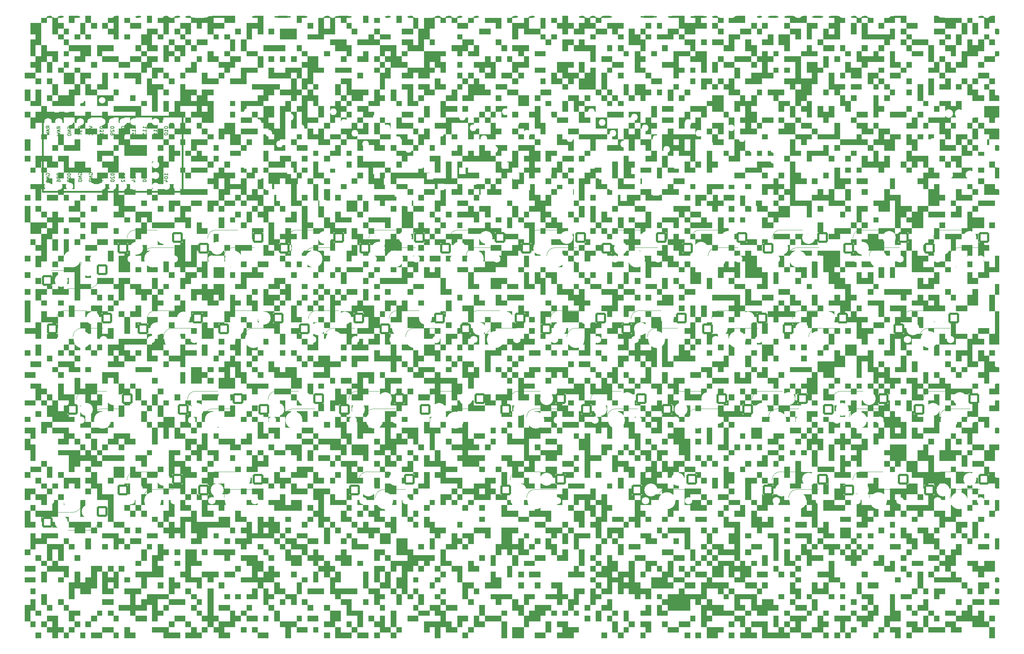
<source format=gbr>
%TF.GenerationSoftware,KiCad,Pcbnew,7.0.2*%
%TF.CreationDate,2023-10-29T18:34:14+01:00*%
%TF.ProjectId,0xcb-static-hs,30786362-2d73-4746-9174-69632d68732e,1.0*%
%TF.SameCoordinates,Original*%
%TF.FileFunction,Legend,Bot*%
%TF.FilePolarity,Positive*%
%FSLAX46Y46*%
G04 Gerber Fmt 4.6, Leading zero omitted, Abs format (unit mm)*
G04 Created by KiCad (PCBNEW 7.0.2) date 2023-10-29 18:34:14*
%MOMM*%
%LPD*%
G01*
G04 APERTURE LIST*
G04 Aperture macros list*
%AMRoundRect*
0 Rectangle with rounded corners*
0 $1 Rounding radius*
0 $2 $3 $4 $5 $6 $7 $8 $9 X,Y pos of 4 corners*
0 Add a 4 corners polygon primitive as box body*
4,1,4,$2,$3,$4,$5,$6,$7,$8,$9,$2,$3,0*
0 Add four circle primitives for the rounded corners*
1,1,$1+$1,$2,$3*
1,1,$1+$1,$4,$5*
1,1,$1+$1,$6,$7*
1,1,$1+$1,$8,$9*
0 Add four rect primitives between the rounded corners*
20,1,$1+$1,$2,$3,$4,$5,0*
20,1,$1+$1,$4,$5,$6,$7,0*
20,1,$1+$1,$6,$7,$8,$9,0*
20,1,$1+$1,$8,$9,$2,$3,0*%
G04 Aperture macros list end*
%ADD10C,0.150000*%
%ADD11C,0.120000*%
%ADD12C,0.381000*%
%ADD13C,1.752600*%
%ADD14R,1.600000X1.600000*%
%ADD15O,1.600000X1.600000*%
%ADD16C,1.750000*%
%ADD17C,3.050000*%
%ADD18C,4.000000*%
%ADD19RoundRect,0.250000X-1.025000X-1.000000X1.025000X-1.000000X1.025000X1.000000X-1.025000X1.000000X0*%
%ADD20R,1.700000X1.700000*%
%ADD21O,1.700000X1.700000*%
%ADD22C,1.524000*%
%ADD23RoundRect,0.250000X1.025000X1.000000X-1.025000X1.000000X-1.025000X-1.000000X1.025000X-1.000000X0*%
%ADD24R,1.000000X1.000000*%
%ADD25R,2.000000X2.000000*%
%ADD26C,2.000000*%
%ADD27R,2.000000X3.200000*%
G04 APERTURE END LIST*
D10*
%TO.C,U1*%
X43696905Y-59942230D02*
X43696905Y-60018420D01*
X43696905Y-60018420D02*
X43735000Y-60094611D01*
X43735000Y-60094611D02*
X43773095Y-60132706D01*
X43773095Y-60132706D02*
X43849286Y-60170801D01*
X43849286Y-60170801D02*
X44001667Y-60208896D01*
X44001667Y-60208896D02*
X44192143Y-60208896D01*
X44192143Y-60208896D02*
X44344524Y-60170801D01*
X44344524Y-60170801D02*
X44420714Y-60132706D01*
X44420714Y-60132706D02*
X44458810Y-60094611D01*
X44458810Y-60094611D02*
X44496905Y-60018420D01*
X44496905Y-60018420D02*
X44496905Y-59942230D01*
X44496905Y-59942230D02*
X44458810Y-59866039D01*
X44458810Y-59866039D02*
X44420714Y-59827944D01*
X44420714Y-59827944D02*
X44344524Y-59789849D01*
X44344524Y-59789849D02*
X44192143Y-59751753D01*
X44192143Y-59751753D02*
X44001667Y-59751753D01*
X44001667Y-59751753D02*
X43849286Y-59789849D01*
X43849286Y-59789849D02*
X43773095Y-59827944D01*
X43773095Y-59827944D02*
X43735000Y-59866039D01*
X43735000Y-59866039D02*
X43696905Y-59942230D01*
X43696905Y-60704135D02*
X43696905Y-60780325D01*
X43696905Y-60780325D02*
X43735000Y-60856516D01*
X43735000Y-60856516D02*
X43773095Y-60894611D01*
X43773095Y-60894611D02*
X43849286Y-60932706D01*
X43849286Y-60932706D02*
X44001667Y-60970801D01*
X44001667Y-60970801D02*
X44192143Y-60970801D01*
X44192143Y-60970801D02*
X44344524Y-60932706D01*
X44344524Y-60932706D02*
X44420714Y-60894611D01*
X44420714Y-60894611D02*
X44458810Y-60856516D01*
X44458810Y-60856516D02*
X44496905Y-60780325D01*
X44496905Y-60780325D02*
X44496905Y-60704135D01*
X44496905Y-60704135D02*
X44458810Y-60627944D01*
X44458810Y-60627944D02*
X44420714Y-60589849D01*
X44420714Y-60589849D02*
X44344524Y-60551754D01*
X44344524Y-60551754D02*
X44192143Y-60513658D01*
X44192143Y-60513658D02*
X44001667Y-60513658D01*
X44001667Y-60513658D02*
X43849286Y-60551754D01*
X43849286Y-60551754D02*
X43773095Y-60589849D01*
X43773095Y-60589849D02*
X43735000Y-60627944D01*
X43735000Y-60627944D02*
X43696905Y-60704135D01*
X43696905Y-61656516D02*
X43696905Y-61504135D01*
X43696905Y-61504135D02*
X43735000Y-61427944D01*
X43735000Y-61427944D02*
X43773095Y-61389849D01*
X43773095Y-61389849D02*
X43887381Y-61313659D01*
X43887381Y-61313659D02*
X44039762Y-61275563D01*
X44039762Y-61275563D02*
X44344524Y-61275563D01*
X44344524Y-61275563D02*
X44420714Y-61313659D01*
X44420714Y-61313659D02*
X44458810Y-61351754D01*
X44458810Y-61351754D02*
X44496905Y-61427944D01*
X44496905Y-61427944D02*
X44496905Y-61580325D01*
X44496905Y-61580325D02*
X44458810Y-61656516D01*
X44458810Y-61656516D02*
X44420714Y-61694611D01*
X44420714Y-61694611D02*
X44344524Y-61732706D01*
X44344524Y-61732706D02*
X44154048Y-61732706D01*
X44154048Y-61732706D02*
X44077857Y-61694611D01*
X44077857Y-61694611D02*
X44039762Y-61656516D01*
X44039762Y-61656516D02*
X44001667Y-61580325D01*
X44001667Y-61580325D02*
X44001667Y-61427944D01*
X44001667Y-61427944D02*
X44039762Y-61351754D01*
X44039762Y-61351754D02*
X44077857Y-61313659D01*
X44077857Y-61313659D02*
X44154048Y-61275563D01*
X41956905Y-49064659D02*
X41575952Y-48797992D01*
X41956905Y-48607516D02*
X41156905Y-48607516D01*
X41156905Y-48607516D02*
X41156905Y-48912278D01*
X41156905Y-48912278D02*
X41195000Y-48988468D01*
X41195000Y-48988468D02*
X41233095Y-49026563D01*
X41233095Y-49026563D02*
X41309286Y-49064659D01*
X41309286Y-49064659D02*
X41423571Y-49064659D01*
X41423571Y-49064659D02*
X41499762Y-49026563D01*
X41499762Y-49026563D02*
X41537857Y-48988468D01*
X41537857Y-48988468D02*
X41575952Y-48912278D01*
X41575952Y-48912278D02*
X41575952Y-48607516D01*
X41728333Y-49369420D02*
X41728333Y-49750373D01*
X41956905Y-49293230D02*
X41156905Y-49559897D01*
X41156905Y-49559897D02*
X41956905Y-49826563D01*
X41156905Y-50017039D02*
X41956905Y-50207515D01*
X41956905Y-50207515D02*
X41385476Y-50359896D01*
X41385476Y-50359896D02*
X41956905Y-50512277D01*
X41956905Y-50512277D02*
X41156905Y-50702754D01*
X44496905Y-49178944D02*
X44115952Y-48912277D01*
X44496905Y-48721801D02*
X43696905Y-48721801D01*
X43696905Y-48721801D02*
X43696905Y-49026563D01*
X43696905Y-49026563D02*
X43735000Y-49102753D01*
X43735000Y-49102753D02*
X43773095Y-49140848D01*
X43773095Y-49140848D02*
X43849286Y-49178944D01*
X43849286Y-49178944D02*
X43963571Y-49178944D01*
X43963571Y-49178944D02*
X44039762Y-49140848D01*
X44039762Y-49140848D02*
X44077857Y-49102753D01*
X44077857Y-49102753D02*
X44115952Y-49026563D01*
X44115952Y-49026563D02*
X44115952Y-48721801D01*
X44268333Y-49483705D02*
X44268333Y-49864658D01*
X44496905Y-49407515D02*
X43696905Y-49674182D01*
X43696905Y-49674182D02*
X44496905Y-49940848D01*
X43696905Y-50131324D02*
X44496905Y-50321800D01*
X44496905Y-50321800D02*
X43925476Y-50474181D01*
X43925476Y-50474181D02*
X44496905Y-50626562D01*
X44496905Y-50626562D02*
X43696905Y-50817039D01*
X56466905Y-59942230D02*
X56466905Y-60018420D01*
X56466905Y-60018420D02*
X56505000Y-60094611D01*
X56505000Y-60094611D02*
X56543095Y-60132706D01*
X56543095Y-60132706D02*
X56619286Y-60170801D01*
X56619286Y-60170801D02*
X56771667Y-60208896D01*
X56771667Y-60208896D02*
X56962143Y-60208896D01*
X56962143Y-60208896D02*
X57114524Y-60170801D01*
X57114524Y-60170801D02*
X57190714Y-60132706D01*
X57190714Y-60132706D02*
X57228810Y-60094611D01*
X57228810Y-60094611D02*
X57266905Y-60018420D01*
X57266905Y-60018420D02*
X57266905Y-59942230D01*
X57266905Y-59942230D02*
X57228810Y-59866039D01*
X57228810Y-59866039D02*
X57190714Y-59827944D01*
X57190714Y-59827944D02*
X57114524Y-59789849D01*
X57114524Y-59789849D02*
X56962143Y-59751753D01*
X56962143Y-59751753D02*
X56771667Y-59751753D01*
X56771667Y-59751753D02*
X56619286Y-59789849D01*
X56619286Y-59789849D02*
X56543095Y-59827944D01*
X56543095Y-59827944D02*
X56505000Y-59866039D01*
X56505000Y-59866039D02*
X56466905Y-59942230D01*
X56543095Y-60513658D02*
X56505000Y-60551754D01*
X56505000Y-60551754D02*
X56466905Y-60627944D01*
X56466905Y-60627944D02*
X56466905Y-60818420D01*
X56466905Y-60818420D02*
X56505000Y-60894611D01*
X56505000Y-60894611D02*
X56543095Y-60932706D01*
X56543095Y-60932706D02*
X56619286Y-60970801D01*
X56619286Y-60970801D02*
X56695476Y-60970801D01*
X56695476Y-60970801D02*
X56809762Y-60932706D01*
X56809762Y-60932706D02*
X57266905Y-60475563D01*
X57266905Y-60475563D02*
X57266905Y-60970801D01*
X56466905Y-61466040D02*
X56466905Y-61542230D01*
X56466905Y-61542230D02*
X56505000Y-61618421D01*
X56505000Y-61618421D02*
X56543095Y-61656516D01*
X56543095Y-61656516D02*
X56619286Y-61694611D01*
X56619286Y-61694611D02*
X56771667Y-61732706D01*
X56771667Y-61732706D02*
X56962143Y-61732706D01*
X56962143Y-61732706D02*
X57114524Y-61694611D01*
X57114524Y-61694611D02*
X57190714Y-61656516D01*
X57190714Y-61656516D02*
X57228810Y-61618421D01*
X57228810Y-61618421D02*
X57266905Y-61542230D01*
X57266905Y-61542230D02*
X57266905Y-61466040D01*
X57266905Y-61466040D02*
X57228810Y-61389849D01*
X57228810Y-61389849D02*
X57190714Y-61351754D01*
X57190714Y-61351754D02*
X57114524Y-61313659D01*
X57114524Y-61313659D02*
X56962143Y-61275563D01*
X56962143Y-61275563D02*
X56771667Y-61275563D01*
X56771667Y-61275563D02*
X56619286Y-61313659D01*
X56619286Y-61313659D02*
X56543095Y-61351754D01*
X56543095Y-61351754D02*
X56505000Y-61389849D01*
X56505000Y-61389849D02*
X56466905Y-61466040D01*
X41195000Y-60183516D02*
X41156905Y-60107326D01*
X41156905Y-60107326D02*
X41156905Y-59993040D01*
X41156905Y-59993040D02*
X41195000Y-59878754D01*
X41195000Y-59878754D02*
X41271190Y-59802564D01*
X41271190Y-59802564D02*
X41347381Y-59764469D01*
X41347381Y-59764469D02*
X41499762Y-59726373D01*
X41499762Y-59726373D02*
X41614048Y-59726373D01*
X41614048Y-59726373D02*
X41766429Y-59764469D01*
X41766429Y-59764469D02*
X41842619Y-59802564D01*
X41842619Y-59802564D02*
X41918810Y-59878754D01*
X41918810Y-59878754D02*
X41956905Y-59993040D01*
X41956905Y-59993040D02*
X41956905Y-60069231D01*
X41956905Y-60069231D02*
X41918810Y-60183516D01*
X41918810Y-60183516D02*
X41880714Y-60221612D01*
X41880714Y-60221612D02*
X41614048Y-60221612D01*
X41614048Y-60221612D02*
X41614048Y-60069231D01*
X41956905Y-60564469D02*
X41156905Y-60564469D01*
X41156905Y-60564469D02*
X41956905Y-61021612D01*
X41956905Y-61021612D02*
X41156905Y-61021612D01*
X41956905Y-61402564D02*
X41156905Y-61402564D01*
X41156905Y-61402564D02*
X41156905Y-61593040D01*
X41156905Y-61593040D02*
X41195000Y-61707326D01*
X41195000Y-61707326D02*
X41271190Y-61783516D01*
X41271190Y-61783516D02*
X41347381Y-61821611D01*
X41347381Y-61821611D02*
X41499762Y-61859707D01*
X41499762Y-61859707D02*
X41614048Y-61859707D01*
X41614048Y-61859707D02*
X41766429Y-61821611D01*
X41766429Y-61821611D02*
X41842619Y-61783516D01*
X41842619Y-61783516D02*
X41918810Y-61707326D01*
X41918810Y-61707326D02*
X41956905Y-61593040D01*
X41956905Y-61593040D02*
X41956905Y-61402564D01*
X53856905Y-48867849D02*
X53856905Y-48944039D01*
X53856905Y-48944039D02*
X53895000Y-49020230D01*
X53895000Y-49020230D02*
X53933095Y-49058325D01*
X53933095Y-49058325D02*
X54009286Y-49096420D01*
X54009286Y-49096420D02*
X54161667Y-49134515D01*
X54161667Y-49134515D02*
X54352143Y-49134515D01*
X54352143Y-49134515D02*
X54504524Y-49096420D01*
X54504524Y-49096420D02*
X54580714Y-49058325D01*
X54580714Y-49058325D02*
X54618810Y-49020230D01*
X54618810Y-49020230D02*
X54656905Y-48944039D01*
X54656905Y-48944039D02*
X54656905Y-48867849D01*
X54656905Y-48867849D02*
X54618810Y-48791658D01*
X54618810Y-48791658D02*
X54580714Y-48753563D01*
X54580714Y-48753563D02*
X54504524Y-48715468D01*
X54504524Y-48715468D02*
X54352143Y-48677372D01*
X54352143Y-48677372D02*
X54161667Y-48677372D01*
X54161667Y-48677372D02*
X54009286Y-48715468D01*
X54009286Y-48715468D02*
X53933095Y-48753563D01*
X53933095Y-48753563D02*
X53895000Y-48791658D01*
X53895000Y-48791658D02*
X53856905Y-48867849D01*
X53856905Y-49401182D02*
X53856905Y-49896420D01*
X53856905Y-49896420D02*
X54161667Y-49629754D01*
X54161667Y-49629754D02*
X54161667Y-49744039D01*
X54161667Y-49744039D02*
X54199762Y-49820230D01*
X54199762Y-49820230D02*
X54237857Y-49858325D01*
X54237857Y-49858325D02*
X54314048Y-49896420D01*
X54314048Y-49896420D02*
X54504524Y-49896420D01*
X54504524Y-49896420D02*
X54580714Y-49858325D01*
X54580714Y-49858325D02*
X54618810Y-49820230D01*
X54618810Y-49820230D02*
X54656905Y-49744039D01*
X54656905Y-49744039D02*
X54656905Y-49515468D01*
X54656905Y-49515468D02*
X54618810Y-49439277D01*
X54618810Y-49439277D02*
X54580714Y-49401182D01*
X54656905Y-50658325D02*
X54656905Y-50201182D01*
X54656905Y-50429754D02*
X53856905Y-50429754D01*
X53856905Y-50429754D02*
X53971190Y-50353563D01*
X53971190Y-50353563D02*
X54047381Y-50277373D01*
X54047381Y-50277373D02*
X54085476Y-50201182D01*
X56396905Y-48867849D02*
X56396905Y-48944039D01*
X56396905Y-48944039D02*
X56435000Y-49020230D01*
X56435000Y-49020230D02*
X56473095Y-49058325D01*
X56473095Y-49058325D02*
X56549286Y-49096420D01*
X56549286Y-49096420D02*
X56701667Y-49134515D01*
X56701667Y-49134515D02*
X56892143Y-49134515D01*
X56892143Y-49134515D02*
X57044524Y-49096420D01*
X57044524Y-49096420D02*
X57120714Y-49058325D01*
X57120714Y-49058325D02*
X57158810Y-49020230D01*
X57158810Y-49020230D02*
X57196905Y-48944039D01*
X57196905Y-48944039D02*
X57196905Y-48867849D01*
X57196905Y-48867849D02*
X57158810Y-48791658D01*
X57158810Y-48791658D02*
X57120714Y-48753563D01*
X57120714Y-48753563D02*
X57044524Y-48715468D01*
X57044524Y-48715468D02*
X56892143Y-48677372D01*
X56892143Y-48677372D02*
X56701667Y-48677372D01*
X56701667Y-48677372D02*
X56549286Y-48715468D01*
X56549286Y-48715468D02*
X56473095Y-48753563D01*
X56473095Y-48753563D02*
X56435000Y-48791658D01*
X56435000Y-48791658D02*
X56396905Y-48867849D01*
X56473095Y-49439277D02*
X56435000Y-49477373D01*
X56435000Y-49477373D02*
X56396905Y-49553563D01*
X56396905Y-49553563D02*
X56396905Y-49744039D01*
X56396905Y-49744039D02*
X56435000Y-49820230D01*
X56435000Y-49820230D02*
X56473095Y-49858325D01*
X56473095Y-49858325D02*
X56549286Y-49896420D01*
X56549286Y-49896420D02*
X56625476Y-49896420D01*
X56625476Y-49896420D02*
X56739762Y-49858325D01*
X56739762Y-49858325D02*
X57196905Y-49401182D01*
X57196905Y-49401182D02*
X57196905Y-49896420D01*
X57196905Y-50277373D02*
X57196905Y-50429754D01*
X57196905Y-50429754D02*
X57158810Y-50505944D01*
X57158810Y-50505944D02*
X57120714Y-50544040D01*
X57120714Y-50544040D02*
X57006429Y-50620230D01*
X57006429Y-50620230D02*
X56854048Y-50658325D01*
X56854048Y-50658325D02*
X56549286Y-50658325D01*
X56549286Y-50658325D02*
X56473095Y-50620230D01*
X56473095Y-50620230D02*
X56435000Y-50582135D01*
X56435000Y-50582135D02*
X56396905Y-50505944D01*
X56396905Y-50505944D02*
X56396905Y-50353563D01*
X56396905Y-50353563D02*
X56435000Y-50277373D01*
X56435000Y-50277373D02*
X56473095Y-50239278D01*
X56473095Y-50239278D02*
X56549286Y-50201182D01*
X56549286Y-50201182D02*
X56739762Y-50201182D01*
X56739762Y-50201182D02*
X56815952Y-50239278D01*
X56815952Y-50239278D02*
X56854048Y-50277373D01*
X56854048Y-50277373D02*
X56892143Y-50353563D01*
X56892143Y-50353563D02*
X56892143Y-50505944D01*
X56892143Y-50505944D02*
X56854048Y-50582135D01*
X56854048Y-50582135D02*
X56815952Y-50620230D01*
X56815952Y-50620230D02*
X56739762Y-50658325D01*
X69896905Y-60208896D02*
X69896905Y-59751753D01*
X69896905Y-59980325D02*
X69096905Y-59980325D01*
X69096905Y-59980325D02*
X69211190Y-59904134D01*
X69211190Y-59904134D02*
X69287381Y-59827944D01*
X69287381Y-59827944D02*
X69325476Y-59751753D01*
X69096905Y-60704135D02*
X69096905Y-60780325D01*
X69096905Y-60780325D02*
X69135000Y-60856516D01*
X69135000Y-60856516D02*
X69173095Y-60894611D01*
X69173095Y-60894611D02*
X69249286Y-60932706D01*
X69249286Y-60932706D02*
X69401667Y-60970801D01*
X69401667Y-60970801D02*
X69592143Y-60970801D01*
X69592143Y-60970801D02*
X69744524Y-60932706D01*
X69744524Y-60932706D02*
X69820714Y-60894611D01*
X69820714Y-60894611D02*
X69858810Y-60856516D01*
X69858810Y-60856516D02*
X69896905Y-60780325D01*
X69896905Y-60780325D02*
X69896905Y-60704135D01*
X69896905Y-60704135D02*
X69858810Y-60627944D01*
X69858810Y-60627944D02*
X69820714Y-60589849D01*
X69820714Y-60589849D02*
X69744524Y-60551754D01*
X69744524Y-60551754D02*
X69592143Y-60513658D01*
X69592143Y-60513658D02*
X69401667Y-60513658D01*
X69401667Y-60513658D02*
X69249286Y-60551754D01*
X69249286Y-60551754D02*
X69173095Y-60589849D01*
X69173095Y-60589849D02*
X69135000Y-60627944D01*
X69135000Y-60627944D02*
X69096905Y-60704135D01*
X69363571Y-61656516D02*
X69896905Y-61656516D01*
X69058810Y-61466040D02*
X69630238Y-61275563D01*
X69630238Y-61275563D02*
X69630238Y-61770802D01*
X49576905Y-49178945D02*
X49195952Y-48912278D01*
X49576905Y-48721802D02*
X48776905Y-48721802D01*
X48776905Y-48721802D02*
X48776905Y-49026564D01*
X48776905Y-49026564D02*
X48815000Y-49102754D01*
X48815000Y-49102754D02*
X48853095Y-49140849D01*
X48853095Y-49140849D02*
X48929286Y-49178945D01*
X48929286Y-49178945D02*
X49043571Y-49178945D01*
X49043571Y-49178945D02*
X49119762Y-49140849D01*
X49119762Y-49140849D02*
X49157857Y-49102754D01*
X49157857Y-49102754D02*
X49195952Y-49026564D01*
X49195952Y-49026564D02*
X49195952Y-48721802D01*
X49538810Y-49483706D02*
X49576905Y-49597992D01*
X49576905Y-49597992D02*
X49576905Y-49788468D01*
X49576905Y-49788468D02*
X49538810Y-49864659D01*
X49538810Y-49864659D02*
X49500714Y-49902754D01*
X49500714Y-49902754D02*
X49424524Y-49940849D01*
X49424524Y-49940849D02*
X49348333Y-49940849D01*
X49348333Y-49940849D02*
X49272143Y-49902754D01*
X49272143Y-49902754D02*
X49234048Y-49864659D01*
X49234048Y-49864659D02*
X49195952Y-49788468D01*
X49195952Y-49788468D02*
X49157857Y-49636087D01*
X49157857Y-49636087D02*
X49119762Y-49559897D01*
X49119762Y-49559897D02*
X49081667Y-49521802D01*
X49081667Y-49521802D02*
X49005476Y-49483706D01*
X49005476Y-49483706D02*
X48929286Y-49483706D01*
X48929286Y-49483706D02*
X48853095Y-49521802D01*
X48853095Y-49521802D02*
X48815000Y-49559897D01*
X48815000Y-49559897D02*
X48776905Y-49636087D01*
X48776905Y-49636087D02*
X48776905Y-49826564D01*
X48776905Y-49826564D02*
X48815000Y-49940849D01*
X48776905Y-50169421D02*
X48776905Y-50626564D01*
X49576905Y-50397992D02*
X48776905Y-50397992D01*
X67356905Y-49134515D02*
X67356905Y-48677372D01*
X67356905Y-48905944D02*
X66556905Y-48905944D01*
X66556905Y-48905944D02*
X66671190Y-48829753D01*
X66671190Y-48829753D02*
X66747381Y-48753563D01*
X66747381Y-48753563D02*
X66785476Y-48677372D01*
X67356905Y-49896420D02*
X67356905Y-49439277D01*
X67356905Y-49667849D02*
X66556905Y-49667849D01*
X66556905Y-49667849D02*
X66671190Y-49591658D01*
X66671190Y-49591658D02*
X66747381Y-49515468D01*
X66747381Y-49515468D02*
X66785476Y-49439277D01*
X67356905Y-50658325D02*
X67356905Y-50201182D01*
X67356905Y-50429754D02*
X66556905Y-50429754D01*
X66556905Y-50429754D02*
X66671190Y-50353563D01*
X66671190Y-50353563D02*
X66747381Y-50277373D01*
X66747381Y-50277373D02*
X66785476Y-50201182D01*
X46275000Y-49140849D02*
X46236905Y-49064659D01*
X46236905Y-49064659D02*
X46236905Y-48950373D01*
X46236905Y-48950373D02*
X46275000Y-48836087D01*
X46275000Y-48836087D02*
X46351190Y-48759897D01*
X46351190Y-48759897D02*
X46427381Y-48721802D01*
X46427381Y-48721802D02*
X46579762Y-48683706D01*
X46579762Y-48683706D02*
X46694048Y-48683706D01*
X46694048Y-48683706D02*
X46846429Y-48721802D01*
X46846429Y-48721802D02*
X46922619Y-48759897D01*
X46922619Y-48759897D02*
X46998810Y-48836087D01*
X46998810Y-48836087D02*
X47036905Y-48950373D01*
X47036905Y-48950373D02*
X47036905Y-49026564D01*
X47036905Y-49026564D02*
X46998810Y-49140849D01*
X46998810Y-49140849D02*
X46960714Y-49178945D01*
X46960714Y-49178945D02*
X46694048Y-49178945D01*
X46694048Y-49178945D02*
X46694048Y-49026564D01*
X47036905Y-49521802D02*
X46236905Y-49521802D01*
X46236905Y-49521802D02*
X47036905Y-49978945D01*
X47036905Y-49978945D02*
X46236905Y-49978945D01*
X47036905Y-50359897D02*
X46236905Y-50359897D01*
X46236905Y-50359897D02*
X46236905Y-50550373D01*
X46236905Y-50550373D02*
X46275000Y-50664659D01*
X46275000Y-50664659D02*
X46351190Y-50740849D01*
X46351190Y-50740849D02*
X46427381Y-50778944D01*
X46427381Y-50778944D02*
X46579762Y-50817040D01*
X46579762Y-50817040D02*
X46694048Y-50817040D01*
X46694048Y-50817040D02*
X46846429Y-50778944D01*
X46846429Y-50778944D02*
X46922619Y-50740849D01*
X46922619Y-50740849D02*
X46998810Y-50664659D01*
X46998810Y-50664659D02*
X47036905Y-50550373D01*
X47036905Y-50550373D02*
X47036905Y-50359897D01*
X64816905Y-60208896D02*
X64816905Y-59751753D01*
X64816905Y-59980325D02*
X64016905Y-59980325D01*
X64016905Y-59980325D02*
X64131190Y-59904134D01*
X64131190Y-59904134D02*
X64207381Y-59827944D01*
X64207381Y-59827944D02*
X64245476Y-59751753D01*
X64016905Y-60704135D02*
X64016905Y-60780325D01*
X64016905Y-60780325D02*
X64055000Y-60856516D01*
X64055000Y-60856516D02*
X64093095Y-60894611D01*
X64093095Y-60894611D02*
X64169286Y-60932706D01*
X64169286Y-60932706D02*
X64321667Y-60970801D01*
X64321667Y-60970801D02*
X64512143Y-60970801D01*
X64512143Y-60970801D02*
X64664524Y-60932706D01*
X64664524Y-60932706D02*
X64740714Y-60894611D01*
X64740714Y-60894611D02*
X64778810Y-60856516D01*
X64778810Y-60856516D02*
X64816905Y-60780325D01*
X64816905Y-60780325D02*
X64816905Y-60704135D01*
X64816905Y-60704135D02*
X64778810Y-60627944D01*
X64778810Y-60627944D02*
X64740714Y-60589849D01*
X64740714Y-60589849D02*
X64664524Y-60551754D01*
X64664524Y-60551754D02*
X64512143Y-60513658D01*
X64512143Y-60513658D02*
X64321667Y-60513658D01*
X64321667Y-60513658D02*
X64169286Y-60551754D01*
X64169286Y-60551754D02*
X64093095Y-60589849D01*
X64093095Y-60589849D02*
X64055000Y-60627944D01*
X64055000Y-60627944D02*
X64016905Y-60704135D01*
X64016905Y-61466040D02*
X64016905Y-61542230D01*
X64016905Y-61542230D02*
X64055000Y-61618421D01*
X64055000Y-61618421D02*
X64093095Y-61656516D01*
X64093095Y-61656516D02*
X64169286Y-61694611D01*
X64169286Y-61694611D02*
X64321667Y-61732706D01*
X64321667Y-61732706D02*
X64512143Y-61732706D01*
X64512143Y-61732706D02*
X64664524Y-61694611D01*
X64664524Y-61694611D02*
X64740714Y-61656516D01*
X64740714Y-61656516D02*
X64778810Y-61618421D01*
X64778810Y-61618421D02*
X64816905Y-61542230D01*
X64816905Y-61542230D02*
X64816905Y-61466040D01*
X64816905Y-61466040D02*
X64778810Y-61389849D01*
X64778810Y-61389849D02*
X64740714Y-61351754D01*
X64740714Y-61351754D02*
X64664524Y-61313659D01*
X64664524Y-61313659D02*
X64512143Y-61275563D01*
X64512143Y-61275563D02*
X64321667Y-61275563D01*
X64321667Y-61275563D02*
X64169286Y-61313659D01*
X64169286Y-61313659D02*
X64093095Y-61351754D01*
X64093095Y-61351754D02*
X64055000Y-61389849D01*
X64055000Y-61389849D02*
X64016905Y-61466040D01*
X64816905Y-49134515D02*
X64816905Y-48677372D01*
X64816905Y-48905944D02*
X64016905Y-48905944D01*
X64016905Y-48905944D02*
X64131190Y-48829753D01*
X64131190Y-48829753D02*
X64207381Y-48753563D01*
X64207381Y-48753563D02*
X64245476Y-48677372D01*
X64816905Y-49896420D02*
X64816905Y-49439277D01*
X64816905Y-49667849D02*
X64016905Y-49667849D01*
X64016905Y-49667849D02*
X64131190Y-49591658D01*
X64131190Y-49591658D02*
X64207381Y-49515468D01*
X64207381Y-49515468D02*
X64245476Y-49439277D01*
X64016905Y-50163087D02*
X64016905Y-50658325D01*
X64016905Y-50658325D02*
X64321667Y-50391659D01*
X64321667Y-50391659D02*
X64321667Y-50505944D01*
X64321667Y-50505944D02*
X64359762Y-50582135D01*
X64359762Y-50582135D02*
X64397857Y-50620230D01*
X64397857Y-50620230D02*
X64474048Y-50658325D01*
X64474048Y-50658325D02*
X64664524Y-50658325D01*
X64664524Y-50658325D02*
X64740714Y-50620230D01*
X64740714Y-50620230D02*
X64778810Y-50582135D01*
X64778810Y-50582135D02*
X64816905Y-50505944D01*
X64816905Y-50505944D02*
X64816905Y-50277373D01*
X64816905Y-50277373D02*
X64778810Y-50201182D01*
X64778810Y-50201182D02*
X64740714Y-50163087D01*
X53856905Y-59942230D02*
X53856905Y-60018420D01*
X53856905Y-60018420D02*
X53895000Y-60094611D01*
X53895000Y-60094611D02*
X53933095Y-60132706D01*
X53933095Y-60132706D02*
X54009286Y-60170801D01*
X54009286Y-60170801D02*
X54161667Y-60208896D01*
X54161667Y-60208896D02*
X54352143Y-60208896D01*
X54352143Y-60208896D02*
X54504524Y-60170801D01*
X54504524Y-60170801D02*
X54580714Y-60132706D01*
X54580714Y-60132706D02*
X54618810Y-60094611D01*
X54618810Y-60094611D02*
X54656905Y-60018420D01*
X54656905Y-60018420D02*
X54656905Y-59942230D01*
X54656905Y-59942230D02*
X54618810Y-59866039D01*
X54618810Y-59866039D02*
X54580714Y-59827944D01*
X54580714Y-59827944D02*
X54504524Y-59789849D01*
X54504524Y-59789849D02*
X54352143Y-59751753D01*
X54352143Y-59751753D02*
X54161667Y-59751753D01*
X54161667Y-59751753D02*
X54009286Y-59789849D01*
X54009286Y-59789849D02*
X53933095Y-59827944D01*
X53933095Y-59827944D02*
X53895000Y-59866039D01*
X53895000Y-59866039D02*
X53856905Y-59942230D01*
X54656905Y-60970801D02*
X54656905Y-60513658D01*
X54656905Y-60742230D02*
X53856905Y-60742230D01*
X53856905Y-60742230D02*
X53971190Y-60666039D01*
X53971190Y-60666039D02*
X54047381Y-60589849D01*
X54047381Y-60589849D02*
X54085476Y-60513658D01*
X53856905Y-61237468D02*
X53856905Y-61770802D01*
X53856905Y-61770802D02*
X54656905Y-61427944D01*
X51355000Y-60056516D02*
X51316905Y-59980326D01*
X51316905Y-59980326D02*
X51316905Y-59866040D01*
X51316905Y-59866040D02*
X51355000Y-59751754D01*
X51355000Y-59751754D02*
X51431190Y-59675564D01*
X51431190Y-59675564D02*
X51507381Y-59637469D01*
X51507381Y-59637469D02*
X51659762Y-59599373D01*
X51659762Y-59599373D02*
X51774048Y-59599373D01*
X51774048Y-59599373D02*
X51926429Y-59637469D01*
X51926429Y-59637469D02*
X52002619Y-59675564D01*
X52002619Y-59675564D02*
X52078810Y-59751754D01*
X52078810Y-59751754D02*
X52116905Y-59866040D01*
X52116905Y-59866040D02*
X52116905Y-59942231D01*
X52116905Y-59942231D02*
X52078810Y-60056516D01*
X52078810Y-60056516D02*
X52040714Y-60094612D01*
X52040714Y-60094612D02*
X51774048Y-60094612D01*
X51774048Y-60094612D02*
X51774048Y-59942231D01*
X52116905Y-60437469D02*
X51316905Y-60437469D01*
X51316905Y-60437469D02*
X52116905Y-60894612D01*
X52116905Y-60894612D02*
X51316905Y-60894612D01*
X52116905Y-61275564D02*
X51316905Y-61275564D01*
X51316905Y-61275564D02*
X51316905Y-61466040D01*
X51316905Y-61466040D02*
X51355000Y-61580326D01*
X51355000Y-61580326D02*
X51431190Y-61656516D01*
X51431190Y-61656516D02*
X51507381Y-61694611D01*
X51507381Y-61694611D02*
X51659762Y-61732707D01*
X51659762Y-61732707D02*
X51774048Y-61732707D01*
X51774048Y-61732707D02*
X51926429Y-61694611D01*
X51926429Y-61694611D02*
X52002619Y-61656516D01*
X52002619Y-61656516D02*
X52078810Y-61580326D01*
X52078810Y-61580326D02*
X52116905Y-61466040D01*
X52116905Y-61466040D02*
X52116905Y-61275564D01*
X46166905Y-59942230D02*
X46166905Y-60018420D01*
X46166905Y-60018420D02*
X46205000Y-60094611D01*
X46205000Y-60094611D02*
X46243095Y-60132706D01*
X46243095Y-60132706D02*
X46319286Y-60170801D01*
X46319286Y-60170801D02*
X46471667Y-60208896D01*
X46471667Y-60208896D02*
X46662143Y-60208896D01*
X46662143Y-60208896D02*
X46814524Y-60170801D01*
X46814524Y-60170801D02*
X46890714Y-60132706D01*
X46890714Y-60132706D02*
X46928810Y-60094611D01*
X46928810Y-60094611D02*
X46966905Y-60018420D01*
X46966905Y-60018420D02*
X46966905Y-59942230D01*
X46966905Y-59942230D02*
X46928810Y-59866039D01*
X46928810Y-59866039D02*
X46890714Y-59827944D01*
X46890714Y-59827944D02*
X46814524Y-59789849D01*
X46814524Y-59789849D02*
X46662143Y-59751753D01*
X46662143Y-59751753D02*
X46471667Y-59751753D01*
X46471667Y-59751753D02*
X46319286Y-59789849D01*
X46319286Y-59789849D02*
X46243095Y-59827944D01*
X46243095Y-59827944D02*
X46205000Y-59866039D01*
X46205000Y-59866039D02*
X46166905Y-59942230D01*
X46166905Y-60704135D02*
X46166905Y-60780325D01*
X46166905Y-60780325D02*
X46205000Y-60856516D01*
X46205000Y-60856516D02*
X46243095Y-60894611D01*
X46243095Y-60894611D02*
X46319286Y-60932706D01*
X46319286Y-60932706D02*
X46471667Y-60970801D01*
X46471667Y-60970801D02*
X46662143Y-60970801D01*
X46662143Y-60970801D02*
X46814524Y-60932706D01*
X46814524Y-60932706D02*
X46890714Y-60894611D01*
X46890714Y-60894611D02*
X46928810Y-60856516D01*
X46928810Y-60856516D02*
X46966905Y-60780325D01*
X46966905Y-60780325D02*
X46966905Y-60704135D01*
X46966905Y-60704135D02*
X46928810Y-60627944D01*
X46928810Y-60627944D02*
X46890714Y-60589849D01*
X46890714Y-60589849D02*
X46814524Y-60551754D01*
X46814524Y-60551754D02*
X46662143Y-60513658D01*
X46662143Y-60513658D02*
X46471667Y-60513658D01*
X46471667Y-60513658D02*
X46319286Y-60551754D01*
X46319286Y-60551754D02*
X46243095Y-60589849D01*
X46243095Y-60589849D02*
X46205000Y-60627944D01*
X46205000Y-60627944D02*
X46166905Y-60704135D01*
X46509762Y-61427944D02*
X46471667Y-61351754D01*
X46471667Y-61351754D02*
X46433571Y-61313659D01*
X46433571Y-61313659D02*
X46357381Y-61275563D01*
X46357381Y-61275563D02*
X46319286Y-61275563D01*
X46319286Y-61275563D02*
X46243095Y-61313659D01*
X46243095Y-61313659D02*
X46205000Y-61351754D01*
X46205000Y-61351754D02*
X46166905Y-61427944D01*
X46166905Y-61427944D02*
X46166905Y-61580325D01*
X46166905Y-61580325D02*
X46205000Y-61656516D01*
X46205000Y-61656516D02*
X46243095Y-61694611D01*
X46243095Y-61694611D02*
X46319286Y-61732706D01*
X46319286Y-61732706D02*
X46357381Y-61732706D01*
X46357381Y-61732706D02*
X46433571Y-61694611D01*
X46433571Y-61694611D02*
X46471667Y-61656516D01*
X46471667Y-61656516D02*
X46509762Y-61580325D01*
X46509762Y-61580325D02*
X46509762Y-61427944D01*
X46509762Y-61427944D02*
X46547857Y-61351754D01*
X46547857Y-61351754D02*
X46585952Y-61313659D01*
X46585952Y-61313659D02*
X46662143Y-61275563D01*
X46662143Y-61275563D02*
X46814524Y-61275563D01*
X46814524Y-61275563D02*
X46890714Y-61313659D01*
X46890714Y-61313659D02*
X46928810Y-61351754D01*
X46928810Y-61351754D02*
X46966905Y-61427944D01*
X46966905Y-61427944D02*
X46966905Y-61580325D01*
X46966905Y-61580325D02*
X46928810Y-61656516D01*
X46928810Y-61656516D02*
X46890714Y-61694611D01*
X46890714Y-61694611D02*
X46814524Y-61732706D01*
X46814524Y-61732706D02*
X46662143Y-61732706D01*
X46662143Y-61732706D02*
X46585952Y-61694611D01*
X46585952Y-61694611D02*
X46547857Y-61656516D01*
X46547857Y-61656516D02*
X46509762Y-61580325D01*
X62276905Y-49134515D02*
X62276905Y-48677372D01*
X62276905Y-48905944D02*
X61476905Y-48905944D01*
X61476905Y-48905944D02*
X61591190Y-48829753D01*
X61591190Y-48829753D02*
X61667381Y-48753563D01*
X61667381Y-48753563D02*
X61705476Y-48677372D01*
X62276905Y-49896420D02*
X62276905Y-49439277D01*
X62276905Y-49667849D02*
X61476905Y-49667849D01*
X61476905Y-49667849D02*
X61591190Y-49591658D01*
X61591190Y-49591658D02*
X61667381Y-49515468D01*
X61667381Y-49515468D02*
X61705476Y-49439277D01*
X61476905Y-50620230D02*
X61476905Y-50239278D01*
X61476905Y-50239278D02*
X61857857Y-50201182D01*
X61857857Y-50201182D02*
X61819762Y-50239278D01*
X61819762Y-50239278D02*
X61781667Y-50315468D01*
X61781667Y-50315468D02*
X61781667Y-50505944D01*
X61781667Y-50505944D02*
X61819762Y-50582135D01*
X61819762Y-50582135D02*
X61857857Y-50620230D01*
X61857857Y-50620230D02*
X61934048Y-50658325D01*
X61934048Y-50658325D02*
X62124524Y-50658325D01*
X62124524Y-50658325D02*
X62200714Y-50620230D01*
X62200714Y-50620230D02*
X62238810Y-50582135D01*
X62238810Y-50582135D02*
X62276905Y-50505944D01*
X62276905Y-50505944D02*
X62276905Y-50315468D01*
X62276905Y-50315468D02*
X62238810Y-50239278D01*
X62238810Y-50239278D02*
X62200714Y-50201182D01*
X69096905Y-48867849D02*
X69096905Y-48944039D01*
X69096905Y-48944039D02*
X69135000Y-49020230D01*
X69135000Y-49020230D02*
X69173095Y-49058325D01*
X69173095Y-49058325D02*
X69249286Y-49096420D01*
X69249286Y-49096420D02*
X69401667Y-49134515D01*
X69401667Y-49134515D02*
X69592143Y-49134515D01*
X69592143Y-49134515D02*
X69744524Y-49096420D01*
X69744524Y-49096420D02*
X69820714Y-49058325D01*
X69820714Y-49058325D02*
X69858810Y-49020230D01*
X69858810Y-49020230D02*
X69896905Y-48944039D01*
X69896905Y-48944039D02*
X69896905Y-48867849D01*
X69896905Y-48867849D02*
X69858810Y-48791658D01*
X69858810Y-48791658D02*
X69820714Y-48753563D01*
X69820714Y-48753563D02*
X69744524Y-48715468D01*
X69744524Y-48715468D02*
X69592143Y-48677372D01*
X69592143Y-48677372D02*
X69401667Y-48677372D01*
X69401667Y-48677372D02*
X69249286Y-48715468D01*
X69249286Y-48715468D02*
X69173095Y-48753563D01*
X69173095Y-48753563D02*
X69135000Y-48791658D01*
X69135000Y-48791658D02*
X69096905Y-48867849D01*
X69896905Y-49896420D02*
X69896905Y-49439277D01*
X69896905Y-49667849D02*
X69096905Y-49667849D01*
X69096905Y-49667849D02*
X69211190Y-49591658D01*
X69211190Y-49591658D02*
X69287381Y-49515468D01*
X69287381Y-49515468D02*
X69325476Y-49439277D01*
X69096905Y-50391659D02*
X69096905Y-50467849D01*
X69096905Y-50467849D02*
X69135000Y-50544040D01*
X69135000Y-50544040D02*
X69173095Y-50582135D01*
X69173095Y-50582135D02*
X69249286Y-50620230D01*
X69249286Y-50620230D02*
X69401667Y-50658325D01*
X69401667Y-50658325D02*
X69592143Y-50658325D01*
X69592143Y-50658325D02*
X69744524Y-50620230D01*
X69744524Y-50620230D02*
X69820714Y-50582135D01*
X69820714Y-50582135D02*
X69858810Y-50544040D01*
X69858810Y-50544040D02*
X69896905Y-50467849D01*
X69896905Y-50467849D02*
X69896905Y-50391659D01*
X69896905Y-50391659D02*
X69858810Y-50315468D01*
X69858810Y-50315468D02*
X69820714Y-50277373D01*
X69820714Y-50277373D02*
X69744524Y-50239278D01*
X69744524Y-50239278D02*
X69592143Y-50201182D01*
X69592143Y-50201182D02*
X69401667Y-50201182D01*
X69401667Y-50201182D02*
X69249286Y-50239278D01*
X69249286Y-50239278D02*
X69173095Y-50277373D01*
X69173095Y-50277373D02*
X69135000Y-50315468D01*
X69135000Y-50315468D02*
X69096905Y-50391659D01*
X58966905Y-59942230D02*
X58966905Y-60018420D01*
X58966905Y-60018420D02*
X59005000Y-60094611D01*
X59005000Y-60094611D02*
X59043095Y-60132706D01*
X59043095Y-60132706D02*
X59119286Y-60170801D01*
X59119286Y-60170801D02*
X59271667Y-60208896D01*
X59271667Y-60208896D02*
X59462143Y-60208896D01*
X59462143Y-60208896D02*
X59614524Y-60170801D01*
X59614524Y-60170801D02*
X59690714Y-60132706D01*
X59690714Y-60132706D02*
X59728810Y-60094611D01*
X59728810Y-60094611D02*
X59766905Y-60018420D01*
X59766905Y-60018420D02*
X59766905Y-59942230D01*
X59766905Y-59942230D02*
X59728810Y-59866039D01*
X59728810Y-59866039D02*
X59690714Y-59827944D01*
X59690714Y-59827944D02*
X59614524Y-59789849D01*
X59614524Y-59789849D02*
X59462143Y-59751753D01*
X59462143Y-59751753D02*
X59271667Y-59751753D01*
X59271667Y-59751753D02*
X59119286Y-59789849D01*
X59119286Y-59789849D02*
X59043095Y-59827944D01*
X59043095Y-59827944D02*
X59005000Y-59866039D01*
X59005000Y-59866039D02*
X58966905Y-59942230D01*
X59043095Y-60513658D02*
X59005000Y-60551754D01*
X59005000Y-60551754D02*
X58966905Y-60627944D01*
X58966905Y-60627944D02*
X58966905Y-60818420D01*
X58966905Y-60818420D02*
X59005000Y-60894611D01*
X59005000Y-60894611D02*
X59043095Y-60932706D01*
X59043095Y-60932706D02*
X59119286Y-60970801D01*
X59119286Y-60970801D02*
X59195476Y-60970801D01*
X59195476Y-60970801D02*
X59309762Y-60932706D01*
X59309762Y-60932706D02*
X59766905Y-60475563D01*
X59766905Y-60475563D02*
X59766905Y-60970801D01*
X59043095Y-61275563D02*
X59005000Y-61313659D01*
X59005000Y-61313659D02*
X58966905Y-61389849D01*
X58966905Y-61389849D02*
X58966905Y-61580325D01*
X58966905Y-61580325D02*
X59005000Y-61656516D01*
X59005000Y-61656516D02*
X59043095Y-61694611D01*
X59043095Y-61694611D02*
X59119286Y-61732706D01*
X59119286Y-61732706D02*
X59195476Y-61732706D01*
X59195476Y-61732706D02*
X59309762Y-61694611D01*
X59309762Y-61694611D02*
X59766905Y-61237468D01*
X59766905Y-61237468D02*
X59766905Y-61732706D01*
X58936905Y-48867849D02*
X58936905Y-48944039D01*
X58936905Y-48944039D02*
X58975000Y-49020230D01*
X58975000Y-49020230D02*
X59013095Y-49058325D01*
X59013095Y-49058325D02*
X59089286Y-49096420D01*
X59089286Y-49096420D02*
X59241667Y-49134515D01*
X59241667Y-49134515D02*
X59432143Y-49134515D01*
X59432143Y-49134515D02*
X59584524Y-49096420D01*
X59584524Y-49096420D02*
X59660714Y-49058325D01*
X59660714Y-49058325D02*
X59698810Y-49020230D01*
X59698810Y-49020230D02*
X59736905Y-48944039D01*
X59736905Y-48944039D02*
X59736905Y-48867849D01*
X59736905Y-48867849D02*
X59698810Y-48791658D01*
X59698810Y-48791658D02*
X59660714Y-48753563D01*
X59660714Y-48753563D02*
X59584524Y-48715468D01*
X59584524Y-48715468D02*
X59432143Y-48677372D01*
X59432143Y-48677372D02*
X59241667Y-48677372D01*
X59241667Y-48677372D02*
X59089286Y-48715468D01*
X59089286Y-48715468D02*
X59013095Y-48753563D01*
X59013095Y-48753563D02*
X58975000Y-48791658D01*
X58975000Y-48791658D02*
X58936905Y-48867849D01*
X58936905Y-49629754D02*
X58936905Y-49705944D01*
X58936905Y-49705944D02*
X58975000Y-49782135D01*
X58975000Y-49782135D02*
X59013095Y-49820230D01*
X59013095Y-49820230D02*
X59089286Y-49858325D01*
X59089286Y-49858325D02*
X59241667Y-49896420D01*
X59241667Y-49896420D02*
X59432143Y-49896420D01*
X59432143Y-49896420D02*
X59584524Y-49858325D01*
X59584524Y-49858325D02*
X59660714Y-49820230D01*
X59660714Y-49820230D02*
X59698810Y-49782135D01*
X59698810Y-49782135D02*
X59736905Y-49705944D01*
X59736905Y-49705944D02*
X59736905Y-49629754D01*
X59736905Y-49629754D02*
X59698810Y-49553563D01*
X59698810Y-49553563D02*
X59660714Y-49515468D01*
X59660714Y-49515468D02*
X59584524Y-49477373D01*
X59584524Y-49477373D02*
X59432143Y-49439277D01*
X59432143Y-49439277D02*
X59241667Y-49439277D01*
X59241667Y-49439277D02*
X59089286Y-49477373D01*
X59089286Y-49477373D02*
X59013095Y-49515468D01*
X59013095Y-49515468D02*
X58975000Y-49553563D01*
X58975000Y-49553563D02*
X58936905Y-49629754D01*
X59013095Y-50201182D02*
X58975000Y-50239278D01*
X58975000Y-50239278D02*
X58936905Y-50315468D01*
X58936905Y-50315468D02*
X58936905Y-50505944D01*
X58936905Y-50505944D02*
X58975000Y-50582135D01*
X58975000Y-50582135D02*
X59013095Y-50620230D01*
X59013095Y-50620230D02*
X59089286Y-50658325D01*
X59089286Y-50658325D02*
X59165476Y-50658325D01*
X59165476Y-50658325D02*
X59279762Y-50620230D01*
X59279762Y-50620230D02*
X59736905Y-50163087D01*
X59736905Y-50163087D02*
X59736905Y-50658325D01*
X48815000Y-60056516D02*
X48776905Y-59980326D01*
X48776905Y-59980326D02*
X48776905Y-59866040D01*
X48776905Y-59866040D02*
X48815000Y-59751754D01*
X48815000Y-59751754D02*
X48891190Y-59675564D01*
X48891190Y-59675564D02*
X48967381Y-59637469D01*
X48967381Y-59637469D02*
X49119762Y-59599373D01*
X49119762Y-59599373D02*
X49234048Y-59599373D01*
X49234048Y-59599373D02*
X49386429Y-59637469D01*
X49386429Y-59637469D02*
X49462619Y-59675564D01*
X49462619Y-59675564D02*
X49538810Y-59751754D01*
X49538810Y-59751754D02*
X49576905Y-59866040D01*
X49576905Y-59866040D02*
X49576905Y-59942231D01*
X49576905Y-59942231D02*
X49538810Y-60056516D01*
X49538810Y-60056516D02*
X49500714Y-60094612D01*
X49500714Y-60094612D02*
X49234048Y-60094612D01*
X49234048Y-60094612D02*
X49234048Y-59942231D01*
X49576905Y-60437469D02*
X48776905Y-60437469D01*
X48776905Y-60437469D02*
X49576905Y-60894612D01*
X49576905Y-60894612D02*
X48776905Y-60894612D01*
X49576905Y-61275564D02*
X48776905Y-61275564D01*
X48776905Y-61275564D02*
X48776905Y-61466040D01*
X48776905Y-61466040D02*
X48815000Y-61580326D01*
X48815000Y-61580326D02*
X48891190Y-61656516D01*
X48891190Y-61656516D02*
X48967381Y-61694611D01*
X48967381Y-61694611D02*
X49119762Y-61732707D01*
X49119762Y-61732707D02*
X49234048Y-61732707D01*
X49234048Y-61732707D02*
X49386429Y-61694611D01*
X49386429Y-61694611D02*
X49462619Y-61656516D01*
X49462619Y-61656516D02*
X49538810Y-61580326D01*
X49538810Y-61580326D02*
X49576905Y-61466040D01*
X49576905Y-61466040D02*
X49576905Y-61275564D01*
X51316905Y-48601182D02*
X52116905Y-48867849D01*
X52116905Y-48867849D02*
X51316905Y-49134515D01*
X52040714Y-49858325D02*
X52078810Y-49820229D01*
X52078810Y-49820229D02*
X52116905Y-49705944D01*
X52116905Y-49705944D02*
X52116905Y-49629753D01*
X52116905Y-49629753D02*
X52078810Y-49515467D01*
X52078810Y-49515467D02*
X52002619Y-49439277D01*
X52002619Y-49439277D02*
X51926429Y-49401182D01*
X51926429Y-49401182D02*
X51774048Y-49363086D01*
X51774048Y-49363086D02*
X51659762Y-49363086D01*
X51659762Y-49363086D02*
X51507381Y-49401182D01*
X51507381Y-49401182D02*
X51431190Y-49439277D01*
X51431190Y-49439277D02*
X51355000Y-49515467D01*
X51355000Y-49515467D02*
X51316905Y-49629753D01*
X51316905Y-49629753D02*
X51316905Y-49705944D01*
X51316905Y-49705944D02*
X51355000Y-49820229D01*
X51355000Y-49820229D02*
X51393095Y-49858325D01*
X52040714Y-50658325D02*
X52078810Y-50620229D01*
X52078810Y-50620229D02*
X52116905Y-50505944D01*
X52116905Y-50505944D02*
X52116905Y-50429753D01*
X52116905Y-50429753D02*
X52078810Y-50315467D01*
X52078810Y-50315467D02*
X52002619Y-50239277D01*
X52002619Y-50239277D02*
X51926429Y-50201182D01*
X51926429Y-50201182D02*
X51774048Y-50163086D01*
X51774048Y-50163086D02*
X51659762Y-50163086D01*
X51659762Y-50163086D02*
X51507381Y-50201182D01*
X51507381Y-50201182D02*
X51431190Y-50239277D01*
X51431190Y-50239277D02*
X51355000Y-50315467D01*
X51355000Y-50315467D02*
X51316905Y-50429753D01*
X51316905Y-50429753D02*
X51316905Y-50505944D01*
X51316905Y-50505944D02*
X51355000Y-50620229D01*
X51355000Y-50620229D02*
X51393095Y-50658325D01*
X61466905Y-59942230D02*
X61466905Y-60018420D01*
X61466905Y-60018420D02*
X61505000Y-60094611D01*
X61505000Y-60094611D02*
X61543095Y-60132706D01*
X61543095Y-60132706D02*
X61619286Y-60170801D01*
X61619286Y-60170801D02*
X61771667Y-60208896D01*
X61771667Y-60208896D02*
X61962143Y-60208896D01*
X61962143Y-60208896D02*
X62114524Y-60170801D01*
X62114524Y-60170801D02*
X62190714Y-60132706D01*
X62190714Y-60132706D02*
X62228810Y-60094611D01*
X62228810Y-60094611D02*
X62266905Y-60018420D01*
X62266905Y-60018420D02*
X62266905Y-59942230D01*
X62266905Y-59942230D02*
X62228810Y-59866039D01*
X62228810Y-59866039D02*
X62190714Y-59827944D01*
X62190714Y-59827944D02*
X62114524Y-59789849D01*
X62114524Y-59789849D02*
X61962143Y-59751753D01*
X61962143Y-59751753D02*
X61771667Y-59751753D01*
X61771667Y-59751753D02*
X61619286Y-59789849D01*
X61619286Y-59789849D02*
X61543095Y-59827944D01*
X61543095Y-59827944D02*
X61505000Y-59866039D01*
X61505000Y-59866039D02*
X61466905Y-59942230D01*
X61543095Y-60513658D02*
X61505000Y-60551754D01*
X61505000Y-60551754D02*
X61466905Y-60627944D01*
X61466905Y-60627944D02*
X61466905Y-60818420D01*
X61466905Y-60818420D02*
X61505000Y-60894611D01*
X61505000Y-60894611D02*
X61543095Y-60932706D01*
X61543095Y-60932706D02*
X61619286Y-60970801D01*
X61619286Y-60970801D02*
X61695476Y-60970801D01*
X61695476Y-60970801D02*
X61809762Y-60932706D01*
X61809762Y-60932706D02*
X62266905Y-60475563D01*
X62266905Y-60475563D02*
X62266905Y-60970801D01*
X61733571Y-61656516D02*
X62266905Y-61656516D01*
X61428810Y-61466040D02*
X62000238Y-61275563D01*
X62000238Y-61275563D02*
X62000238Y-61770802D01*
D11*
%TO.C,MX22*%
X219420000Y-92160000D02*
X224520000Y-92160000D01*
X223320000Y-96360000D02*
X228420000Y-96360000D01*
X219420000Y-92160000D02*
G75*
G03*
X217420000Y-94160000I-1J-1999999D01*
G01*
X223320000Y-96360000D02*
G75*
G03*
X221320000Y-98360000I-1J-1999999D01*
G01*
%TO.C,MX27*%
X95595000Y-111210000D02*
X100695000Y-111210000D01*
X99495000Y-115410000D02*
X104595000Y-115410000D01*
X95595000Y-111210000D02*
G75*
G03*
X93595000Y-113210000I-1J-1999999D01*
G01*
X99495000Y-115410000D02*
G75*
G03*
X97495000Y-117410000I-1J-1999999D01*
G01*
D12*
%TO.C,U1*%
X40316810Y-46315040D02*
X40316810Y-64095040D01*
X40316810Y-64095040D02*
X73336810Y-64095040D01*
X73336810Y-46315040D02*
X40316810Y-46315040D01*
X73336810Y-64095040D02*
X73336810Y-46315040D01*
D11*
%TO.C,MX25*%
X50351300Y-111210000D02*
X55451300Y-111210000D01*
X54251300Y-115410000D02*
X59351300Y-115410000D01*
X50351300Y-111210000D02*
G75*
G03*
X48351300Y-113210000I-1J-1999999D01*
G01*
X54251300Y-115410000D02*
G75*
G03*
X52251300Y-117410000I-1J-1999999D01*
G01*
%TO.C,MX41*%
X183710000Y-130260000D02*
X188810000Y-130260000D01*
X187610000Y-134460000D02*
X192710000Y-134460000D01*
X183710000Y-130260000D02*
G75*
G03*
X181710000Y-132260000I-1J-1999999D01*
G01*
X187610000Y-134460000D02*
G75*
G03*
X185610000Y-136460000I-1J-1999999D01*
G01*
%TO.C,MX21*%
X200370000Y-92160000D02*
X205470000Y-92160000D01*
X204270000Y-96360000D02*
X209370000Y-96360000D01*
X200370000Y-92160000D02*
G75*
G03*
X198370000Y-94160000I-1J-1999999D01*
G01*
X204270000Y-96360000D02*
G75*
G03*
X202270000Y-98360000I-1J-1999999D01*
G01*
%TO.C,MX11*%
X233707500Y-73110000D02*
X238807500Y-73110000D01*
X237607500Y-77310000D02*
X242707500Y-77310000D01*
X233707500Y-73110000D02*
G75*
G03*
X231707500Y-75110000I-1J-1999999D01*
G01*
X237607500Y-77310000D02*
G75*
G03*
X235607500Y-79310000I-1J-1999999D01*
G01*
%TO.C,MX14*%
X67020000Y-92160000D02*
X72120000Y-92160000D01*
X70920000Y-96360000D02*
X76020000Y-96360000D01*
X67020000Y-92160000D02*
G75*
G03*
X65020000Y-94160000I-1J-1999999D01*
G01*
X70920000Y-96360000D02*
G75*
G03*
X68920000Y-98360000I-1J-1999999D01*
G01*
%TO.C,MX31*%
X171795000Y-111210000D02*
X176895000Y-111210000D01*
X175695000Y-115410000D02*
X180795000Y-115410000D01*
X171795000Y-111210000D02*
G75*
G03*
X169795000Y-113210000I-1J-1999999D01*
G01*
X175695000Y-115410000D02*
G75*
G03*
X173695000Y-117410000I-1J-1999999D01*
G01*
%TO.C,MX16*%
X105120000Y-92160000D02*
X110220000Y-92160000D01*
X109020000Y-96360000D02*
X114120000Y-96360000D01*
X105120000Y-92160000D02*
G75*
G03*
X103120000Y-94160000I-1J-1999999D01*
G01*
X109020000Y-96360000D02*
G75*
G03*
X107020000Y-98360000I-1J-1999999D01*
G01*
%TO.C,MX10*%
X214657500Y-73110000D02*
X219757500Y-73110000D01*
X218557500Y-77310000D02*
X223657500Y-77310000D01*
X214657500Y-73110000D02*
G75*
G03*
X212657500Y-75110000I-1J-1999999D01*
G01*
X218557500Y-77310000D02*
G75*
G03*
X216557500Y-79310000I-1J-1999999D01*
G01*
%TO.C,MX29*%
X133695000Y-111210000D02*
X138795000Y-111210000D01*
X137595000Y-115410000D02*
X142695000Y-115410000D01*
X133695000Y-111210000D02*
G75*
G03*
X131695000Y-113210000I-1J-1999999D01*
G01*
X137595000Y-115410000D02*
G75*
G03*
X135595000Y-117410000I-1J-1999999D01*
G01*
%TO.C,MX33*%
X209895000Y-111210000D02*
X214995000Y-111210000D01*
X213795000Y-115410000D02*
X218895000Y-115410000D01*
X209895000Y-111210000D02*
G75*
G03*
X207895000Y-113210000I-1J-1999999D01*
G01*
X213795000Y-115410000D02*
G75*
G03*
X211795000Y-117410000I-1J-1999999D01*
G01*
%TO.C,MX39*%
X117026300Y-130260000D02*
X122126300Y-130260000D01*
X120926300Y-134460000D02*
X126026300Y-134460000D01*
X117026300Y-130260000D02*
G75*
G03*
X115026300Y-132260000I-1J-1999999D01*
G01*
X120926300Y-134460000D02*
G75*
G03*
X118926300Y-136460000I-1J-1999999D01*
G01*
%TO.C,MX40_1*%
X152760000Y-130260000D02*
X157860000Y-130260000D01*
X156660000Y-134460000D02*
X161760000Y-134460000D01*
X152760000Y-130260000D02*
G75*
G03*
X150760000Y-132260000I-1J-1999999D01*
G01*
X156660000Y-134460000D02*
G75*
G03*
X154660000Y-136460000I-1J-1999999D01*
G01*
%TO.C,MX44*%
X252757500Y-130260000D02*
X257857500Y-130260000D01*
X256657500Y-134460000D02*
X261757500Y-134460000D01*
X252757500Y-130260000D02*
G75*
G03*
X250757500Y-132260000I-1J-1999999D01*
G01*
X256657500Y-134460000D02*
G75*
G03*
X254657500Y-136460000I-1J-1999999D01*
G01*
%TO.C,MX4*%
X100357500Y-73110000D02*
X105457500Y-73110000D01*
X104257500Y-77310000D02*
X109357500Y-77310000D01*
X100357500Y-73110000D02*
G75*
G03*
X98357500Y-75110000I-1J-1999999D01*
G01*
X104257500Y-77310000D02*
G75*
G03*
X102257500Y-79310000I-1J-1999999D01*
G01*
%TO.C,MX24*%
X252757500Y-73110000D02*
X257857500Y-73110000D01*
X256657500Y-77310000D02*
X261757500Y-77310000D01*
X252757500Y-73110000D02*
G75*
G03*
X250757500Y-75110000I-1J-1999999D01*
G01*
X256657500Y-77310000D02*
G75*
G03*
X254657500Y-79310000I-1J-1999999D01*
G01*
%TO.C,MX37*%
X62257500Y-130260000D02*
X67357500Y-130260000D01*
X66157500Y-134460000D02*
X71257500Y-134460000D01*
X62257500Y-130260000D02*
G75*
G03*
X60257500Y-132260000I-1J-1999999D01*
G01*
X66157500Y-134460000D02*
G75*
G03*
X64157500Y-136460000I-1J-1999999D01*
G01*
%TO.C,MX20*%
X181320000Y-92160000D02*
X186420000Y-92160000D01*
X185220000Y-96360000D02*
X190320000Y-96360000D01*
X181320000Y-92160000D02*
G75*
G03*
X179320000Y-94160000I-1J-1999999D01*
G01*
X185220000Y-96360000D02*
G75*
G03*
X183220000Y-98360000I-1J-1999999D01*
G01*
%TO.C,MX7*%
X157507500Y-73110000D02*
X162607500Y-73110000D01*
X161407500Y-77310000D02*
X166507500Y-77310000D01*
X157507500Y-73110000D02*
G75*
G03*
X155507500Y-75110000I-1J-1999999D01*
G01*
X161407500Y-77310000D02*
G75*
G03*
X159407500Y-79310000I-1J-1999999D01*
G01*
%TO.C,MX36*%
X51407500Y-144060000D02*
X46307500Y-144060000D01*
X47507500Y-139860000D02*
X42407500Y-139860000D01*
X51407500Y-144060000D02*
G75*
G03*
X53407500Y-142060000I1J1999999D01*
G01*
X47507500Y-139860000D02*
G75*
G03*
X49507500Y-137860000I1J1999999D01*
G01*
%TO.C,MX42*%
X214657500Y-130260000D02*
X219757500Y-130260000D01*
X218557500Y-134460000D02*
X223657500Y-134460000D01*
X214657500Y-130260000D02*
G75*
G03*
X212657500Y-132260000I-1J-1999999D01*
G01*
X218557500Y-134460000D02*
G75*
G03*
X216557500Y-136460000I-1J-1999999D01*
G01*
%TO.C,MX17*%
X124170000Y-92160000D02*
X129270000Y-92160000D01*
X128070000Y-96360000D02*
X133170000Y-96360000D01*
X124170000Y-92160000D02*
G75*
G03*
X122170000Y-94160000I-1J-1999999D01*
G01*
X128070000Y-96360000D02*
G75*
G03*
X126070000Y-98360000I-1J-1999999D01*
G01*
%TO.C,MX30*%
X152745000Y-111210000D02*
X157845000Y-111210000D01*
X156645000Y-115410000D02*
X161745000Y-115410000D01*
X152745000Y-111210000D02*
G75*
G03*
X150745000Y-113210000I-1J-1999999D01*
G01*
X156645000Y-115410000D02*
G75*
G03*
X154645000Y-117410000I-1J-1999999D01*
G01*
%TO.C,MX8*%
X176557500Y-73110000D02*
X181657500Y-73110000D01*
X180457500Y-77310000D02*
X185557500Y-77310000D01*
X176557500Y-73110000D02*
G75*
G03*
X174557500Y-75110000I-1J-1999999D01*
G01*
X180457500Y-77310000D02*
G75*
G03*
X178457500Y-79310000I-1J-1999999D01*
G01*
%TO.C,MX5*%
X119407500Y-73110000D02*
X124507500Y-73110000D01*
X123307500Y-77310000D02*
X128407500Y-77310000D01*
X119407500Y-73110000D02*
G75*
G03*
X117407500Y-75110000I-1J-1999999D01*
G01*
X123307500Y-77310000D02*
G75*
G03*
X121307500Y-79310000I-1J-1999999D01*
G01*
%TO.C,MX34*%
X228945000Y-111210000D02*
X234045000Y-111210000D01*
X232845000Y-115410000D02*
X237945000Y-115410000D01*
X228945000Y-111210000D02*
G75*
G03*
X226945000Y-113210000I-1J-1999999D01*
G01*
X232845000Y-115410000D02*
G75*
G03*
X230845000Y-117410000I-1J-1999999D01*
G01*
%TO.C,MX28*%
X114645000Y-111210000D02*
X119745000Y-111210000D01*
X118545000Y-115410000D02*
X123645000Y-115410000D01*
X114645000Y-111210000D02*
G75*
G03*
X112645000Y-113210000I-1J-1999999D01*
G01*
X118545000Y-115410000D02*
G75*
G03*
X116545000Y-117410000I-1J-1999999D01*
G01*
%TO.C,MX19*%
X162270000Y-92160000D02*
X167370000Y-92160000D01*
X166170000Y-96360000D02*
X171270000Y-96360000D01*
X162270000Y-92160000D02*
G75*
G03*
X160270000Y-94160000I-1J-1999999D01*
G01*
X166170000Y-96360000D02*
G75*
G03*
X164170000Y-98360000I-1J-1999999D01*
G01*
%TO.C,MX15*%
X86070000Y-92160000D02*
X91170000Y-92160000D01*
X89970000Y-96360000D02*
X95070000Y-96360000D01*
X86070000Y-92160000D02*
G75*
G03*
X84070000Y-94160000I-1J-1999999D01*
G01*
X89970000Y-96360000D02*
G75*
G03*
X87970000Y-98360000I-1J-1999999D01*
G01*
%TO.C,MX43*%
X233707500Y-130260000D02*
X238807500Y-130260000D01*
X237607500Y-134460000D02*
X242707500Y-134460000D01*
X233707500Y-130260000D02*
G75*
G03*
X231707500Y-132260000I-1J-1999999D01*
G01*
X237607500Y-134460000D02*
G75*
G03*
X235607500Y-136460000I-1J-1999999D01*
G01*
%TO.C,MX18*%
X143220000Y-92160000D02*
X148320000Y-92160000D01*
X147120000Y-96360000D02*
X152220000Y-96360000D01*
X143220000Y-92160000D02*
G75*
G03*
X141220000Y-94160000I-1J-1999999D01*
G01*
X147120000Y-96360000D02*
G75*
G03*
X145120000Y-98360000I-1J-1999999D01*
G01*
%TO.C,MX23*%
X245613800Y-92160000D02*
X250713800Y-92160000D01*
X249513800Y-96360000D02*
X254613800Y-96360000D01*
X245613800Y-92160000D02*
G75*
G03*
X243613800Y-94160000I-1J-1999999D01*
G01*
X249513800Y-96360000D02*
G75*
G03*
X247513800Y-98360000I-1J-1999999D01*
G01*
%TO.C,MX35*%
X250376300Y-111210000D02*
X255476300Y-111210000D01*
X254276300Y-115410000D02*
X259376300Y-115410000D01*
X250376300Y-111210000D02*
G75*
G03*
X248376300Y-113210000I-1J-1999999D01*
G01*
X254276300Y-115410000D02*
G75*
G03*
X252276300Y-117410000I-1J-1999999D01*
G01*
%TO.C,MX38*%
X81307500Y-130260000D02*
X86407500Y-130260000D01*
X85207500Y-134460000D02*
X90307500Y-134460000D01*
X81307500Y-130260000D02*
G75*
G03*
X79307500Y-132260000I-1J-1999999D01*
G01*
X85207500Y-134460000D02*
G75*
G03*
X83207500Y-136460000I-1J-1999999D01*
G01*
%TO.C,MX9*%
X195607500Y-73110000D02*
X200707500Y-73110000D01*
X199507500Y-77310000D02*
X204607500Y-77310000D01*
X195607500Y-73110000D02*
G75*
G03*
X193607500Y-75110000I-1J-1999999D01*
G01*
X199507500Y-77310000D02*
G75*
G03*
X197507500Y-79310000I-1J-1999999D01*
G01*
%TO.C,MX2*%
X62257500Y-73110000D02*
X67357500Y-73110000D01*
X66157500Y-77310000D02*
X71257500Y-77310000D01*
X62257500Y-73110000D02*
G75*
G03*
X60257500Y-75110000I-1J-1999999D01*
G01*
X66157500Y-77310000D02*
G75*
G03*
X64157500Y-79310000I-1J-1999999D01*
G01*
%TO.C,MX1*%
X51407500Y-86910000D02*
X46307500Y-86910000D01*
X47507500Y-82710000D02*
X42407500Y-82710000D01*
X51407500Y-86910000D02*
G75*
G03*
X53407500Y-84910000I1J1999999D01*
G01*
X47507500Y-82710000D02*
G75*
G03*
X49507500Y-80710000I1J1999999D01*
G01*
%TO.C,MX32*%
X190845000Y-111210000D02*
X195945000Y-111210000D01*
X194745000Y-115410000D02*
X199845000Y-115410000D01*
X190845000Y-111210000D02*
G75*
G03*
X188845000Y-113210000I-1J-1999999D01*
G01*
X194745000Y-115410000D02*
G75*
G03*
X192745000Y-117410000I-1J-1999999D01*
G01*
%TO.C,MX13*%
X45588800Y-92160000D02*
X50688800Y-92160000D01*
X49488800Y-96360000D02*
X54588800Y-96360000D01*
X45588800Y-92160000D02*
G75*
G03*
X43588800Y-94160000I-1J-1999999D01*
G01*
X49488800Y-96360000D02*
G75*
G03*
X47488800Y-98360000I-1J-1999999D01*
G01*
%TO.C,MX3*%
X81307500Y-73110000D02*
X86407500Y-73110000D01*
X85207500Y-77310000D02*
X90307500Y-77310000D01*
X81307500Y-73110000D02*
G75*
G03*
X79307500Y-75110000I-1J-1999999D01*
G01*
X85207500Y-77310000D02*
G75*
G03*
X83207500Y-79310000I-1J-1999999D01*
G01*
%TO.C,MX26*%
X76545000Y-111210000D02*
X81645000Y-111210000D01*
X80445000Y-115410000D02*
X85545000Y-115410000D01*
X76545000Y-111210000D02*
G75*
G03*
X74545000Y-113210000I-1J-1999999D01*
G01*
X80445000Y-115410000D02*
G75*
G03*
X78445000Y-117410000I-1J-1999999D01*
G01*
%TO.C,MX6*%
X138457500Y-73110000D02*
X143557500Y-73110000D01*
X142357500Y-77310000D02*
X147457500Y-77310000D01*
X138457500Y-73110000D02*
G75*
G03*
X136457500Y-75110000I-1J-1999999D01*
G01*
X142357500Y-77310000D02*
G75*
G03*
X140357500Y-79310000I-1J-1999999D01*
G01*
%TO.C,L5*%
G36*
X266355952Y-148614286D02*
G01*
X265297619Y-148614286D01*
X265297619Y-146044048D01*
X266355952Y-146044048D01*
X266355952Y-148614286D01*
G37*
G36*
X266355952Y-88440476D02*
G01*
X265297619Y-88440476D01*
X265297619Y-85870238D01*
X266355952Y-85870238D01*
X266355952Y-88440476D01*
G37*
G36*
X265297619Y-169629762D02*
G01*
X263936905Y-169629762D01*
X263936905Y-167059524D01*
X265297619Y-167059524D01*
X265297619Y-169629762D01*
G37*
G36*
X265297619Y-165698809D02*
G01*
X263936905Y-165698809D01*
X263936905Y-164338095D01*
X265297619Y-164338095D01*
X265297619Y-165698809D01*
G37*
G36*
X266355952Y-161767857D02*
G01*
X263936905Y-161767857D01*
X263936905Y-160407143D01*
X266355952Y-160407143D01*
X266355952Y-161767857D01*
G37*
G36*
X265297619Y-102803571D02*
G01*
X263936905Y-102803571D01*
X263936905Y-101594048D01*
X265297619Y-101594048D01*
X265297619Y-102803571D01*
G37*
G36*
X265297619Y-92371429D02*
G01*
X263936905Y-92371429D01*
X263936905Y-88440476D01*
X265297619Y-88440476D01*
X265297619Y-92371429D01*
G37*
G36*
X265297619Y-72716667D02*
G01*
X263936905Y-72716667D01*
X263936905Y-71355952D01*
X265297619Y-71355952D01*
X265297619Y-72716667D01*
G37*
G36*
X265297619Y-38698809D02*
G01*
X263936905Y-38698809D01*
X263936905Y-37338095D01*
X265297619Y-37338095D01*
X265297619Y-38698809D01*
G37*
G36*
X265297619Y-29476190D02*
G01*
X263936905Y-29476190D01*
X263936905Y-28115476D01*
X265297619Y-28115476D01*
X265297619Y-29476190D01*
G37*
G36*
X263936905Y-146044048D02*
G01*
X262727381Y-146044048D01*
X262727381Y-144834524D01*
X263936905Y-144834524D01*
X263936905Y-146044048D01*
G37*
G36*
X263936905Y-138182143D02*
G01*
X262727381Y-138182143D01*
X262727381Y-136972619D01*
X263936905Y-136972619D01*
X263936905Y-138182143D01*
G37*
G36*
X263936905Y-75286905D02*
G01*
X262727381Y-75286905D01*
X262727381Y-74077381D01*
X263936905Y-74077381D01*
X263936905Y-75286905D01*
G37*
G36*
X263936905Y-53061905D02*
G01*
X262727381Y-53061905D01*
X262727381Y-51701190D01*
X263936905Y-51701190D01*
X263936905Y-53061905D01*
G37*
G36*
X263936905Y-39908333D02*
G01*
X262727381Y-39908333D01*
X262727381Y-38698809D01*
X263936905Y-38698809D01*
X263936905Y-39908333D01*
G37*
G36*
X263936905Y-28115476D02*
G01*
X262727381Y-28115476D01*
X262727381Y-26905952D01*
X263936905Y-26905952D01*
X263936905Y-28115476D01*
G37*
G36*
X263936905Y-148614286D02*
G01*
X261366667Y-148614286D01*
X261366667Y-147404762D01*
X263936905Y-147404762D01*
X263936905Y-148614286D01*
G37*
G36*
X262727381Y-142113095D02*
G01*
X261366667Y-142113095D01*
X261366667Y-140903571D01*
X262727381Y-140903571D01*
X262727381Y-142113095D01*
G37*
G36*
X262727381Y-136972619D02*
G01*
X261366667Y-136972619D01*
X261366667Y-135611905D01*
X262727381Y-135611905D01*
X262727381Y-136972619D01*
G37*
G36*
X263936905Y-97663095D02*
G01*
X261366667Y-97663095D01*
X261366667Y-96302381D01*
X263936905Y-96302381D01*
X263936905Y-97663095D01*
G37*
G36*
X265297619Y-67425000D02*
G01*
X261366667Y-67425000D01*
X261366667Y-66215476D01*
X265297619Y-66215476D01*
X265297619Y-67425000D01*
G37*
G36*
X262727381Y-62284524D02*
G01*
X261366667Y-62284524D01*
X261366667Y-60923809D01*
X262727381Y-60923809D01*
X262727381Y-62284524D01*
G37*
G36*
X262727381Y-59563095D02*
G01*
X261366667Y-59563095D01*
X261366667Y-58353571D01*
X262727381Y-58353571D01*
X262727381Y-59563095D01*
G37*
G36*
X262727381Y-55632143D02*
G01*
X261366667Y-55632143D01*
X261366667Y-54422619D01*
X262727381Y-54422619D01*
X262727381Y-55632143D01*
G37*
G36*
X263936905Y-37338095D02*
G01*
X261366667Y-37338095D01*
X261366667Y-35977381D01*
X263936905Y-35977381D01*
X263936905Y-37338095D01*
G37*
G36*
X262727381Y-34767857D02*
G01*
X261366667Y-34767857D01*
X261366667Y-33407143D01*
X262727381Y-33407143D01*
X262727381Y-34767857D01*
G37*
G36*
X262727381Y-161767857D02*
G01*
X260005952Y-161767857D01*
X260005952Y-160407143D01*
X262727381Y-160407143D01*
X262727381Y-161767857D01*
G37*
G36*
X261366667Y-146044048D02*
G01*
X260005952Y-146044048D01*
X260005952Y-142113095D01*
X261366667Y-142113095D01*
X261366667Y-146044048D01*
G37*
G36*
X261366667Y-138182143D02*
G01*
X260005952Y-138182143D01*
X260005952Y-136972619D01*
X261366667Y-136972619D01*
X261366667Y-138182143D01*
G37*
G36*
X261366667Y-135611905D02*
G01*
X260005952Y-135611905D01*
X260005952Y-134251190D01*
X261366667Y-134251190D01*
X261366667Y-135611905D01*
G37*
G36*
X262727381Y-129110714D02*
G01*
X260005952Y-129110714D01*
X260005952Y-127750000D01*
X262727381Y-127750000D01*
X262727381Y-129110714D01*
G37*
G36*
X262727381Y-125179762D02*
G01*
X260005952Y-125179762D01*
X260005952Y-123819048D01*
X262727381Y-123819048D01*
X262727381Y-125179762D01*
G37*
G36*
X261366667Y-110665476D02*
G01*
X260005952Y-110665476D01*
X260005952Y-109455952D01*
X261366667Y-109455952D01*
X261366667Y-110665476D01*
G37*
G36*
X261366667Y-68785714D02*
G01*
X260005952Y-68785714D01*
X260005952Y-67425000D01*
X261366667Y-67425000D01*
X261366667Y-68785714D01*
G37*
G36*
X261366667Y-64854762D02*
G01*
X260005952Y-64854762D01*
X260005952Y-63494048D01*
X261366667Y-63494048D01*
X261366667Y-64854762D01*
G37*
G36*
X261366667Y-38698809D02*
G01*
X260005952Y-38698809D01*
X260005952Y-37338095D01*
X261366667Y-37338095D01*
X261366667Y-38698809D01*
G37*
G36*
X261366667Y-26905952D02*
G01*
X260005952Y-26905952D01*
X260005952Y-24184524D01*
X261366667Y-24184524D01*
X261366667Y-26905952D01*
G37*
G36*
X260005952Y-159197619D02*
G01*
X258796429Y-159197619D01*
X258796429Y-157836905D01*
X260005952Y-157836905D01*
X260005952Y-159197619D01*
G37*
G36*
X260005952Y-147404762D02*
G01*
X258796429Y-147404762D01*
X258796429Y-146044048D01*
X260005952Y-146044048D01*
X260005952Y-147404762D01*
G37*
G36*
X260005952Y-139542857D02*
G01*
X258796429Y-139542857D01*
X258796429Y-138182143D01*
X260005952Y-138182143D01*
X260005952Y-139542857D01*
G37*
G36*
X260005952Y-126389286D02*
G01*
X258796429Y-126389286D01*
X258796429Y-125179762D01*
X260005952Y-125179762D01*
X260005952Y-126389286D01*
G37*
G36*
X260005952Y-81939286D02*
G01*
X258796429Y-81939286D01*
X258796429Y-80578571D01*
X260005952Y-80578571D01*
X260005952Y-81939286D01*
G37*
G36*
X260005952Y-63494048D02*
G01*
X258796429Y-63494048D01*
X258796429Y-62284524D01*
X260005952Y-62284524D01*
X260005952Y-63494048D01*
G37*
G36*
X260005952Y-46560714D02*
G01*
X258796429Y-46560714D01*
X258796429Y-45200000D01*
X260005952Y-45200000D01*
X260005952Y-46560714D01*
G37*
G36*
X260005952Y-24184524D02*
G01*
X258796429Y-24184524D01*
X258796429Y-22975000D01*
X260005952Y-22975000D01*
X260005952Y-24184524D01*
G37*
G36*
X258796429Y-157836905D02*
G01*
X257435714Y-157836905D01*
X257435714Y-156476190D01*
X258796429Y-156476190D01*
X258796429Y-157836905D01*
G37*
G36*
X258796429Y-146044048D02*
G01*
X257435714Y-146044048D01*
X257435714Y-144834524D01*
X258796429Y-144834524D01*
X258796429Y-146044048D01*
G37*
G36*
X258796429Y-136972619D02*
G01*
X257435714Y-136972619D01*
X257435714Y-134251190D01*
X258796429Y-134251190D01*
X258796429Y-136972619D01*
G37*
G36*
X258796429Y-129110714D02*
G01*
X257435714Y-129110714D01*
X257435714Y-126389286D01*
X258796429Y-126389286D01*
X258796429Y-129110714D01*
G37*
G36*
X258796429Y-118527381D02*
G01*
X257435714Y-118527381D01*
X257435714Y-117317857D01*
X258796429Y-117317857D01*
X258796429Y-118527381D01*
G37*
G36*
X258796429Y-106734524D02*
G01*
X257435714Y-106734524D01*
X257435714Y-105525000D01*
X258796429Y-105525000D01*
X258796429Y-106734524D01*
G37*
G36*
X258796429Y-38698809D02*
G01*
X257435714Y-38698809D01*
X257435714Y-37338095D01*
X258796429Y-37338095D01*
X258796429Y-38698809D01*
G37*
G36*
X257435714Y-161767857D02*
G01*
X256075000Y-161767857D01*
X256075000Y-160407143D01*
X257435714Y-160407143D01*
X257435714Y-161767857D01*
G37*
G36*
X257435714Y-123819048D02*
G01*
X256075000Y-123819048D01*
X256075000Y-122458333D01*
X257435714Y-122458333D01*
X257435714Y-123819048D01*
G37*
G36*
X257435714Y-119888095D02*
G01*
X256075000Y-119888095D01*
X256075000Y-118527381D01*
X257435714Y-118527381D01*
X257435714Y-119888095D01*
G37*
G36*
X257435714Y-108095238D02*
G01*
X256075000Y-108095238D01*
X256075000Y-106734524D01*
X257435714Y-106734524D01*
X257435714Y-108095238D01*
G37*
G36*
X258796429Y-92371429D02*
G01*
X256075000Y-92371429D01*
X256075000Y-91010714D01*
X258796429Y-91010714D01*
X258796429Y-92371429D01*
G37*
G36*
X257435714Y-39908333D02*
G01*
X256075000Y-39908333D01*
X256075000Y-38698809D01*
X257435714Y-38698809D01*
X257435714Y-39908333D01*
G37*
G36*
X256075000Y-146044048D02*
G01*
X254865476Y-146044048D01*
X254865476Y-144834524D01*
X256075000Y-144834524D01*
X256075000Y-146044048D01*
G37*
G36*
X256075000Y-136972619D02*
G01*
X254865476Y-136972619D01*
X254865476Y-134251190D01*
X256075000Y-134251190D01*
X256075000Y-136972619D01*
G37*
G36*
X256075000Y-130320238D02*
G01*
X254865476Y-130320238D01*
X254865476Y-129110714D01*
X256075000Y-129110714D01*
X256075000Y-130320238D01*
G37*
G36*
X256075000Y-122458333D02*
G01*
X254865476Y-122458333D01*
X254865476Y-121248809D01*
X256075000Y-121248809D01*
X256075000Y-122458333D01*
G37*
G36*
X256075000Y-106734524D02*
G01*
X254865476Y-106734524D01*
X254865476Y-105525000D01*
X256075000Y-105525000D01*
X256075000Y-106734524D01*
G37*
G36*
X256075000Y-89801190D02*
G01*
X254865476Y-89801190D01*
X254865476Y-88440476D01*
X256075000Y-88440476D01*
X256075000Y-89801190D01*
G37*
G36*
X256075000Y-67425000D02*
G01*
X254865476Y-67425000D01*
X254865476Y-66215476D01*
X256075000Y-66215476D01*
X256075000Y-67425000D01*
G37*
G36*
X256075000Y-164338095D02*
G01*
X253504762Y-164338095D01*
X253504762Y-163128571D01*
X256075000Y-163128571D01*
X256075000Y-164338095D01*
G37*
G36*
X254865476Y-115957143D02*
G01*
X253504762Y-115957143D01*
X253504762Y-114596429D01*
X254865476Y-114596429D01*
X254865476Y-115957143D01*
G37*
G36*
X254865476Y-105525000D02*
G01*
X253504762Y-105525000D01*
X253504762Y-104164286D01*
X254865476Y-104164286D01*
X254865476Y-105525000D01*
G37*
G36*
X254865476Y-102803571D02*
G01*
X253504762Y-102803571D01*
X253504762Y-101594048D01*
X254865476Y-101594048D01*
X254865476Y-102803571D01*
G37*
G36*
X254865476Y-88440476D02*
G01*
X253504762Y-88440476D01*
X253504762Y-87079762D01*
X254865476Y-87079762D01*
X254865476Y-88440476D01*
G37*
G36*
X254865476Y-83148809D02*
G01*
X253504762Y-83148809D01*
X253504762Y-81939286D01*
X254865476Y-81939286D01*
X254865476Y-83148809D01*
G37*
G36*
X254865476Y-80578571D02*
G01*
X253504762Y-80578571D01*
X253504762Y-78008333D01*
X254865476Y-78008333D01*
X254865476Y-80578571D01*
G37*
G36*
X254865476Y-58353571D02*
G01*
X253504762Y-58353571D01*
X253504762Y-56992857D01*
X254865476Y-56992857D01*
X254865476Y-58353571D01*
G37*
G36*
X253504762Y-78008333D02*
G01*
X252144048Y-78008333D01*
X252144048Y-76647619D01*
X253504762Y-76647619D01*
X253504762Y-78008333D01*
G37*
G36*
X253504762Y-72716667D02*
G01*
X252144048Y-72716667D01*
X252144048Y-71355952D01*
X253504762Y-71355952D01*
X253504762Y-72716667D01*
G37*
G36*
X253504762Y-56992857D02*
G01*
X252144048Y-56992857D01*
X252144048Y-55632143D01*
X253504762Y-55632143D01*
X253504762Y-56992857D01*
G37*
G36*
X252144048Y-165698809D02*
G01*
X250934524Y-165698809D01*
X250934524Y-164338095D01*
X252144048Y-164338095D01*
X252144048Y-165698809D01*
G37*
G36*
X252144048Y-153905952D02*
G01*
X250934524Y-153905952D01*
X250934524Y-152545238D01*
X252144048Y-152545238D01*
X252144048Y-153905952D01*
G37*
G36*
X252144048Y-144834524D02*
G01*
X250934524Y-144834524D01*
X250934524Y-143473809D01*
X252144048Y-143473809D01*
X252144048Y-144834524D01*
G37*
G36*
X252144048Y-108095238D02*
G01*
X250934524Y-108095238D01*
X250934524Y-106734524D01*
X252144048Y-106734524D01*
X252144048Y-108095238D01*
G37*
G36*
X252144048Y-102803571D02*
G01*
X250934524Y-102803571D01*
X250934524Y-100233333D01*
X252144048Y-100233333D01*
X252144048Y-102803571D01*
G37*
G36*
X253504762Y-94941667D02*
G01*
X250934524Y-94941667D01*
X250934524Y-93732143D01*
X253504762Y-93732143D01*
X253504762Y-94941667D01*
G37*
G36*
X253504762Y-81939286D02*
G01*
X250934524Y-81939286D01*
X250934524Y-80578571D01*
X253504762Y-80578571D01*
X253504762Y-81939286D01*
G37*
G36*
X252144048Y-75286905D02*
G01*
X250934524Y-75286905D01*
X250934524Y-72716667D01*
X252144048Y-72716667D01*
X252144048Y-75286905D01*
G37*
G36*
X252144048Y-45200000D02*
G01*
X250934524Y-45200000D01*
X250934524Y-43839286D01*
X252144048Y-43839286D01*
X252144048Y-45200000D01*
G37*
G36*
X253504762Y-168269048D02*
G01*
X249573810Y-168269048D01*
X249573810Y-167059524D01*
X253504762Y-167059524D01*
X253504762Y-168269048D01*
G37*
G36*
X250934524Y-164338095D02*
G01*
X249573810Y-164338095D01*
X249573810Y-163128571D01*
X250934524Y-163128571D01*
X250934524Y-164338095D01*
G37*
G36*
X250934524Y-155266667D02*
G01*
X249573810Y-155266667D01*
X249573810Y-153905952D01*
X250934524Y-153905952D01*
X250934524Y-155266667D01*
G37*
G36*
X250934524Y-123819048D02*
G01*
X249573810Y-123819048D01*
X249573810Y-122458333D01*
X250934524Y-122458333D01*
X250934524Y-123819048D01*
G37*
G36*
X250934524Y-97663095D02*
G01*
X249573810Y-97663095D01*
X249573810Y-96302381D01*
X250934524Y-96302381D01*
X250934524Y-97663095D01*
G37*
G36*
X250934524Y-79217857D02*
G01*
X249573810Y-79217857D01*
X249573810Y-78008333D01*
X250934524Y-78008333D01*
X250934524Y-79217857D01*
G37*
G36*
X250934524Y-76647619D02*
G01*
X249573810Y-76647619D01*
X249573810Y-75286905D01*
X250934524Y-75286905D01*
X250934524Y-76647619D01*
G37*
G36*
X253504762Y-70146429D02*
G01*
X249573810Y-70146429D01*
X249573810Y-68785714D01*
X253504762Y-68785714D01*
X253504762Y-70146429D01*
G37*
G36*
X250934524Y-51701190D02*
G01*
X249573810Y-51701190D01*
X249573810Y-50491667D01*
X250934524Y-50491667D01*
X250934524Y-51701190D01*
G37*
G36*
X250934524Y-41269048D02*
G01*
X249573810Y-41269048D01*
X249573810Y-37338095D01*
X250934524Y-37338095D01*
X250934524Y-41269048D01*
G37*
G36*
X250934524Y-33407143D02*
G01*
X249573810Y-33407143D01*
X249573810Y-29476190D01*
X250934524Y-29476190D01*
X250934524Y-33407143D01*
G37*
G36*
X249573810Y-167059524D02*
G01*
X248364286Y-167059524D01*
X248364286Y-164338095D01*
X249573810Y-164338095D01*
X249573810Y-167059524D01*
G37*
G36*
X249573810Y-159197619D02*
G01*
X248364286Y-159197619D01*
X248364286Y-157836905D01*
X249573810Y-157836905D01*
X249573810Y-159197619D01*
G37*
G36*
X249573810Y-101594048D02*
G01*
X248364286Y-101594048D01*
X248364286Y-100233333D01*
X249573810Y-100233333D01*
X249573810Y-101594048D01*
G37*
G36*
X249573810Y-78008333D02*
G01*
X248364286Y-78008333D01*
X248364286Y-76647619D01*
X249573810Y-76647619D01*
X249573810Y-78008333D01*
G37*
G36*
X249573810Y-49130952D02*
G01*
X248364286Y-49130952D01*
X248364286Y-47770238D01*
X249573810Y-47770238D01*
X249573810Y-49130952D01*
G37*
G36*
X249573810Y-43839286D02*
G01*
X248364286Y-43839286D01*
X248364286Y-42629762D01*
X249573810Y-42629762D01*
X249573810Y-43839286D01*
G37*
G36*
X248364286Y-157836905D02*
G01*
X247003572Y-157836905D01*
X247003572Y-153905952D01*
X248364286Y-153905952D01*
X248364286Y-157836905D01*
G37*
G36*
X248364286Y-136972619D02*
G01*
X247003572Y-136972619D01*
X247003572Y-135611905D01*
X248364286Y-135611905D01*
X248364286Y-136972619D01*
G37*
G36*
X248364286Y-96302381D02*
G01*
X247003572Y-96302381D01*
X247003572Y-93732143D01*
X248364286Y-93732143D01*
X248364286Y-96302381D01*
G37*
G36*
X248364286Y-51701190D02*
G01*
X247003572Y-51701190D01*
X247003572Y-50491667D01*
X248364286Y-50491667D01*
X248364286Y-51701190D01*
G37*
G36*
X248364286Y-46560714D02*
G01*
X247003572Y-46560714D01*
X247003572Y-45200000D01*
X248364286Y-45200000D01*
X248364286Y-46560714D01*
G37*
G36*
X248364286Y-42629762D02*
G01*
X247003572Y-42629762D01*
X247003572Y-38698809D01*
X248364286Y-38698809D01*
X248364286Y-42629762D01*
G37*
G36*
X247003572Y-164338095D02*
G01*
X245642857Y-164338095D01*
X245642857Y-163128571D01*
X247003572Y-163128571D01*
X247003572Y-164338095D01*
G37*
G36*
X247003572Y-159197619D02*
G01*
X245642857Y-159197619D01*
X245642857Y-157836905D01*
X247003572Y-157836905D01*
X247003572Y-159197619D01*
G37*
G36*
X248364286Y-152545238D02*
G01*
X245642857Y-152545238D01*
X245642857Y-151335714D01*
X248364286Y-151335714D01*
X248364286Y-152545238D01*
G37*
G36*
X247003572Y-142113095D02*
G01*
X245642857Y-142113095D01*
X245642857Y-140903571D01*
X247003572Y-140903571D01*
X247003572Y-142113095D01*
G37*
G36*
X247003572Y-106734524D02*
G01*
X245642857Y-106734524D01*
X245642857Y-104164286D01*
X247003572Y-104164286D01*
X247003572Y-106734524D01*
G37*
G36*
X247003572Y-93732143D02*
G01*
X245642857Y-93732143D01*
X245642857Y-92371429D01*
X247003572Y-92371429D01*
X247003572Y-93732143D01*
G37*
G36*
X248364286Y-32046429D02*
G01*
X245642857Y-32046429D01*
X245642857Y-30836905D01*
X248364286Y-30836905D01*
X248364286Y-32046429D01*
G37*
G36*
X245642857Y-169629762D02*
G01*
X244433333Y-169629762D01*
X244433333Y-168269048D01*
X245642857Y-168269048D01*
X245642857Y-169629762D01*
G37*
G36*
X245642857Y-163128571D02*
G01*
X244433333Y-163128571D01*
X244433333Y-161767857D01*
X245642857Y-161767857D01*
X245642857Y-163128571D01*
G37*
G36*
X245642857Y-155266667D02*
G01*
X244433333Y-155266667D01*
X244433333Y-153905952D01*
X245642857Y-153905952D01*
X245642857Y-155266667D01*
G37*
G36*
X245642857Y-149975000D02*
G01*
X244433333Y-149975000D01*
X244433333Y-148614286D01*
X245642857Y-148614286D01*
X245642857Y-149975000D01*
G37*
G36*
X245642857Y-115957143D02*
G01*
X244433333Y-115957143D01*
X244433333Y-113386905D01*
X245642857Y-113386905D01*
X245642857Y-115957143D01*
G37*
G36*
X245642857Y-102803571D02*
G01*
X244433333Y-102803571D01*
X244433333Y-101594048D01*
X245642857Y-101594048D01*
X245642857Y-102803571D01*
G37*
G36*
X245642857Y-78008333D02*
G01*
X244433333Y-78008333D01*
X244433333Y-75286905D01*
X245642857Y-75286905D01*
X245642857Y-78008333D01*
G37*
G36*
X245642857Y-45200000D02*
G01*
X244433333Y-45200000D01*
X244433333Y-43839286D01*
X245642857Y-43839286D01*
X245642857Y-45200000D01*
G37*
G36*
X245642857Y-41269048D02*
G01*
X244433333Y-41269048D01*
X244433333Y-39908333D01*
X245642857Y-39908333D01*
X245642857Y-41269048D01*
G37*
G36*
X245642857Y-38698809D02*
G01*
X244433333Y-38698809D01*
X244433333Y-37338095D01*
X245642857Y-37338095D01*
X245642857Y-38698809D01*
G37*
G36*
X245642857Y-34767857D02*
G01*
X244433333Y-34767857D01*
X244433333Y-33407143D01*
X245642857Y-33407143D01*
X245642857Y-34767857D01*
G37*
G36*
X247003572Y-25545238D02*
G01*
X244433333Y-25545238D01*
X244433333Y-24184524D01*
X247003572Y-24184524D01*
X247003572Y-25545238D01*
G37*
G36*
X245642857Y-160407143D02*
G01*
X243072619Y-160407143D01*
X243072619Y-159197619D01*
X245642857Y-159197619D01*
X245642857Y-160407143D01*
G37*
G36*
X244433333Y-153905952D02*
G01*
X243072619Y-153905952D01*
X243072619Y-152545238D01*
X244433333Y-152545238D01*
X244433333Y-153905952D01*
G37*
G36*
X244433333Y-151335714D02*
G01*
X243072619Y-151335714D01*
X243072619Y-149975000D01*
X244433333Y-149975000D01*
X244433333Y-151335714D01*
G37*
G36*
X244433333Y-140903571D02*
G01*
X243072619Y-140903571D01*
X243072619Y-139542857D01*
X244433333Y-139542857D01*
X244433333Y-140903571D01*
G37*
G36*
X244433333Y-112026190D02*
G01*
X243072619Y-112026190D01*
X243072619Y-110665476D01*
X244433333Y-110665476D01*
X244433333Y-112026190D01*
G37*
G36*
X244433333Y-35977381D02*
G01*
X243072619Y-35977381D01*
X243072619Y-34767857D01*
X244433333Y-34767857D01*
X244433333Y-35977381D01*
G37*
G36*
X244433333Y-26905952D02*
G01*
X243072619Y-26905952D01*
X243072619Y-25545238D01*
X244433333Y-25545238D01*
X244433333Y-26905952D01*
G37*
G36*
X243072619Y-156476190D02*
G01*
X241711905Y-156476190D01*
X241711905Y-155266667D01*
X243072619Y-155266667D01*
X243072619Y-156476190D01*
G37*
G36*
X243072619Y-114596429D02*
G01*
X241711905Y-114596429D01*
X241711905Y-113386905D01*
X243072619Y-113386905D01*
X243072619Y-114596429D01*
G37*
G36*
X243072619Y-148614286D02*
G01*
X240502381Y-148614286D01*
X240502381Y-147404762D01*
X243072619Y-147404762D01*
X243072619Y-148614286D01*
G37*
G36*
X241711905Y-146044048D02*
G01*
X240502381Y-146044048D01*
X240502381Y-144834524D01*
X241711905Y-144834524D01*
X241711905Y-146044048D01*
G37*
G36*
X241711905Y-143473809D02*
G01*
X240502381Y-143473809D01*
X240502381Y-142113095D01*
X241711905Y-142113095D01*
X241711905Y-143473809D01*
G37*
G36*
X241711905Y-84509524D02*
G01*
X240502381Y-84509524D01*
X240502381Y-81939286D01*
X241711905Y-81939286D01*
X241711905Y-84509524D01*
G37*
G36*
X241711905Y-63494048D02*
G01*
X240502381Y-63494048D01*
X240502381Y-60923809D01*
X241711905Y-60923809D01*
X241711905Y-63494048D01*
G37*
G36*
X244433333Y-46560714D02*
G01*
X240502381Y-46560714D01*
X240502381Y-45200000D01*
X244433333Y-45200000D01*
X244433333Y-46560714D01*
G37*
G36*
X241711905Y-41269048D02*
G01*
X240502381Y-41269048D01*
X240502381Y-39908333D01*
X241711905Y-39908333D01*
X241711905Y-41269048D01*
G37*
G36*
X243072619Y-37338095D02*
G01*
X240502381Y-37338095D01*
X240502381Y-35977381D01*
X243072619Y-35977381D01*
X243072619Y-37338095D01*
G37*
G36*
X240502381Y-133041667D02*
G01*
X239141667Y-133041667D01*
X239141667Y-131680952D01*
X240502381Y-131680952D01*
X240502381Y-133041667D01*
G37*
G36*
X240502381Y-94941667D02*
G01*
X239141667Y-94941667D01*
X239141667Y-93732143D01*
X240502381Y-93732143D01*
X240502381Y-94941667D01*
G37*
G36*
X240502381Y-79217857D02*
G01*
X239141667Y-79217857D01*
X239141667Y-78008333D01*
X240502381Y-78008333D01*
X240502381Y-79217857D01*
G37*
G36*
X240502381Y-42629762D02*
G01*
X239141667Y-42629762D01*
X239141667Y-41269048D01*
X240502381Y-41269048D01*
X240502381Y-42629762D01*
G37*
G36*
X240502381Y-39908333D02*
G01*
X239141667Y-39908333D01*
X239141667Y-38698809D01*
X240502381Y-38698809D01*
X240502381Y-39908333D01*
G37*
G36*
X239141667Y-168269048D02*
G01*
X237780952Y-168269048D01*
X237780952Y-167059524D01*
X239141667Y-167059524D01*
X239141667Y-168269048D01*
G37*
G36*
X239141667Y-144834524D02*
G01*
X237780952Y-144834524D01*
X237780952Y-143473809D01*
X239141667Y-143473809D01*
X239141667Y-144834524D01*
G37*
G36*
X239141667Y-100233333D02*
G01*
X237780952Y-100233333D01*
X237780952Y-98872619D01*
X239141667Y-98872619D01*
X239141667Y-100233333D01*
G37*
G36*
X239141667Y-84509524D02*
G01*
X237780952Y-84509524D01*
X237780952Y-81939286D01*
X239141667Y-81939286D01*
X239141667Y-84509524D01*
G37*
G36*
X239141667Y-35977381D02*
G01*
X237780952Y-35977381D01*
X237780952Y-34767857D01*
X239141667Y-34767857D01*
X239141667Y-35977381D01*
G37*
G36*
X239141667Y-30836905D02*
G01*
X237780952Y-30836905D01*
X237780952Y-29476190D01*
X239141667Y-29476190D01*
X239141667Y-30836905D01*
G37*
G36*
X239141667Y-25545238D02*
G01*
X237780952Y-25545238D01*
X237780952Y-24184524D01*
X239141667Y-24184524D01*
X239141667Y-25545238D01*
G37*
G36*
X237780952Y-169629762D02*
G01*
X236571429Y-169629762D01*
X236571429Y-168269048D01*
X237780952Y-168269048D01*
X237780952Y-169629762D01*
G37*
G36*
X237780952Y-119888095D02*
G01*
X236571429Y-119888095D01*
X236571429Y-118527381D01*
X237780952Y-118527381D01*
X237780952Y-119888095D01*
G37*
G36*
X239141667Y-96302381D02*
G01*
X236571429Y-96302381D01*
X236571429Y-94941667D01*
X239141667Y-94941667D01*
X239141667Y-96302381D01*
G37*
G36*
X237780952Y-87079762D02*
G01*
X236571429Y-87079762D01*
X236571429Y-85870238D01*
X237780952Y-85870238D01*
X237780952Y-87079762D01*
G37*
G36*
X237780952Y-71355952D02*
G01*
X236571429Y-71355952D01*
X236571429Y-70146429D01*
X237780952Y-70146429D01*
X237780952Y-71355952D01*
G37*
G36*
X237780952Y-157836905D02*
G01*
X235210714Y-157836905D01*
X235210714Y-156476190D01*
X237780952Y-156476190D01*
X237780952Y-157836905D01*
G37*
G36*
X236571429Y-148614286D02*
G01*
X235210714Y-148614286D01*
X235210714Y-147404762D01*
X236571429Y-147404762D01*
X236571429Y-148614286D01*
G37*
G36*
X236571429Y-146044048D02*
G01*
X235210714Y-146044048D01*
X235210714Y-144834524D01*
X236571429Y-144834524D01*
X236571429Y-146044048D01*
G37*
G36*
X236571429Y-88440476D02*
G01*
X235210714Y-88440476D01*
X235210714Y-87079762D01*
X236571429Y-87079762D01*
X236571429Y-88440476D01*
G37*
G36*
X235210714Y-155266667D02*
G01*
X233850000Y-155266667D01*
X233850000Y-153905952D01*
X235210714Y-153905952D01*
X235210714Y-155266667D01*
G37*
G36*
X235210714Y-117317857D02*
G01*
X233850000Y-117317857D01*
X233850000Y-115957143D01*
X235210714Y-115957143D01*
X235210714Y-117317857D01*
G37*
G36*
X236571429Y-81939286D02*
G01*
X233850000Y-81939286D01*
X233850000Y-80578571D01*
X236571429Y-80578571D01*
X236571429Y-81939286D01*
G37*
G36*
X235210714Y-64854762D02*
G01*
X233850000Y-64854762D01*
X233850000Y-63494048D01*
X235210714Y-63494048D01*
X235210714Y-64854762D01*
G37*
G36*
X235210714Y-30836905D02*
G01*
X233850000Y-30836905D01*
X233850000Y-29476190D01*
X235210714Y-29476190D01*
X235210714Y-30836905D01*
G37*
G36*
X233850000Y-159197619D02*
G01*
X232640476Y-159197619D01*
X232640476Y-156476190D01*
X233850000Y-156476190D01*
X233850000Y-159197619D01*
G37*
G36*
X233850000Y-146044048D02*
G01*
X232640476Y-146044048D01*
X232640476Y-144834524D01*
X233850000Y-144834524D01*
X233850000Y-146044048D01*
G37*
G36*
X233850000Y-135611905D02*
G01*
X232640476Y-135611905D01*
X232640476Y-134251190D01*
X233850000Y-134251190D01*
X233850000Y-135611905D01*
G37*
G36*
X235210714Y-131680952D02*
G01*
X232640476Y-131680952D01*
X232640476Y-130320238D01*
X235210714Y-130320238D01*
X235210714Y-131680952D01*
G37*
G36*
X233850000Y-110665476D02*
G01*
X232640476Y-110665476D01*
X232640476Y-109455952D01*
X233850000Y-109455952D01*
X233850000Y-110665476D01*
G37*
G36*
X233850000Y-92371429D02*
G01*
X232640476Y-92371429D01*
X232640476Y-91010714D01*
X233850000Y-91010714D01*
X233850000Y-92371429D01*
G37*
G36*
X235210714Y-62284524D02*
G01*
X232640476Y-62284524D01*
X232640476Y-60923809D01*
X235210714Y-60923809D01*
X235210714Y-62284524D01*
G37*
G36*
X233850000Y-59563095D02*
G01*
X232640476Y-59563095D01*
X232640476Y-58353571D01*
X233850000Y-58353571D01*
X233850000Y-59563095D01*
G37*
G36*
X235210714Y-46560714D02*
G01*
X232640476Y-46560714D01*
X232640476Y-45200000D01*
X235210714Y-45200000D01*
X235210714Y-46560714D01*
G37*
G36*
X232640476Y-168269048D02*
G01*
X231279762Y-168269048D01*
X231279762Y-167059524D01*
X232640476Y-167059524D01*
X232640476Y-168269048D01*
G37*
G36*
X232640476Y-164338095D02*
G01*
X231279762Y-164338095D01*
X231279762Y-163128571D01*
X232640476Y-163128571D01*
X232640476Y-164338095D01*
G37*
G36*
X232640476Y-161767857D02*
G01*
X231279762Y-161767857D01*
X231279762Y-160407143D01*
X232640476Y-160407143D01*
X232640476Y-161767857D01*
G37*
G36*
X232640476Y-112026190D02*
G01*
X231279762Y-112026190D01*
X231279762Y-110665476D01*
X232640476Y-110665476D01*
X232640476Y-112026190D01*
G37*
G36*
X233850000Y-79217857D02*
G01*
X231279762Y-79217857D01*
X231279762Y-78008333D01*
X233850000Y-78008333D01*
X233850000Y-79217857D01*
G37*
G36*
X232640476Y-76647619D02*
G01*
X231279762Y-76647619D01*
X231279762Y-75286905D01*
X232640476Y-75286905D01*
X232640476Y-76647619D01*
G37*
G36*
X232640476Y-55632143D02*
G01*
X231279762Y-55632143D01*
X231279762Y-54422619D01*
X232640476Y-54422619D01*
X232640476Y-55632143D01*
G37*
G36*
X232640476Y-47770238D02*
G01*
X231279762Y-47770238D01*
X231279762Y-46560714D01*
X232640476Y-46560714D01*
X232640476Y-47770238D01*
G37*
G36*
X232640476Y-42629762D02*
G01*
X231279762Y-42629762D01*
X231279762Y-41269048D01*
X232640476Y-41269048D01*
X232640476Y-42629762D01*
G37*
G36*
X233850000Y-39908333D02*
G01*
X231279762Y-39908333D01*
X231279762Y-38698809D01*
X233850000Y-38698809D01*
X233850000Y-39908333D01*
G37*
G36*
X232640476Y-26905952D02*
G01*
X231279762Y-26905952D01*
X231279762Y-24184524D01*
X232640476Y-24184524D01*
X232640476Y-26905952D01*
G37*
G36*
X231279762Y-169629762D02*
G01*
X229919048Y-169629762D01*
X229919048Y-168269048D01*
X231279762Y-168269048D01*
X231279762Y-169629762D01*
G37*
G36*
X231279762Y-110665476D02*
G01*
X229919048Y-110665476D01*
X229919048Y-109455952D01*
X231279762Y-109455952D01*
X231279762Y-110665476D01*
G37*
G36*
X232640476Y-102803571D02*
G01*
X229919048Y-102803571D01*
X229919048Y-100233333D01*
X232640476Y-100233333D01*
X232640476Y-102803571D01*
G37*
G36*
X231279762Y-97663095D02*
G01*
X229919048Y-97663095D01*
X229919048Y-96302381D01*
X231279762Y-96302381D01*
X231279762Y-97663095D01*
G37*
G36*
X232640476Y-81939286D02*
G01*
X229919048Y-81939286D01*
X229919048Y-80578571D01*
X232640476Y-80578571D01*
X232640476Y-81939286D01*
G37*
G36*
X231279762Y-78008333D02*
G01*
X229919048Y-78008333D01*
X229919048Y-76647619D01*
X231279762Y-76647619D01*
X231279762Y-78008333D01*
G37*
G36*
X231279762Y-68785714D02*
G01*
X229919048Y-68785714D01*
X229919048Y-67425000D01*
X231279762Y-67425000D01*
X231279762Y-68785714D01*
G37*
G36*
X231279762Y-59563095D02*
G01*
X229919048Y-59563095D01*
X229919048Y-58353571D01*
X231279762Y-58353571D01*
X231279762Y-59563095D01*
G37*
G36*
X231279762Y-56992857D02*
G01*
X229919048Y-56992857D01*
X229919048Y-55632143D01*
X231279762Y-55632143D01*
X231279762Y-56992857D01*
G37*
G36*
X231279762Y-32046429D02*
G01*
X229919048Y-32046429D01*
X229919048Y-30836905D01*
X231279762Y-30836905D01*
X231279762Y-32046429D01*
G37*
G36*
X229919048Y-163128571D02*
G01*
X228709524Y-163128571D01*
X228709524Y-161767857D01*
X229919048Y-161767857D01*
X229919048Y-163128571D01*
G37*
G36*
X229919048Y-160407143D02*
G01*
X228709524Y-160407143D01*
X228709524Y-159197619D01*
X229919048Y-159197619D01*
X229919048Y-160407143D01*
G37*
G36*
X229919048Y-157836905D02*
G01*
X228709524Y-157836905D01*
X228709524Y-156476190D01*
X229919048Y-156476190D01*
X229919048Y-157836905D01*
G37*
G36*
X229919048Y-149975000D02*
G01*
X228709524Y-149975000D01*
X228709524Y-148614286D01*
X229919048Y-148614286D01*
X229919048Y-149975000D01*
G37*
G36*
X231279762Y-146044048D02*
G01*
X228709524Y-146044048D01*
X228709524Y-143473809D01*
X231279762Y-143473809D01*
X231279762Y-146044048D01*
G37*
G36*
X231279762Y-142113095D02*
G01*
X228709524Y-142113095D01*
X228709524Y-140903571D01*
X231279762Y-140903571D01*
X231279762Y-142113095D01*
G37*
G36*
X229919048Y-70146429D02*
G01*
X228709524Y-70146429D01*
X228709524Y-68785714D01*
X229919048Y-68785714D01*
X229919048Y-70146429D01*
G37*
G36*
X229919048Y-37338095D02*
G01*
X228709524Y-37338095D01*
X228709524Y-35977381D01*
X229919048Y-35977381D01*
X229919048Y-37338095D01*
G37*
G36*
X229919048Y-30836905D02*
G01*
X228709524Y-30836905D01*
X228709524Y-29476190D01*
X229919048Y-29476190D01*
X229919048Y-30836905D01*
G37*
G36*
X228709524Y-169629762D02*
G01*
X227348810Y-169629762D01*
X227348810Y-168269048D01*
X228709524Y-168269048D01*
X228709524Y-169629762D01*
G37*
G36*
X228709524Y-109455952D02*
G01*
X227348810Y-109455952D01*
X227348810Y-108095238D01*
X228709524Y-108095238D01*
X228709524Y-109455952D01*
G37*
G36*
X228709524Y-97663095D02*
G01*
X227348810Y-97663095D01*
X227348810Y-96302381D01*
X228709524Y-96302381D01*
X228709524Y-97663095D01*
G37*
G36*
X228709524Y-54422619D02*
G01*
X227348810Y-54422619D01*
X227348810Y-53061905D01*
X228709524Y-53061905D01*
X228709524Y-54422619D01*
G37*
G36*
X228709524Y-33407143D02*
G01*
X227348810Y-33407143D01*
X227348810Y-32046429D01*
X228709524Y-32046429D01*
X228709524Y-33407143D01*
G37*
G36*
X227348810Y-160407143D02*
G01*
X225988095Y-160407143D01*
X225988095Y-159197619D01*
X227348810Y-159197619D01*
X227348810Y-160407143D01*
G37*
G36*
X227348810Y-127750000D02*
G01*
X225988095Y-127750000D01*
X225988095Y-123819048D01*
X227348810Y-123819048D01*
X227348810Y-127750000D01*
G37*
G36*
X227348810Y-110665476D02*
G01*
X225988095Y-110665476D01*
X225988095Y-109455952D01*
X227348810Y-109455952D01*
X227348810Y-110665476D01*
G37*
G36*
X227348810Y-100233333D02*
G01*
X225988095Y-100233333D01*
X225988095Y-97663095D01*
X227348810Y-97663095D01*
X227348810Y-100233333D01*
G37*
G36*
X227348810Y-93732143D02*
G01*
X225988095Y-93732143D01*
X225988095Y-92371429D01*
X227348810Y-92371429D01*
X227348810Y-93732143D01*
G37*
G36*
X227348810Y-56992857D02*
G01*
X225988095Y-56992857D01*
X225988095Y-55632143D01*
X227348810Y-55632143D01*
X227348810Y-56992857D01*
G37*
G36*
X225988095Y-169629762D02*
G01*
X224778572Y-169629762D01*
X224778572Y-168269048D01*
X225988095Y-168269048D01*
X225988095Y-169629762D01*
G37*
G36*
X225988095Y-164338095D02*
G01*
X224778572Y-164338095D01*
X224778572Y-163128571D01*
X225988095Y-163128571D01*
X225988095Y-164338095D01*
G37*
G36*
X225988095Y-118527381D02*
G01*
X224778572Y-118527381D01*
X224778572Y-117317857D01*
X225988095Y-117317857D01*
X225988095Y-118527381D01*
G37*
G36*
X225988095Y-115957143D02*
G01*
X224778572Y-115957143D01*
X224778572Y-114596429D01*
X225988095Y-114596429D01*
X225988095Y-115957143D01*
G37*
G36*
X225988095Y-101594048D02*
G01*
X224778572Y-101594048D01*
X224778572Y-100233333D01*
X225988095Y-100233333D01*
X225988095Y-101594048D01*
G37*
G36*
X225988095Y-97663095D02*
G01*
X224778572Y-97663095D01*
X224778572Y-96302381D01*
X225988095Y-96302381D01*
X225988095Y-97663095D01*
G37*
G36*
X225988095Y-60923809D02*
G01*
X224778572Y-60923809D01*
X224778572Y-59563095D01*
X225988095Y-59563095D01*
X225988095Y-60923809D01*
G37*
G36*
X225988095Y-41269048D02*
G01*
X224778572Y-41269048D01*
X224778572Y-39908333D01*
X225988095Y-39908333D01*
X225988095Y-41269048D01*
G37*
G36*
X225988095Y-34767857D02*
G01*
X224778572Y-34767857D01*
X224778572Y-32046429D01*
X225988095Y-32046429D01*
X225988095Y-34767857D01*
G37*
G36*
X227348810Y-30836905D02*
G01*
X224778572Y-30836905D01*
X224778572Y-29476190D01*
X227348810Y-29476190D01*
X227348810Y-30836905D01*
G37*
G36*
X224778572Y-147404762D02*
G01*
X223417857Y-147404762D01*
X223417857Y-146044048D01*
X224778572Y-146044048D01*
X224778572Y-147404762D01*
G37*
G36*
X227348810Y-130320238D02*
G01*
X223417857Y-130320238D01*
X223417857Y-129110714D01*
X227348810Y-129110714D01*
X227348810Y-130320238D01*
G37*
G36*
X224778572Y-102803571D02*
G01*
X223417857Y-102803571D01*
X223417857Y-101594048D01*
X224778572Y-101594048D01*
X224778572Y-102803571D01*
G37*
G36*
X224778572Y-92371429D02*
G01*
X223417857Y-92371429D01*
X223417857Y-91010714D01*
X224778572Y-91010714D01*
X224778572Y-92371429D01*
G37*
G36*
X224778572Y-74077381D02*
G01*
X223417857Y-74077381D01*
X223417857Y-71355952D01*
X224778572Y-71355952D01*
X224778572Y-74077381D01*
G37*
G36*
X224778572Y-68785714D02*
G01*
X223417857Y-68785714D01*
X223417857Y-67425000D01*
X224778572Y-67425000D01*
X224778572Y-68785714D01*
G37*
G36*
X224778572Y-29476190D02*
G01*
X223417857Y-29476190D01*
X223417857Y-28115476D01*
X224778572Y-28115476D01*
X224778572Y-29476190D01*
G37*
G36*
X223417857Y-163128571D02*
G01*
X222057143Y-163128571D01*
X222057143Y-160407143D01*
X223417857Y-160407143D01*
X223417857Y-163128571D01*
G37*
G36*
X223417857Y-135611905D02*
G01*
X222057143Y-135611905D01*
X222057143Y-133041667D01*
X223417857Y-133041667D01*
X223417857Y-135611905D01*
G37*
G36*
X223417857Y-114596429D02*
G01*
X222057143Y-114596429D01*
X222057143Y-113386905D01*
X223417857Y-113386905D01*
X223417857Y-114596429D01*
G37*
G36*
X223417857Y-100233333D02*
G01*
X222057143Y-100233333D01*
X222057143Y-98872619D01*
X223417857Y-98872619D01*
X223417857Y-100233333D01*
G37*
G36*
X223417857Y-97663095D02*
G01*
X222057143Y-97663095D01*
X222057143Y-96302381D01*
X223417857Y-96302381D01*
X223417857Y-97663095D01*
G37*
G36*
X223417857Y-91010714D02*
G01*
X222057143Y-91010714D01*
X222057143Y-88440476D01*
X223417857Y-88440476D01*
X223417857Y-91010714D01*
G37*
G36*
X223417857Y-84509524D02*
G01*
X222057143Y-84509524D01*
X222057143Y-80578571D01*
X223417857Y-80578571D01*
X223417857Y-84509524D01*
G37*
G36*
X223417857Y-62284524D02*
G01*
X222057143Y-62284524D01*
X222057143Y-60923809D01*
X223417857Y-60923809D01*
X223417857Y-62284524D01*
G37*
G36*
X222057143Y-164338095D02*
G01*
X220847619Y-164338095D01*
X220847619Y-163128571D01*
X222057143Y-163128571D01*
X222057143Y-164338095D01*
G37*
G36*
X222057143Y-160407143D02*
G01*
X220847619Y-160407143D01*
X220847619Y-159197619D01*
X222057143Y-159197619D01*
X222057143Y-160407143D01*
G37*
G36*
X222057143Y-87079762D02*
G01*
X220847619Y-87079762D01*
X220847619Y-85870238D01*
X222057143Y-85870238D01*
X222057143Y-87079762D01*
G37*
G36*
X222057143Y-169629762D02*
G01*
X219486905Y-169629762D01*
X219486905Y-168269048D01*
X222057143Y-168269048D01*
X222057143Y-169629762D01*
G37*
G36*
X220847619Y-126389286D02*
G01*
X219486905Y-126389286D01*
X219486905Y-125179762D01*
X220847619Y-125179762D01*
X220847619Y-126389286D01*
G37*
G36*
X220847619Y-122458333D02*
G01*
X219486905Y-122458333D01*
X219486905Y-121248809D01*
X220847619Y-121248809D01*
X220847619Y-122458333D01*
G37*
G36*
X220847619Y-104164286D02*
G01*
X219486905Y-104164286D01*
X219486905Y-102803571D01*
X220847619Y-102803571D01*
X220847619Y-104164286D01*
G37*
G36*
X220847619Y-101594048D02*
G01*
X219486905Y-101594048D01*
X219486905Y-100233333D01*
X220847619Y-100233333D01*
X220847619Y-101594048D01*
G37*
G36*
X220847619Y-92371429D02*
G01*
X219486905Y-92371429D01*
X219486905Y-91010714D01*
X220847619Y-91010714D01*
X220847619Y-92371429D01*
G37*
G36*
X220847619Y-163128571D02*
G01*
X218126191Y-163128571D01*
X218126191Y-161767857D01*
X220847619Y-161767857D01*
X220847619Y-163128571D01*
G37*
G36*
X219486905Y-156476190D02*
G01*
X218126191Y-156476190D01*
X218126191Y-155266667D01*
X219486905Y-155266667D01*
X219486905Y-156476190D01*
G37*
G36*
X219486905Y-153905952D02*
G01*
X218126191Y-153905952D01*
X218126191Y-152545238D01*
X219486905Y-152545238D01*
X219486905Y-153905952D01*
G37*
G36*
X219486905Y-151335714D02*
G01*
X218126191Y-151335714D01*
X218126191Y-149975000D01*
X219486905Y-149975000D01*
X219486905Y-151335714D01*
G37*
G36*
X220847619Y-143473809D02*
G01*
X218126191Y-143473809D01*
X218126191Y-142113095D01*
X220847619Y-142113095D01*
X220847619Y-143473809D01*
G37*
G36*
X219486905Y-123819048D02*
G01*
X218126191Y-123819048D01*
X218126191Y-122458333D01*
X219486905Y-122458333D01*
X219486905Y-123819048D01*
G37*
G36*
X219486905Y-118527381D02*
G01*
X218126191Y-118527381D01*
X218126191Y-117317857D01*
X219486905Y-117317857D01*
X219486905Y-118527381D01*
G37*
G36*
X219486905Y-85870238D02*
G01*
X218126191Y-85870238D01*
X218126191Y-84509524D01*
X219486905Y-84509524D01*
X219486905Y-85870238D01*
G37*
G36*
X218126191Y-161767857D02*
G01*
X216916667Y-161767857D01*
X216916667Y-160407143D01*
X218126191Y-160407143D01*
X218126191Y-161767857D01*
G37*
G36*
X218126191Y-155266667D02*
G01*
X216916667Y-155266667D01*
X216916667Y-153905952D01*
X218126191Y-153905952D01*
X218126191Y-155266667D01*
G37*
G36*
X218126191Y-126389286D02*
G01*
X216916667Y-126389286D01*
X216916667Y-125179762D01*
X218126191Y-125179762D01*
X218126191Y-126389286D01*
G37*
G36*
X219486905Y-121248809D02*
G01*
X216916667Y-121248809D01*
X216916667Y-119888095D01*
X219486905Y-119888095D01*
X219486905Y-121248809D01*
G37*
G36*
X222057143Y-106734524D02*
G01*
X216916667Y-106734524D01*
X216916667Y-105525000D01*
X222057143Y-105525000D01*
X222057143Y-106734524D01*
G37*
G36*
X218126191Y-101594048D02*
G01*
X216916667Y-101594048D01*
X216916667Y-100233333D01*
X218126191Y-100233333D01*
X218126191Y-101594048D01*
G37*
G36*
X218126191Y-76647619D02*
G01*
X216916667Y-76647619D01*
X216916667Y-75286905D01*
X218126191Y-75286905D01*
X218126191Y-76647619D01*
G37*
G36*
X218126191Y-46560714D02*
G01*
X216916667Y-46560714D01*
X216916667Y-43839286D01*
X218126191Y-43839286D01*
X218126191Y-46560714D01*
G37*
G36*
X216916667Y-164338095D02*
G01*
X215555952Y-164338095D01*
X215555952Y-163128571D01*
X216916667Y-163128571D01*
X216916667Y-164338095D01*
G37*
G36*
X216916667Y-147404762D02*
G01*
X215555952Y-147404762D01*
X215555952Y-146044048D01*
X216916667Y-146044048D01*
X216916667Y-147404762D01*
G37*
G36*
X216916667Y-144834524D02*
G01*
X215555952Y-144834524D01*
X215555952Y-143473809D01*
X216916667Y-143473809D01*
X216916667Y-144834524D01*
G37*
G36*
X216916667Y-142113095D02*
G01*
X215555952Y-142113095D01*
X215555952Y-140903571D01*
X216916667Y-140903571D01*
X216916667Y-142113095D01*
G37*
G36*
X216916667Y-131680952D02*
G01*
X215555952Y-131680952D01*
X215555952Y-129110714D01*
X216916667Y-129110714D01*
X216916667Y-131680952D01*
G37*
G36*
X216916667Y-83148809D02*
G01*
X215555952Y-83148809D01*
X215555952Y-81939286D01*
X216916667Y-81939286D01*
X216916667Y-83148809D01*
G37*
G36*
X216916667Y-56992857D02*
G01*
X215555952Y-56992857D01*
X215555952Y-55632143D01*
X216916667Y-55632143D01*
X216916667Y-56992857D01*
G37*
G36*
X216916667Y-35977381D02*
G01*
X215555952Y-35977381D01*
X215555952Y-34767857D01*
X216916667Y-34767857D01*
X216916667Y-35977381D01*
G37*
G36*
X216916667Y-25545238D02*
G01*
X215555952Y-25545238D01*
X215555952Y-24184524D01*
X216916667Y-24184524D01*
X216916667Y-25545238D01*
G37*
G36*
X215555952Y-160407143D02*
G01*
X214195238Y-160407143D01*
X214195238Y-159197619D01*
X215555952Y-159197619D01*
X215555952Y-160407143D01*
G37*
G36*
X215555952Y-155266667D02*
G01*
X214195238Y-155266667D01*
X214195238Y-153905952D01*
X215555952Y-153905952D01*
X215555952Y-155266667D01*
G37*
G36*
X215555952Y-127750000D02*
G01*
X214195238Y-127750000D01*
X214195238Y-126389286D01*
X215555952Y-126389286D01*
X215555952Y-127750000D01*
G37*
G36*
X215555952Y-125179762D02*
G01*
X214195238Y-125179762D01*
X214195238Y-123819048D01*
X215555952Y-123819048D01*
X215555952Y-125179762D01*
G37*
G36*
X215555952Y-108095238D02*
G01*
X214195238Y-108095238D01*
X214195238Y-106734524D01*
X215555952Y-106734524D01*
X215555952Y-108095238D01*
G37*
G36*
X216916667Y-88440476D02*
G01*
X214195238Y-88440476D01*
X214195238Y-87079762D01*
X216916667Y-87079762D01*
X216916667Y-88440476D01*
G37*
G36*
X215555952Y-81939286D02*
G01*
X214195238Y-81939286D01*
X214195238Y-79217857D01*
X215555952Y-79217857D01*
X215555952Y-81939286D01*
G37*
G36*
X215555952Y-60923809D02*
G01*
X214195238Y-60923809D01*
X214195238Y-59563095D01*
X215555952Y-59563095D01*
X215555952Y-60923809D01*
G37*
G36*
X215555952Y-47770238D02*
G01*
X214195238Y-47770238D01*
X214195238Y-46560714D01*
X215555952Y-46560714D01*
X215555952Y-47770238D01*
G37*
G36*
X214195238Y-167059524D02*
G01*
X212985714Y-167059524D01*
X212985714Y-164338095D01*
X214195238Y-164338095D01*
X214195238Y-167059524D01*
G37*
G36*
X214195238Y-153905952D02*
G01*
X212985714Y-153905952D01*
X212985714Y-152545238D01*
X214195238Y-152545238D01*
X214195238Y-153905952D01*
G37*
G36*
X214195238Y-129110714D02*
G01*
X212985714Y-129110714D01*
X212985714Y-127750000D01*
X214195238Y-127750000D01*
X214195238Y-129110714D01*
G37*
G36*
X214195238Y-114596429D02*
G01*
X212985714Y-114596429D01*
X212985714Y-112026190D01*
X214195238Y-112026190D01*
X214195238Y-114596429D01*
G37*
G36*
X214195238Y-104164286D02*
G01*
X212985714Y-104164286D01*
X212985714Y-102803571D01*
X214195238Y-102803571D01*
X214195238Y-104164286D01*
G37*
G36*
X214195238Y-100233333D02*
G01*
X212985714Y-100233333D01*
X212985714Y-98872619D01*
X214195238Y-98872619D01*
X214195238Y-100233333D01*
G37*
G36*
X214195238Y-85870238D02*
G01*
X212985714Y-85870238D01*
X212985714Y-83148809D01*
X214195238Y-83148809D01*
X214195238Y-85870238D01*
G37*
G36*
X216916667Y-75286905D02*
G01*
X212985714Y-75286905D01*
X212985714Y-74077381D01*
X216916667Y-74077381D01*
X216916667Y-75286905D01*
G37*
G36*
X214195238Y-35977381D02*
G01*
X212985714Y-35977381D01*
X212985714Y-34767857D01*
X214195238Y-34767857D01*
X214195238Y-35977381D01*
G37*
G36*
X214195238Y-32046429D02*
G01*
X212985714Y-32046429D01*
X212985714Y-30836905D01*
X214195238Y-30836905D01*
X214195238Y-32046429D01*
G37*
G36*
X214195238Y-126389286D02*
G01*
X211625000Y-126389286D01*
X211625000Y-125179762D01*
X214195238Y-125179762D01*
X214195238Y-126389286D01*
G37*
G36*
X212985714Y-55632143D02*
G01*
X211625000Y-55632143D01*
X211625000Y-54422619D01*
X212985714Y-54422619D01*
X212985714Y-55632143D01*
G37*
G36*
X211625000Y-157836905D02*
G01*
X210264286Y-157836905D01*
X210264286Y-156476190D01*
X211625000Y-156476190D01*
X211625000Y-157836905D01*
G37*
G36*
X211625000Y-152545238D02*
G01*
X210264286Y-152545238D01*
X210264286Y-149975000D01*
X211625000Y-149975000D01*
X211625000Y-152545238D01*
G37*
G36*
X212985714Y-118527381D02*
G01*
X210264286Y-118527381D01*
X210264286Y-117317857D01*
X212985714Y-117317857D01*
X212985714Y-118527381D01*
G37*
G36*
X212985714Y-115957143D02*
G01*
X210264286Y-115957143D01*
X210264286Y-114596429D01*
X212985714Y-114596429D01*
X212985714Y-115957143D01*
G37*
G36*
X211625000Y-113386905D02*
G01*
X210264286Y-113386905D01*
X210264286Y-112026190D01*
X211625000Y-112026190D01*
X211625000Y-113386905D01*
G37*
G36*
X211625000Y-97663095D02*
G01*
X210264286Y-97663095D01*
X210264286Y-94941667D01*
X211625000Y-94941667D01*
X211625000Y-97663095D01*
G37*
G36*
X212985714Y-89801190D02*
G01*
X210264286Y-89801190D01*
X210264286Y-88440476D01*
X212985714Y-88440476D01*
X212985714Y-89801190D01*
G37*
G36*
X211625000Y-76647619D02*
G01*
X210264286Y-76647619D01*
X210264286Y-75286905D01*
X211625000Y-75286905D01*
X211625000Y-76647619D01*
G37*
G36*
X211625000Y-60923809D02*
G01*
X210264286Y-60923809D01*
X210264286Y-59563095D01*
X211625000Y-59563095D01*
X211625000Y-60923809D01*
G37*
G36*
X211625000Y-51701190D02*
G01*
X210264286Y-51701190D01*
X210264286Y-50491667D01*
X211625000Y-50491667D01*
X211625000Y-51701190D01*
G37*
G36*
X212985714Y-47770238D02*
G01*
X210264286Y-47770238D01*
X210264286Y-46560714D01*
X212985714Y-46560714D01*
X212985714Y-47770238D01*
G37*
G36*
X211625000Y-25545238D02*
G01*
X210264286Y-25545238D01*
X210264286Y-24184524D01*
X211625000Y-24184524D01*
X211625000Y-25545238D01*
G37*
G36*
X211625000Y-155266667D02*
G01*
X209054762Y-155266667D01*
X209054762Y-153905952D01*
X211625000Y-153905952D01*
X211625000Y-155266667D01*
G37*
G36*
X210264286Y-125179762D02*
G01*
X209054762Y-125179762D01*
X209054762Y-123819048D01*
X210264286Y-123819048D01*
X210264286Y-125179762D01*
G37*
G36*
X210264286Y-100233333D02*
G01*
X209054762Y-100233333D01*
X209054762Y-98872619D01*
X210264286Y-98872619D01*
X210264286Y-100233333D01*
G37*
G36*
X210264286Y-78008333D02*
G01*
X209054762Y-78008333D01*
X209054762Y-76647619D01*
X210264286Y-76647619D01*
X210264286Y-78008333D01*
G37*
G36*
X210264286Y-55632143D02*
G01*
X209054762Y-55632143D01*
X209054762Y-54422619D01*
X210264286Y-54422619D01*
X210264286Y-55632143D01*
G37*
G36*
X210264286Y-41269048D02*
G01*
X209054762Y-41269048D01*
X209054762Y-39908333D01*
X210264286Y-39908333D01*
X210264286Y-41269048D01*
G37*
G36*
X210264286Y-26905952D02*
G01*
X209054762Y-26905952D01*
X209054762Y-25545238D01*
X210264286Y-25545238D01*
X210264286Y-26905952D01*
G37*
G36*
X209054762Y-152545238D02*
G01*
X207694048Y-152545238D01*
X207694048Y-151335714D01*
X209054762Y-151335714D01*
X209054762Y-152545238D01*
G37*
G36*
X210264286Y-148614286D02*
G01*
X207694048Y-148614286D01*
X207694048Y-147404762D01*
X210264286Y-147404762D01*
X210264286Y-148614286D01*
G37*
G36*
X210264286Y-122458333D02*
G01*
X207694048Y-122458333D01*
X207694048Y-119888095D01*
X210264286Y-119888095D01*
X210264286Y-122458333D01*
G37*
G36*
X209054762Y-112026190D02*
G01*
X207694048Y-112026190D01*
X207694048Y-110665476D01*
X209054762Y-110665476D01*
X209054762Y-112026190D01*
G37*
G36*
X209054762Y-106734524D02*
G01*
X207694048Y-106734524D01*
X207694048Y-105525000D01*
X209054762Y-105525000D01*
X209054762Y-106734524D01*
G37*
G36*
X209054762Y-102803571D02*
G01*
X207694048Y-102803571D01*
X207694048Y-101594048D01*
X209054762Y-101594048D01*
X209054762Y-102803571D01*
G37*
G36*
X209054762Y-98872619D02*
G01*
X207694048Y-98872619D01*
X207694048Y-94941667D01*
X209054762Y-94941667D01*
X209054762Y-98872619D01*
G37*
G36*
X209054762Y-25545238D02*
G01*
X207694048Y-25545238D01*
X207694048Y-24184524D01*
X209054762Y-24184524D01*
X209054762Y-25545238D01*
G37*
G36*
X207694048Y-149975000D02*
G01*
X206333333Y-149975000D01*
X206333333Y-148614286D01*
X207694048Y-148614286D01*
X207694048Y-149975000D01*
G37*
G36*
X207694048Y-146044048D02*
G01*
X206333333Y-146044048D01*
X206333333Y-144834524D01*
X207694048Y-144834524D01*
X207694048Y-146044048D01*
G37*
G36*
X207694048Y-129110714D02*
G01*
X206333333Y-129110714D01*
X206333333Y-127750000D01*
X207694048Y-127750000D01*
X207694048Y-129110714D01*
G37*
G36*
X207694048Y-125179762D02*
G01*
X206333333Y-125179762D01*
X206333333Y-123819048D01*
X207694048Y-123819048D01*
X207694048Y-125179762D01*
G37*
G36*
X207694048Y-105525000D02*
G01*
X206333333Y-105525000D01*
X206333333Y-102803571D01*
X207694048Y-102803571D01*
X207694048Y-105525000D01*
G37*
G36*
X207694048Y-100233333D02*
G01*
X206333333Y-100233333D01*
X206333333Y-98872619D01*
X207694048Y-98872619D01*
X207694048Y-100233333D01*
G37*
G36*
X210264286Y-93732143D02*
G01*
X206333333Y-93732143D01*
X206333333Y-92371429D01*
X210264286Y-92371429D01*
X210264286Y-93732143D01*
G37*
G36*
X207694048Y-68785714D02*
G01*
X206333333Y-68785714D01*
X206333333Y-67425000D01*
X207694048Y-67425000D01*
X207694048Y-68785714D01*
G37*
G36*
X207694048Y-63494048D02*
G01*
X206333333Y-63494048D01*
X206333333Y-62284524D01*
X207694048Y-62284524D01*
X207694048Y-63494048D01*
G37*
G36*
X207694048Y-55632143D02*
G01*
X206333333Y-55632143D01*
X206333333Y-54422619D01*
X207694048Y-54422619D01*
X207694048Y-55632143D01*
G37*
G36*
X206333333Y-130320238D02*
G01*
X205123810Y-130320238D01*
X205123810Y-129110714D01*
X206333333Y-129110714D01*
X206333333Y-130320238D01*
G37*
G36*
X206333333Y-122458333D02*
G01*
X205123810Y-122458333D01*
X205123810Y-121248809D01*
X206333333Y-121248809D01*
X206333333Y-122458333D01*
G37*
G36*
X206333333Y-112026190D02*
G01*
X205123810Y-112026190D01*
X205123810Y-110665476D01*
X206333333Y-110665476D01*
X206333333Y-112026190D01*
G37*
G36*
X206333333Y-97663095D02*
G01*
X205123810Y-97663095D01*
X205123810Y-96302381D01*
X206333333Y-96302381D01*
X206333333Y-97663095D01*
G37*
G36*
X206333333Y-71355952D02*
G01*
X205123810Y-71355952D01*
X205123810Y-70146429D01*
X206333333Y-70146429D01*
X206333333Y-71355952D01*
G37*
G36*
X206333333Y-67425000D02*
G01*
X205123810Y-67425000D01*
X205123810Y-64854762D01*
X206333333Y-64854762D01*
X206333333Y-67425000D01*
G37*
G36*
X207694048Y-26905952D02*
G01*
X205123810Y-26905952D01*
X205123810Y-25545238D01*
X207694048Y-25545238D01*
X207694048Y-26905952D01*
G37*
G36*
X205123810Y-125179762D02*
G01*
X203763095Y-125179762D01*
X203763095Y-123819048D01*
X205123810Y-123819048D01*
X205123810Y-125179762D01*
G37*
G36*
X205123810Y-100233333D02*
G01*
X203763095Y-100233333D01*
X203763095Y-98872619D01*
X205123810Y-98872619D01*
X205123810Y-100233333D01*
G37*
G36*
X206333333Y-87079762D02*
G01*
X203763095Y-87079762D01*
X203763095Y-85870238D01*
X206333333Y-85870238D01*
X206333333Y-87079762D01*
G37*
G36*
X205123810Y-79217857D02*
G01*
X203763095Y-79217857D01*
X203763095Y-78008333D01*
X205123810Y-78008333D01*
X205123810Y-79217857D01*
G37*
G36*
X206333333Y-60923809D02*
G01*
X203763095Y-60923809D01*
X203763095Y-59563095D01*
X206333333Y-59563095D01*
X206333333Y-60923809D01*
G37*
G36*
X205123810Y-37338095D02*
G01*
X203763095Y-37338095D01*
X203763095Y-34767857D01*
X205123810Y-34767857D01*
X205123810Y-37338095D01*
G37*
G36*
X203763095Y-169629762D02*
G01*
X202402381Y-169629762D01*
X202402381Y-168269048D01*
X203763095Y-168269048D01*
X203763095Y-169629762D01*
G37*
G36*
X203763095Y-167059524D02*
G01*
X202402381Y-167059524D01*
X202402381Y-165698809D01*
X203763095Y-165698809D01*
X203763095Y-167059524D01*
G37*
G36*
X203763095Y-159197619D02*
G01*
X202402381Y-159197619D01*
X202402381Y-157836905D01*
X203763095Y-157836905D01*
X203763095Y-159197619D01*
G37*
G36*
X205123810Y-138182143D02*
G01*
X202402381Y-138182143D01*
X202402381Y-136972619D01*
X205123810Y-136972619D01*
X205123810Y-138182143D01*
G37*
G36*
X203763095Y-135611905D02*
G01*
X202402381Y-135611905D01*
X202402381Y-134251190D01*
X203763095Y-134251190D01*
X203763095Y-135611905D01*
G37*
G36*
X203763095Y-126389286D02*
G01*
X202402381Y-126389286D01*
X202402381Y-125179762D01*
X203763095Y-125179762D01*
X203763095Y-126389286D01*
G37*
G36*
X203763095Y-119888095D02*
G01*
X202402381Y-119888095D01*
X202402381Y-118527381D01*
X203763095Y-118527381D01*
X203763095Y-119888095D01*
G37*
G36*
X203763095Y-113386905D02*
G01*
X202402381Y-113386905D01*
X202402381Y-112026190D01*
X203763095Y-112026190D01*
X203763095Y-113386905D01*
G37*
G36*
X203763095Y-102803571D02*
G01*
X202402381Y-102803571D01*
X202402381Y-100233333D01*
X203763095Y-100233333D01*
X203763095Y-102803571D01*
G37*
G36*
X203763095Y-94941667D02*
G01*
X202402381Y-94941667D01*
X202402381Y-93732143D01*
X203763095Y-93732143D01*
X203763095Y-94941667D01*
G37*
G36*
X203763095Y-85870238D02*
G01*
X202402381Y-85870238D01*
X202402381Y-84509524D01*
X203763095Y-84509524D01*
X203763095Y-85870238D01*
G37*
G36*
X203763095Y-78008333D02*
G01*
X202402381Y-78008333D01*
X202402381Y-76647619D01*
X203763095Y-76647619D01*
X203763095Y-78008333D01*
G37*
G36*
X203763095Y-71355952D02*
G01*
X202402381Y-71355952D01*
X202402381Y-70146429D01*
X203763095Y-70146429D01*
X203763095Y-71355952D01*
G37*
G36*
X203763095Y-68785714D02*
G01*
X202402381Y-68785714D01*
X202402381Y-67425000D01*
X203763095Y-67425000D01*
X203763095Y-68785714D01*
G37*
G36*
X203763095Y-63494048D02*
G01*
X202402381Y-63494048D01*
X202402381Y-62284524D01*
X203763095Y-62284524D01*
X203763095Y-63494048D01*
G37*
G36*
X203763095Y-51701190D02*
G01*
X202402381Y-51701190D01*
X202402381Y-46560714D01*
X203763095Y-46560714D01*
X203763095Y-51701190D01*
G37*
G36*
X202402381Y-160407143D02*
G01*
X201192857Y-160407143D01*
X201192857Y-159197619D01*
X202402381Y-159197619D01*
X202402381Y-160407143D01*
G37*
G36*
X202402381Y-139542857D02*
G01*
X201192857Y-139542857D01*
X201192857Y-138182143D01*
X202402381Y-138182143D01*
X202402381Y-139542857D01*
G37*
G36*
X202402381Y-127750000D02*
G01*
X201192857Y-127750000D01*
X201192857Y-126389286D01*
X202402381Y-126389286D01*
X202402381Y-127750000D01*
G37*
G36*
X202402381Y-114596429D02*
G01*
X201192857Y-114596429D01*
X201192857Y-113386905D01*
X202402381Y-113386905D01*
X202402381Y-114596429D01*
G37*
G36*
X203763095Y-66215476D02*
G01*
X201192857Y-66215476D01*
X201192857Y-64854762D01*
X203763095Y-64854762D01*
X203763095Y-66215476D01*
G37*
G36*
X202402381Y-55632143D02*
G01*
X201192857Y-55632143D01*
X201192857Y-54422619D01*
X202402381Y-54422619D01*
X202402381Y-55632143D01*
G37*
G36*
X202402381Y-46560714D02*
G01*
X201192857Y-46560714D01*
X201192857Y-45200000D01*
X202402381Y-45200000D01*
X202402381Y-46560714D01*
G37*
G36*
X203763095Y-34767857D02*
G01*
X201192857Y-34767857D01*
X201192857Y-33407143D01*
X203763095Y-33407143D01*
X203763095Y-34767857D01*
G37*
G36*
X201192857Y-140903571D02*
G01*
X199832143Y-140903571D01*
X199832143Y-139542857D01*
X201192857Y-139542857D01*
X201192857Y-140903571D01*
G37*
G36*
X202402381Y-136972619D02*
G01*
X199832143Y-136972619D01*
X199832143Y-135611905D01*
X202402381Y-135611905D01*
X202402381Y-136972619D01*
G37*
G36*
X201192857Y-119888095D02*
G01*
X199832143Y-119888095D01*
X199832143Y-118527381D01*
X201192857Y-118527381D01*
X201192857Y-119888095D01*
G37*
G36*
X201192857Y-112026190D02*
G01*
X199832143Y-112026190D01*
X199832143Y-110665476D01*
X201192857Y-110665476D01*
X201192857Y-112026190D01*
G37*
G36*
X201192857Y-101594048D02*
G01*
X199832143Y-101594048D01*
X199832143Y-100233333D01*
X201192857Y-100233333D01*
X201192857Y-101594048D01*
G37*
G36*
X201192857Y-59563095D02*
G01*
X199832143Y-59563095D01*
X199832143Y-58353571D01*
X201192857Y-58353571D01*
X201192857Y-59563095D01*
G37*
G36*
X201192857Y-38698809D02*
G01*
X199832143Y-38698809D01*
X199832143Y-37338095D01*
X201192857Y-37338095D01*
X201192857Y-38698809D01*
G37*
G36*
X201192857Y-33407143D02*
G01*
X199832143Y-33407143D01*
X199832143Y-32046429D01*
X201192857Y-32046429D01*
X201192857Y-33407143D01*
G37*
G36*
X201192857Y-26905952D02*
G01*
X199832143Y-26905952D01*
X199832143Y-25545238D01*
X201192857Y-25545238D01*
X201192857Y-26905952D01*
G37*
G36*
X199832143Y-151335714D02*
G01*
X198471429Y-151335714D01*
X198471429Y-149975000D01*
X199832143Y-149975000D01*
X199832143Y-151335714D01*
G37*
G36*
X199832143Y-144834524D02*
G01*
X198471429Y-144834524D01*
X198471429Y-143473809D01*
X199832143Y-143473809D01*
X199832143Y-144834524D01*
G37*
G36*
X199832143Y-134251190D02*
G01*
X198471429Y-134251190D01*
X198471429Y-131680952D01*
X199832143Y-131680952D01*
X199832143Y-134251190D01*
G37*
G36*
X199832143Y-129110714D02*
G01*
X198471429Y-129110714D01*
X198471429Y-127750000D01*
X199832143Y-127750000D01*
X199832143Y-129110714D01*
G37*
G36*
X202402381Y-109455952D02*
G01*
X198471429Y-109455952D01*
X198471429Y-108095238D01*
X202402381Y-108095238D01*
X202402381Y-109455952D01*
G37*
G36*
X201192857Y-93732143D02*
G01*
X198471429Y-93732143D01*
X198471429Y-92371429D01*
X201192857Y-92371429D01*
X201192857Y-93732143D01*
G37*
G36*
X199832143Y-80578571D02*
G01*
X198471429Y-80578571D01*
X198471429Y-79217857D01*
X199832143Y-79217857D01*
X199832143Y-80578571D01*
G37*
G36*
X199832143Y-78008333D02*
G01*
X198471429Y-78008333D01*
X198471429Y-76647619D01*
X199832143Y-76647619D01*
X199832143Y-78008333D01*
G37*
G36*
X199832143Y-39908333D02*
G01*
X198471429Y-39908333D01*
X198471429Y-38698809D01*
X199832143Y-38698809D01*
X199832143Y-39908333D01*
G37*
G36*
X199832143Y-35977381D02*
G01*
X198471429Y-35977381D01*
X198471429Y-33407143D01*
X199832143Y-33407143D01*
X199832143Y-35977381D01*
G37*
G36*
X201192857Y-29476190D02*
G01*
X198471429Y-29476190D01*
X198471429Y-28115476D01*
X201192857Y-28115476D01*
X201192857Y-29476190D01*
G37*
G36*
X199832143Y-25545238D02*
G01*
X198471429Y-25545238D01*
X198471429Y-24184524D01*
X199832143Y-24184524D01*
X199832143Y-25545238D01*
G37*
G36*
X198471429Y-152545238D02*
G01*
X197261905Y-152545238D01*
X197261905Y-151335714D01*
X198471429Y-151335714D01*
X198471429Y-152545238D01*
G37*
G36*
X198471429Y-127750000D02*
G01*
X197261905Y-127750000D01*
X197261905Y-126389286D01*
X198471429Y-126389286D01*
X198471429Y-127750000D01*
G37*
G36*
X198471429Y-123819048D02*
G01*
X197261905Y-123819048D01*
X197261905Y-119888095D01*
X198471429Y-119888095D01*
X198471429Y-123819048D01*
G37*
G36*
X198471429Y-110665476D02*
G01*
X197261905Y-110665476D01*
X197261905Y-109455952D01*
X198471429Y-109455952D01*
X198471429Y-110665476D01*
G37*
G36*
X198471429Y-102803571D02*
G01*
X197261905Y-102803571D01*
X197261905Y-101594048D01*
X198471429Y-101594048D01*
X198471429Y-102803571D01*
G37*
G36*
X198471429Y-96302381D02*
G01*
X197261905Y-96302381D01*
X197261905Y-94941667D01*
X198471429Y-94941667D01*
X198471429Y-96302381D01*
G37*
G36*
X198471429Y-87079762D02*
G01*
X197261905Y-87079762D01*
X197261905Y-84509524D01*
X198471429Y-84509524D01*
X198471429Y-87079762D01*
G37*
G36*
X197261905Y-144834524D02*
G01*
X195901191Y-144834524D01*
X195901191Y-143473809D01*
X197261905Y-143473809D01*
X197261905Y-144834524D01*
G37*
G36*
X197261905Y-133041667D02*
G01*
X195901191Y-133041667D01*
X195901191Y-131680952D01*
X197261905Y-131680952D01*
X197261905Y-133041667D01*
G37*
G36*
X197261905Y-129110714D02*
G01*
X195901191Y-129110714D01*
X195901191Y-127750000D01*
X197261905Y-127750000D01*
X197261905Y-129110714D01*
G37*
G36*
X197261905Y-93732143D02*
G01*
X195901191Y-93732143D01*
X195901191Y-91010714D01*
X197261905Y-91010714D01*
X197261905Y-93732143D01*
G37*
G36*
X197261905Y-29476190D02*
G01*
X195901191Y-29476190D01*
X195901191Y-28115476D01*
X197261905Y-28115476D01*
X197261905Y-29476190D01*
G37*
G36*
X195901191Y-169629762D02*
G01*
X194540476Y-169629762D01*
X194540476Y-168269048D01*
X195901191Y-168269048D01*
X195901191Y-169629762D01*
G37*
G36*
X197261905Y-155266667D02*
G01*
X194540476Y-155266667D01*
X194540476Y-153905952D01*
X197261905Y-153905952D01*
X197261905Y-155266667D01*
G37*
G36*
X197261905Y-142113095D02*
G01*
X194540476Y-142113095D01*
X194540476Y-140903571D01*
X197261905Y-140903571D01*
X197261905Y-142113095D01*
G37*
G36*
X195901191Y-131680952D02*
G01*
X194540476Y-131680952D01*
X194540476Y-130320238D01*
X195901191Y-130320238D01*
X195901191Y-131680952D01*
G37*
G36*
X195901191Y-127750000D02*
G01*
X194540476Y-127750000D01*
X194540476Y-126389286D01*
X195901191Y-126389286D01*
X195901191Y-127750000D01*
G37*
G36*
X195901191Y-123819048D02*
G01*
X194540476Y-123819048D01*
X194540476Y-122458333D01*
X195901191Y-122458333D01*
X195901191Y-123819048D01*
G37*
G36*
X195901191Y-121248809D02*
G01*
X194540476Y-121248809D01*
X194540476Y-118527381D01*
X195901191Y-118527381D01*
X195901191Y-121248809D01*
G37*
G36*
X195901191Y-115957143D02*
G01*
X194540476Y-115957143D01*
X194540476Y-114596429D01*
X195901191Y-114596429D01*
X195901191Y-115957143D01*
G37*
G36*
X195901191Y-94941667D02*
G01*
X194540476Y-94941667D01*
X194540476Y-93732143D01*
X195901191Y-93732143D01*
X195901191Y-94941667D01*
G37*
G36*
X195901191Y-58353571D02*
G01*
X194540476Y-58353571D01*
X194540476Y-56992857D01*
X195901191Y-56992857D01*
X195901191Y-58353571D01*
G37*
G36*
X194540476Y-165698809D02*
G01*
X193330952Y-165698809D01*
X193330952Y-164338095D01*
X194540476Y-164338095D01*
X194540476Y-165698809D01*
G37*
G36*
X194540476Y-151335714D02*
G01*
X193330952Y-151335714D01*
X193330952Y-148614286D01*
X194540476Y-148614286D01*
X194540476Y-151335714D01*
G37*
G36*
X195901191Y-108095238D02*
G01*
X193330952Y-108095238D01*
X193330952Y-106734524D01*
X195901191Y-106734524D01*
X195901191Y-108095238D01*
G37*
G36*
X194540476Y-93732143D02*
G01*
X193330952Y-93732143D01*
X193330952Y-91010714D01*
X194540476Y-91010714D01*
X194540476Y-93732143D01*
G37*
G36*
X194540476Y-75286905D02*
G01*
X193330952Y-75286905D01*
X193330952Y-74077381D01*
X194540476Y-74077381D01*
X194540476Y-75286905D01*
G37*
G36*
X194540476Y-63494048D02*
G01*
X193330952Y-63494048D01*
X193330952Y-62284524D01*
X194540476Y-62284524D01*
X194540476Y-63494048D01*
G37*
G36*
X194540476Y-38698809D02*
G01*
X193330952Y-38698809D01*
X193330952Y-37338095D01*
X194540476Y-37338095D01*
X194540476Y-38698809D01*
G37*
G36*
X194540476Y-35977381D02*
G01*
X193330952Y-35977381D01*
X193330952Y-34767857D01*
X194540476Y-34767857D01*
X194540476Y-35977381D01*
G37*
G36*
X193330952Y-169629762D02*
G01*
X191970238Y-169629762D01*
X191970238Y-168269048D01*
X193330952Y-168269048D01*
X193330952Y-169629762D01*
G37*
G36*
X193330952Y-117317857D02*
G01*
X191970238Y-117317857D01*
X191970238Y-114596429D01*
X193330952Y-114596429D01*
X193330952Y-117317857D01*
G37*
G36*
X194540476Y-88440476D02*
G01*
X191970238Y-88440476D01*
X191970238Y-87079762D01*
X194540476Y-87079762D01*
X194540476Y-88440476D01*
G37*
G36*
X193330952Y-81939286D02*
G01*
X191970238Y-81939286D01*
X191970238Y-80578571D01*
X193330952Y-80578571D01*
X193330952Y-81939286D01*
G37*
G36*
X193330952Y-74077381D02*
G01*
X191970238Y-74077381D01*
X191970238Y-72716667D01*
X193330952Y-72716667D01*
X193330952Y-74077381D01*
G37*
G36*
X193330952Y-66215476D02*
G01*
X191970238Y-66215476D01*
X191970238Y-64854762D01*
X193330952Y-64854762D01*
X193330952Y-66215476D01*
G37*
G36*
X193330952Y-41269048D02*
G01*
X191970238Y-41269048D01*
X191970238Y-39908333D01*
X193330952Y-39908333D01*
X193330952Y-41269048D01*
G37*
G36*
X193330952Y-167059524D02*
G01*
X190609524Y-167059524D01*
X190609524Y-165698809D01*
X193330952Y-165698809D01*
X193330952Y-167059524D01*
G37*
G36*
X191970238Y-153905952D02*
G01*
X190609524Y-153905952D01*
X190609524Y-152545238D01*
X191970238Y-152545238D01*
X191970238Y-153905952D01*
G37*
G36*
X191970238Y-142113095D02*
G01*
X190609524Y-142113095D01*
X190609524Y-140903571D01*
X191970238Y-140903571D01*
X191970238Y-142113095D01*
G37*
G36*
X191970238Y-92371429D02*
G01*
X190609524Y-92371429D01*
X190609524Y-91010714D01*
X191970238Y-91010714D01*
X191970238Y-92371429D01*
G37*
G36*
X191970238Y-89801190D02*
G01*
X190609524Y-89801190D01*
X190609524Y-88440476D01*
X191970238Y-88440476D01*
X191970238Y-89801190D01*
G37*
G36*
X191970238Y-87079762D02*
G01*
X190609524Y-87079762D01*
X190609524Y-85870238D01*
X191970238Y-85870238D01*
X191970238Y-87079762D01*
G37*
G36*
X191970238Y-83148809D02*
G01*
X190609524Y-83148809D01*
X190609524Y-81939286D01*
X191970238Y-81939286D01*
X191970238Y-83148809D01*
G37*
G36*
X191970238Y-42629762D02*
G01*
X190609524Y-42629762D01*
X190609524Y-41269048D01*
X191970238Y-41269048D01*
X191970238Y-42629762D01*
G37*
G36*
X191970238Y-151335714D02*
G01*
X189400000Y-151335714D01*
X189400000Y-149975000D01*
X191970238Y-149975000D01*
X191970238Y-151335714D01*
G37*
G36*
X190609524Y-147404762D02*
G01*
X189400000Y-147404762D01*
X189400000Y-146044048D01*
X190609524Y-146044048D01*
X190609524Y-147404762D01*
G37*
G36*
X190609524Y-94941667D02*
G01*
X189400000Y-94941667D01*
X189400000Y-93732143D01*
X190609524Y-93732143D01*
X190609524Y-94941667D01*
G37*
G36*
X190609524Y-85870238D02*
G01*
X189400000Y-85870238D01*
X189400000Y-84509524D01*
X190609524Y-84509524D01*
X190609524Y-85870238D01*
G37*
G36*
X191970238Y-62284524D02*
G01*
X189400000Y-62284524D01*
X189400000Y-60923809D01*
X191970238Y-60923809D01*
X191970238Y-62284524D01*
G37*
G36*
X190609524Y-39908333D02*
G01*
X189400000Y-39908333D01*
X189400000Y-38698809D01*
X190609524Y-38698809D01*
X190609524Y-39908333D01*
G37*
G36*
X190609524Y-168269048D02*
G01*
X188039286Y-168269048D01*
X188039286Y-167059524D01*
X190609524Y-167059524D01*
X190609524Y-168269048D01*
G37*
G36*
X189400000Y-119888095D02*
G01*
X188039286Y-119888095D01*
X188039286Y-118527381D01*
X189400000Y-118527381D01*
X189400000Y-119888095D01*
G37*
G36*
X190609524Y-59563095D02*
G01*
X188039286Y-59563095D01*
X188039286Y-58353571D01*
X190609524Y-58353571D01*
X190609524Y-59563095D01*
G37*
G36*
X189400000Y-42629762D02*
G01*
X188039286Y-42629762D01*
X188039286Y-39908333D01*
X189400000Y-39908333D01*
X189400000Y-42629762D01*
G37*
G36*
X188039286Y-167059524D02*
G01*
X186678572Y-167059524D01*
X186678572Y-165698809D01*
X188039286Y-165698809D01*
X188039286Y-167059524D01*
G37*
G36*
X189400000Y-149975000D02*
G01*
X186678572Y-149975000D01*
X186678572Y-148614286D01*
X189400000Y-148614286D01*
X189400000Y-149975000D01*
G37*
G36*
X188039286Y-146044048D02*
G01*
X186678572Y-146044048D01*
X186678572Y-144834524D01*
X188039286Y-144834524D01*
X188039286Y-146044048D01*
G37*
G36*
X188039286Y-142113095D02*
G01*
X186678572Y-142113095D01*
X186678572Y-140903571D01*
X188039286Y-140903571D01*
X188039286Y-142113095D01*
G37*
G36*
X188039286Y-123819048D02*
G01*
X186678572Y-123819048D01*
X186678572Y-122458333D01*
X188039286Y-122458333D01*
X188039286Y-123819048D01*
G37*
G36*
X188039286Y-109455952D02*
G01*
X186678572Y-109455952D01*
X186678572Y-106734524D01*
X188039286Y-106734524D01*
X188039286Y-109455952D01*
G37*
G36*
X188039286Y-87079762D02*
G01*
X186678572Y-87079762D01*
X186678572Y-84509524D01*
X188039286Y-84509524D01*
X188039286Y-87079762D01*
G37*
G36*
X188039286Y-75286905D02*
G01*
X186678572Y-75286905D01*
X186678572Y-72716667D01*
X188039286Y-72716667D01*
X188039286Y-75286905D01*
G37*
G36*
X188039286Y-58353571D02*
G01*
X186678572Y-58353571D01*
X186678572Y-55632143D01*
X188039286Y-55632143D01*
X188039286Y-58353571D01*
G37*
G36*
X189400000Y-47770238D02*
G01*
X186678572Y-47770238D01*
X186678572Y-46560714D01*
X189400000Y-46560714D01*
X189400000Y-47770238D01*
G37*
G36*
X189400000Y-45200000D02*
G01*
X186678572Y-45200000D01*
X186678572Y-43839286D01*
X189400000Y-43839286D01*
X189400000Y-45200000D01*
G37*
G36*
X188039286Y-30836905D02*
G01*
X186678572Y-30836905D01*
X186678572Y-29476190D01*
X188039286Y-29476190D01*
X188039286Y-30836905D01*
G37*
G36*
X186678572Y-160407143D02*
G01*
X185469048Y-160407143D01*
X185469048Y-159197619D01*
X186678572Y-159197619D01*
X186678572Y-160407143D01*
G37*
G36*
X186678572Y-153905952D02*
G01*
X185469048Y-153905952D01*
X185469048Y-152545238D01*
X186678572Y-152545238D01*
X186678572Y-153905952D01*
G37*
G36*
X186678572Y-144834524D02*
G01*
X185469048Y-144834524D01*
X185469048Y-143473809D01*
X186678572Y-143473809D01*
X186678572Y-144834524D01*
G37*
G36*
X186678572Y-88440476D02*
G01*
X185469048Y-88440476D01*
X185469048Y-87079762D01*
X186678572Y-87079762D01*
X186678572Y-88440476D01*
G37*
G36*
X186678572Y-72716667D02*
G01*
X185469048Y-72716667D01*
X185469048Y-71355952D01*
X186678572Y-71355952D01*
X186678572Y-72716667D01*
G37*
G36*
X186678572Y-60923809D02*
G01*
X185469048Y-60923809D01*
X185469048Y-58353571D01*
X186678572Y-58353571D01*
X186678572Y-60923809D01*
G37*
G36*
X186678572Y-41269048D02*
G01*
X185469048Y-41269048D01*
X185469048Y-39908333D01*
X186678572Y-39908333D01*
X186678572Y-41269048D01*
G37*
G36*
X186678572Y-25545238D02*
G01*
X185469048Y-25545238D01*
X185469048Y-24184524D01*
X186678572Y-24184524D01*
X186678572Y-25545238D01*
G37*
G36*
X185469048Y-125179762D02*
G01*
X184108333Y-125179762D01*
X184108333Y-123819048D01*
X185469048Y-123819048D01*
X185469048Y-125179762D01*
G37*
G36*
X185469048Y-46560714D02*
G01*
X184108333Y-46560714D01*
X184108333Y-43839286D01*
X185469048Y-43839286D01*
X185469048Y-46560714D01*
G37*
G36*
X186678572Y-38698809D02*
G01*
X184108333Y-38698809D01*
X184108333Y-37338095D01*
X186678572Y-37338095D01*
X186678572Y-38698809D01*
G37*
G36*
X185469048Y-32046429D02*
G01*
X184108333Y-32046429D01*
X184108333Y-30836905D01*
X185469048Y-30836905D01*
X185469048Y-32046429D01*
G37*
G36*
X184108333Y-142113095D02*
G01*
X182747619Y-142113095D01*
X182747619Y-140903571D01*
X184108333Y-140903571D01*
X184108333Y-142113095D01*
G37*
G36*
X184108333Y-123819048D02*
G01*
X182747619Y-123819048D01*
X182747619Y-122458333D01*
X184108333Y-122458333D01*
X184108333Y-123819048D01*
G37*
G36*
X184108333Y-93732143D02*
G01*
X182747619Y-93732143D01*
X182747619Y-92371429D01*
X184108333Y-92371429D01*
X184108333Y-93732143D01*
G37*
G36*
X184108333Y-89801190D02*
G01*
X182747619Y-89801190D01*
X182747619Y-88440476D01*
X184108333Y-88440476D01*
X184108333Y-89801190D01*
G37*
G36*
X185469048Y-87079762D02*
G01*
X182747619Y-87079762D01*
X182747619Y-85870238D01*
X185469048Y-85870238D01*
X185469048Y-87079762D01*
G37*
G36*
X184108333Y-75286905D02*
G01*
X182747619Y-75286905D01*
X182747619Y-74077381D01*
X184108333Y-74077381D01*
X184108333Y-75286905D01*
G37*
G36*
X184108333Y-37338095D02*
G01*
X182747619Y-37338095D01*
X182747619Y-35977381D01*
X184108333Y-35977381D01*
X184108333Y-37338095D01*
G37*
G36*
X184108333Y-25545238D02*
G01*
X182747619Y-25545238D01*
X182747619Y-24184524D01*
X184108333Y-24184524D01*
X184108333Y-25545238D01*
G37*
G36*
X182747619Y-169629762D02*
G01*
X181538095Y-169629762D01*
X181538095Y-168269048D01*
X182747619Y-168269048D01*
X182747619Y-169629762D01*
G37*
G36*
X182747619Y-155266667D02*
G01*
X181538095Y-155266667D01*
X181538095Y-153905952D01*
X182747619Y-153905952D01*
X182747619Y-155266667D01*
G37*
G36*
X182747619Y-115957143D02*
G01*
X181538095Y-115957143D01*
X181538095Y-114596429D01*
X182747619Y-114596429D01*
X182747619Y-115957143D01*
G37*
G36*
X182747619Y-105525000D02*
G01*
X181538095Y-105525000D01*
X181538095Y-104164286D01*
X182747619Y-104164286D01*
X182747619Y-105525000D01*
G37*
G36*
X182747619Y-62284524D02*
G01*
X181538095Y-62284524D01*
X181538095Y-60923809D01*
X182747619Y-60923809D01*
X182747619Y-62284524D01*
G37*
G36*
X184108333Y-59563095D02*
G01*
X181538095Y-59563095D01*
X181538095Y-58353571D01*
X184108333Y-58353571D01*
X184108333Y-59563095D01*
G37*
G36*
X182747619Y-151335714D02*
G01*
X180177381Y-151335714D01*
X180177381Y-149975000D01*
X182747619Y-149975000D01*
X182747619Y-151335714D01*
G37*
G36*
X181538095Y-114596429D02*
G01*
X180177381Y-114596429D01*
X180177381Y-113386905D01*
X181538095Y-113386905D01*
X181538095Y-114596429D01*
G37*
G36*
X181538095Y-110665476D02*
G01*
X180177381Y-110665476D01*
X180177381Y-109455952D01*
X181538095Y-109455952D01*
X181538095Y-110665476D01*
G37*
G36*
X181538095Y-89801190D02*
G01*
X180177381Y-89801190D01*
X180177381Y-88440476D01*
X181538095Y-88440476D01*
X181538095Y-89801190D01*
G37*
G36*
X181538095Y-85870238D02*
G01*
X180177381Y-85870238D01*
X180177381Y-84509524D01*
X181538095Y-84509524D01*
X181538095Y-85870238D01*
G37*
G36*
X181538095Y-79217857D02*
G01*
X180177381Y-79217857D01*
X180177381Y-78008333D01*
X181538095Y-78008333D01*
X181538095Y-79217857D01*
G37*
G36*
X182747619Y-68785714D02*
G01*
X180177381Y-68785714D01*
X180177381Y-67425000D01*
X182747619Y-67425000D01*
X182747619Y-68785714D01*
G37*
G36*
X180177381Y-167059524D02*
G01*
X178816667Y-167059524D01*
X178816667Y-165698809D01*
X180177381Y-165698809D01*
X180177381Y-167059524D01*
G37*
G36*
X181538095Y-148614286D02*
G01*
X178816667Y-148614286D01*
X178816667Y-147404762D01*
X181538095Y-147404762D01*
X181538095Y-148614286D01*
G37*
G36*
X180177381Y-136972619D02*
G01*
X178816667Y-136972619D01*
X178816667Y-134251190D01*
X180177381Y-134251190D01*
X180177381Y-136972619D01*
G37*
G36*
X180177381Y-109455952D02*
G01*
X178816667Y-109455952D01*
X178816667Y-108095238D01*
X180177381Y-108095238D01*
X180177381Y-109455952D01*
G37*
G36*
X181538095Y-83148809D02*
G01*
X178816667Y-83148809D01*
X178816667Y-80578571D01*
X181538095Y-80578571D01*
X181538095Y-83148809D01*
G37*
G36*
X180177381Y-71355952D02*
G01*
X178816667Y-71355952D01*
X178816667Y-70146429D01*
X180177381Y-70146429D01*
X180177381Y-71355952D01*
G37*
G36*
X180177381Y-42629762D02*
G01*
X178816667Y-42629762D01*
X178816667Y-41269048D01*
X180177381Y-41269048D01*
X180177381Y-42629762D01*
G37*
G36*
X178816667Y-168269048D02*
G01*
X177607143Y-168269048D01*
X177607143Y-167059524D01*
X178816667Y-167059524D01*
X178816667Y-168269048D01*
G37*
G36*
X178816667Y-165698809D02*
G01*
X177607143Y-165698809D01*
X177607143Y-163128571D01*
X178816667Y-163128571D01*
X178816667Y-165698809D01*
G37*
G36*
X178816667Y-143473809D02*
G01*
X177607143Y-143473809D01*
X177607143Y-142113095D01*
X178816667Y-142113095D01*
X178816667Y-143473809D01*
G37*
G36*
X178816667Y-125179762D02*
G01*
X177607143Y-125179762D01*
X177607143Y-123819048D01*
X178816667Y-123819048D01*
X178816667Y-125179762D01*
G37*
G36*
X178816667Y-115957143D02*
G01*
X177607143Y-115957143D01*
X177607143Y-114596429D01*
X178816667Y-114596429D01*
X178816667Y-115957143D01*
G37*
G36*
X180177381Y-112026190D02*
G01*
X177607143Y-112026190D01*
X177607143Y-110665476D01*
X180177381Y-110665476D01*
X180177381Y-112026190D01*
G37*
G36*
X178816667Y-108095238D02*
G01*
X177607143Y-108095238D01*
X177607143Y-106734524D01*
X178816667Y-106734524D01*
X178816667Y-108095238D01*
G37*
G36*
X178816667Y-85870238D02*
G01*
X177607143Y-85870238D01*
X177607143Y-83148809D01*
X178816667Y-83148809D01*
X178816667Y-85870238D01*
G37*
G36*
X178816667Y-79217857D02*
G01*
X177607143Y-79217857D01*
X177607143Y-78008333D01*
X178816667Y-78008333D01*
X178816667Y-79217857D01*
G37*
G36*
X178816667Y-41269048D02*
G01*
X177607143Y-41269048D01*
X177607143Y-38698809D01*
X178816667Y-38698809D01*
X178816667Y-41269048D01*
G37*
G36*
X178816667Y-32046429D02*
G01*
X177607143Y-32046429D01*
X177607143Y-30836905D01*
X178816667Y-30836905D01*
X178816667Y-32046429D01*
G37*
G36*
X177607143Y-169629762D02*
G01*
X176246429Y-169629762D01*
X176246429Y-168269048D01*
X177607143Y-168269048D01*
X177607143Y-169629762D01*
G37*
G36*
X177607143Y-149975000D02*
G01*
X176246429Y-149975000D01*
X176246429Y-147404762D01*
X177607143Y-147404762D01*
X177607143Y-149975000D01*
G37*
G36*
X177607143Y-134251190D02*
G01*
X176246429Y-134251190D01*
X176246429Y-131680952D01*
X177607143Y-131680952D01*
X177607143Y-134251190D01*
G37*
G36*
X177607143Y-126389286D02*
G01*
X176246429Y-126389286D01*
X176246429Y-125179762D01*
X177607143Y-125179762D01*
X177607143Y-126389286D01*
G37*
G36*
X177607143Y-117317857D02*
G01*
X176246429Y-117317857D01*
X176246429Y-115957143D01*
X177607143Y-115957143D01*
X177607143Y-117317857D01*
G37*
G36*
X177607143Y-110665476D02*
G01*
X176246429Y-110665476D01*
X176246429Y-109455952D01*
X177607143Y-109455952D01*
X177607143Y-110665476D01*
G37*
G36*
X177607143Y-72716667D02*
G01*
X176246429Y-72716667D01*
X176246429Y-70146429D01*
X177607143Y-70146429D01*
X177607143Y-72716667D01*
G37*
G36*
X177607143Y-43839286D02*
G01*
X176246429Y-43839286D01*
X176246429Y-42629762D01*
X177607143Y-42629762D01*
X177607143Y-43839286D01*
G37*
G36*
X177607143Y-37338095D02*
G01*
X176246429Y-37338095D01*
X176246429Y-35977381D01*
X177607143Y-35977381D01*
X177607143Y-37338095D01*
G37*
G36*
X177607143Y-30836905D02*
G01*
X176246429Y-30836905D01*
X176246429Y-29476190D01*
X177607143Y-29476190D01*
X177607143Y-30836905D01*
G37*
G36*
X177607143Y-28115476D02*
G01*
X176246429Y-28115476D01*
X176246429Y-26905952D01*
X177607143Y-26905952D01*
X177607143Y-28115476D01*
G37*
G36*
X176246429Y-168269048D02*
G01*
X174885714Y-168269048D01*
X174885714Y-165698809D01*
X176246429Y-165698809D01*
X176246429Y-168269048D01*
G37*
G36*
X176246429Y-164338095D02*
G01*
X174885714Y-164338095D01*
X174885714Y-163128571D01*
X176246429Y-163128571D01*
X176246429Y-164338095D01*
G37*
G36*
X177607143Y-142113095D02*
G01*
X174885714Y-142113095D01*
X174885714Y-140903571D01*
X177607143Y-140903571D01*
X177607143Y-142113095D01*
G37*
G36*
X176246429Y-118527381D02*
G01*
X174885714Y-118527381D01*
X174885714Y-117317857D01*
X176246429Y-117317857D01*
X176246429Y-118527381D01*
G37*
G36*
X176246429Y-114596429D02*
G01*
X174885714Y-114596429D01*
X174885714Y-113386905D01*
X176246429Y-113386905D01*
X176246429Y-114596429D01*
G37*
G36*
X176246429Y-74077381D02*
G01*
X174885714Y-74077381D01*
X174885714Y-72716667D01*
X176246429Y-72716667D01*
X176246429Y-74077381D01*
G37*
G36*
X176246429Y-68785714D02*
G01*
X174885714Y-68785714D01*
X174885714Y-67425000D01*
X176246429Y-67425000D01*
X176246429Y-68785714D01*
G37*
G36*
X176246429Y-60923809D02*
G01*
X174885714Y-60923809D01*
X174885714Y-56992857D01*
X176246429Y-56992857D01*
X176246429Y-60923809D01*
G37*
G36*
X177607143Y-34767857D02*
G01*
X174885714Y-34767857D01*
X174885714Y-33407143D01*
X177607143Y-33407143D01*
X177607143Y-34767857D01*
G37*
G36*
X174885714Y-165698809D02*
G01*
X173676191Y-165698809D01*
X173676191Y-164338095D01*
X174885714Y-164338095D01*
X174885714Y-165698809D01*
G37*
G36*
X174885714Y-134251190D02*
G01*
X173676191Y-134251190D01*
X173676191Y-133041667D01*
X174885714Y-133041667D01*
X174885714Y-134251190D01*
G37*
G36*
X174885714Y-85870238D02*
G01*
X173676191Y-85870238D01*
X173676191Y-83148809D01*
X174885714Y-83148809D01*
X174885714Y-85870238D01*
G37*
G36*
X174885714Y-75286905D02*
G01*
X173676191Y-75286905D01*
X173676191Y-74077381D01*
X174885714Y-74077381D01*
X174885714Y-75286905D01*
G37*
G36*
X174885714Y-64854762D02*
G01*
X173676191Y-64854762D01*
X173676191Y-63494048D01*
X174885714Y-63494048D01*
X174885714Y-64854762D01*
G37*
G36*
X177607143Y-46560714D02*
G01*
X173676191Y-46560714D01*
X173676191Y-45200000D01*
X177607143Y-45200000D01*
X177607143Y-46560714D01*
G37*
G36*
X174885714Y-35977381D02*
G01*
X173676191Y-35977381D01*
X173676191Y-34767857D01*
X174885714Y-34767857D01*
X174885714Y-35977381D01*
G37*
G36*
X174885714Y-30836905D02*
G01*
X173676191Y-30836905D01*
X173676191Y-29476190D01*
X174885714Y-29476190D01*
X174885714Y-30836905D01*
G37*
G36*
X173676191Y-169629762D02*
G01*
X172315476Y-169629762D01*
X172315476Y-168269048D01*
X173676191Y-168269048D01*
X173676191Y-169629762D01*
G37*
G36*
X173676191Y-147404762D02*
G01*
X172315476Y-147404762D01*
X172315476Y-146044048D01*
X173676191Y-146044048D01*
X173676191Y-147404762D01*
G37*
G36*
X173676191Y-117317857D02*
G01*
X172315476Y-117317857D01*
X172315476Y-114596429D01*
X173676191Y-114596429D01*
X173676191Y-117317857D01*
G37*
G36*
X173676191Y-104164286D02*
G01*
X172315476Y-104164286D01*
X172315476Y-102803571D01*
X173676191Y-102803571D01*
X173676191Y-104164286D01*
G37*
G36*
X173676191Y-74077381D02*
G01*
X172315476Y-74077381D01*
X172315476Y-72716667D01*
X173676191Y-72716667D01*
X173676191Y-74077381D01*
G37*
G36*
X174885714Y-33407143D02*
G01*
X172315476Y-33407143D01*
X172315476Y-32046429D01*
X174885714Y-32046429D01*
X174885714Y-33407143D01*
G37*
G36*
X172315476Y-165698809D02*
G01*
X170954762Y-165698809D01*
X170954762Y-163128571D01*
X172315476Y-163128571D01*
X172315476Y-165698809D01*
G37*
G36*
X172315476Y-157836905D02*
G01*
X170954762Y-157836905D01*
X170954762Y-156476190D01*
X172315476Y-156476190D01*
X172315476Y-157836905D01*
G37*
G36*
X172315476Y-152545238D02*
G01*
X170954762Y-152545238D01*
X170954762Y-151335714D01*
X172315476Y-151335714D01*
X172315476Y-152545238D01*
G37*
G36*
X172315476Y-149975000D02*
G01*
X170954762Y-149975000D01*
X170954762Y-147404762D01*
X172315476Y-147404762D01*
X172315476Y-149975000D01*
G37*
G36*
X172315476Y-131680952D02*
G01*
X170954762Y-131680952D01*
X170954762Y-130320238D01*
X172315476Y-130320238D01*
X172315476Y-131680952D01*
G37*
G36*
X172315476Y-108095238D02*
G01*
X170954762Y-108095238D01*
X170954762Y-106734524D01*
X172315476Y-106734524D01*
X172315476Y-108095238D01*
G37*
G36*
X172315476Y-102803571D02*
G01*
X170954762Y-102803571D01*
X170954762Y-101594048D01*
X172315476Y-101594048D01*
X172315476Y-102803571D01*
G37*
G36*
X173676191Y-78008333D02*
G01*
X170954762Y-78008333D01*
X170954762Y-76647619D01*
X173676191Y-76647619D01*
X173676191Y-78008333D01*
G37*
G36*
X172315476Y-72716667D02*
G01*
X170954762Y-72716667D01*
X170954762Y-71355952D01*
X172315476Y-71355952D01*
X172315476Y-72716667D01*
G37*
G36*
X173676191Y-49130952D02*
G01*
X170954762Y-49130952D01*
X170954762Y-46560714D01*
X173676191Y-46560714D01*
X173676191Y-49130952D01*
G37*
G36*
X173676191Y-26905952D02*
G01*
X170954762Y-26905952D01*
X170954762Y-25545238D01*
X173676191Y-25545238D01*
X173676191Y-26905952D01*
G37*
G36*
X170954762Y-156476190D02*
G01*
X169745238Y-156476190D01*
X169745238Y-155266667D01*
X170954762Y-155266667D01*
X170954762Y-156476190D01*
G37*
G36*
X170954762Y-153905952D02*
G01*
X169745238Y-153905952D01*
X169745238Y-152545238D01*
X170954762Y-152545238D01*
X170954762Y-153905952D01*
G37*
G36*
X170954762Y-151335714D02*
G01*
X169745238Y-151335714D01*
X169745238Y-149975000D01*
X170954762Y-149975000D01*
X170954762Y-151335714D01*
G37*
G36*
X170954762Y-106734524D02*
G01*
X169745238Y-106734524D01*
X169745238Y-105525000D01*
X170954762Y-105525000D01*
X170954762Y-106734524D01*
G37*
G36*
X172315476Y-87079762D02*
G01*
X169745238Y-87079762D01*
X169745238Y-85870238D01*
X172315476Y-85870238D01*
X172315476Y-87079762D01*
G37*
G36*
X170954762Y-84509524D02*
G01*
X169745238Y-84509524D01*
X169745238Y-83148809D01*
X170954762Y-83148809D01*
X170954762Y-84509524D01*
G37*
G36*
X170954762Y-74077381D02*
G01*
X169745238Y-74077381D01*
X169745238Y-72716667D01*
X170954762Y-72716667D01*
X170954762Y-74077381D01*
G37*
G36*
X170954762Y-71355952D02*
G01*
X169745238Y-71355952D01*
X169745238Y-67425000D01*
X170954762Y-67425000D01*
X170954762Y-71355952D01*
G37*
G36*
X170954762Y-66215476D02*
G01*
X169745238Y-66215476D01*
X169745238Y-64854762D01*
X170954762Y-64854762D01*
X170954762Y-66215476D01*
G37*
G36*
X170954762Y-28115476D02*
G01*
X169745238Y-28115476D01*
X169745238Y-26905952D01*
X170954762Y-26905952D01*
X170954762Y-28115476D01*
G37*
G36*
X169745238Y-165698809D02*
G01*
X168384524Y-165698809D01*
X168384524Y-164338095D01*
X169745238Y-164338095D01*
X169745238Y-165698809D01*
G37*
G36*
X169745238Y-163128571D02*
G01*
X168384524Y-163128571D01*
X168384524Y-161767857D01*
X169745238Y-161767857D01*
X169745238Y-163128571D01*
G37*
G36*
X170954762Y-114596429D02*
G01*
X168384524Y-114596429D01*
X168384524Y-113386905D01*
X170954762Y-113386905D01*
X170954762Y-114596429D01*
G37*
G36*
X169745238Y-109455952D02*
G01*
X168384524Y-109455952D01*
X168384524Y-108095238D01*
X169745238Y-108095238D01*
X169745238Y-109455952D01*
G37*
G36*
X169745238Y-85870238D02*
G01*
X168384524Y-85870238D01*
X168384524Y-84509524D01*
X169745238Y-84509524D01*
X169745238Y-85870238D01*
G37*
G36*
X169745238Y-76647619D02*
G01*
X168384524Y-76647619D01*
X168384524Y-75286905D01*
X169745238Y-75286905D01*
X169745238Y-76647619D01*
G37*
G36*
X169745238Y-55632143D02*
G01*
X168384524Y-55632143D01*
X168384524Y-54422619D01*
X169745238Y-54422619D01*
X169745238Y-55632143D01*
G37*
G36*
X169745238Y-42629762D02*
G01*
X168384524Y-42629762D01*
X168384524Y-41269048D01*
X169745238Y-41269048D01*
X169745238Y-42629762D01*
G37*
G36*
X168384524Y-152545238D02*
G01*
X167023810Y-152545238D01*
X167023810Y-148614286D01*
X168384524Y-148614286D01*
X168384524Y-152545238D01*
G37*
G36*
X169745238Y-105525000D02*
G01*
X167023810Y-105525000D01*
X167023810Y-104164286D01*
X169745238Y-104164286D01*
X169745238Y-105525000D01*
G37*
G36*
X168384524Y-84509524D02*
G01*
X167023810Y-84509524D01*
X167023810Y-83148809D01*
X168384524Y-83148809D01*
X168384524Y-84509524D01*
G37*
G36*
X168384524Y-78008333D02*
G01*
X167023810Y-78008333D01*
X167023810Y-76647619D01*
X168384524Y-76647619D01*
X168384524Y-78008333D01*
G37*
G36*
X168384524Y-75286905D02*
G01*
X167023810Y-75286905D01*
X167023810Y-74077381D01*
X168384524Y-74077381D01*
X168384524Y-75286905D01*
G37*
G36*
X168384524Y-70146429D02*
G01*
X167023810Y-70146429D01*
X167023810Y-67425000D01*
X168384524Y-67425000D01*
X168384524Y-70146429D01*
G37*
G36*
X168384524Y-56992857D02*
G01*
X167023810Y-56992857D01*
X167023810Y-55632143D01*
X168384524Y-55632143D01*
X168384524Y-56992857D01*
G37*
G36*
X167023810Y-164338095D02*
G01*
X165814286Y-164338095D01*
X165814286Y-163128571D01*
X167023810Y-163128571D01*
X167023810Y-164338095D01*
G37*
G36*
X167023810Y-130320238D02*
G01*
X165814286Y-130320238D01*
X165814286Y-129110714D01*
X167023810Y-129110714D01*
X167023810Y-130320238D01*
G37*
G36*
X167023810Y-127750000D02*
G01*
X165814286Y-127750000D01*
X165814286Y-126389286D01*
X167023810Y-126389286D01*
X167023810Y-127750000D01*
G37*
G36*
X167023810Y-122458333D02*
G01*
X165814286Y-122458333D01*
X165814286Y-121248809D01*
X167023810Y-121248809D01*
X167023810Y-122458333D01*
G37*
G36*
X167023810Y-83148809D02*
G01*
X165814286Y-83148809D01*
X165814286Y-80578571D01*
X167023810Y-80578571D01*
X167023810Y-83148809D01*
G37*
G36*
X167023810Y-71355952D02*
G01*
X165814286Y-71355952D01*
X165814286Y-70146429D01*
X167023810Y-70146429D01*
X167023810Y-71355952D01*
G37*
G36*
X167023810Y-67425000D02*
G01*
X165814286Y-67425000D01*
X165814286Y-66215476D01*
X167023810Y-66215476D01*
X167023810Y-67425000D01*
G37*
G36*
X168384524Y-134251190D02*
G01*
X164453572Y-134251190D01*
X164453572Y-133041667D01*
X168384524Y-133041667D01*
X168384524Y-134251190D01*
G37*
G36*
X165814286Y-114596429D02*
G01*
X164453572Y-114596429D01*
X164453572Y-113386905D01*
X165814286Y-113386905D01*
X165814286Y-114596429D01*
G37*
G36*
X165814286Y-109455952D02*
G01*
X164453572Y-109455952D01*
X164453572Y-108095238D01*
X165814286Y-108095238D01*
X165814286Y-109455952D01*
G37*
G36*
X165814286Y-105525000D02*
G01*
X164453572Y-105525000D01*
X164453572Y-104164286D01*
X165814286Y-104164286D01*
X165814286Y-105525000D01*
G37*
G36*
X165814286Y-70146429D02*
G01*
X164453572Y-70146429D01*
X164453572Y-68785714D01*
X165814286Y-68785714D01*
X165814286Y-70146429D01*
G37*
G36*
X165814286Y-64854762D02*
G01*
X164453572Y-64854762D01*
X164453572Y-63494048D01*
X165814286Y-63494048D01*
X165814286Y-64854762D01*
G37*
G36*
X165814286Y-62284524D02*
G01*
X164453572Y-62284524D01*
X164453572Y-60923809D01*
X165814286Y-60923809D01*
X165814286Y-62284524D01*
G37*
G36*
X165814286Y-59563095D02*
G01*
X164453572Y-59563095D01*
X164453572Y-58353571D01*
X165814286Y-58353571D01*
X165814286Y-59563095D01*
G37*
G36*
X167023810Y-50491667D02*
G01*
X164453572Y-50491667D01*
X164453572Y-49130952D01*
X167023810Y-49130952D01*
X167023810Y-50491667D01*
G37*
G36*
X164453572Y-164338095D02*
G01*
X163092857Y-164338095D01*
X163092857Y-163128571D01*
X164453572Y-163128571D01*
X164453572Y-164338095D01*
G37*
G36*
X165814286Y-131680952D02*
G01*
X163092857Y-131680952D01*
X163092857Y-130320238D01*
X165814286Y-130320238D01*
X165814286Y-131680952D01*
G37*
G36*
X165814286Y-129110714D02*
G01*
X163092857Y-129110714D01*
X163092857Y-127750000D01*
X165814286Y-127750000D01*
X165814286Y-129110714D01*
G37*
G36*
X167023810Y-119888095D02*
G01*
X163092857Y-119888095D01*
X163092857Y-118527381D01*
X167023810Y-118527381D01*
X167023810Y-119888095D01*
G37*
G36*
X164453572Y-102803571D02*
G01*
X163092857Y-102803571D01*
X163092857Y-101594048D01*
X164453572Y-101594048D01*
X164453572Y-102803571D01*
G37*
G36*
X164453572Y-97663095D02*
G01*
X163092857Y-97663095D01*
X163092857Y-96302381D01*
X164453572Y-96302381D01*
X164453572Y-97663095D01*
G37*
G36*
X165814286Y-56992857D02*
G01*
X163092857Y-56992857D01*
X163092857Y-55632143D01*
X165814286Y-55632143D01*
X165814286Y-56992857D01*
G37*
G36*
X164453572Y-45200000D02*
G01*
X163092857Y-45200000D01*
X163092857Y-42629762D01*
X164453572Y-42629762D01*
X164453572Y-45200000D01*
G37*
G36*
X163092857Y-121248809D02*
G01*
X161883333Y-121248809D01*
X161883333Y-119888095D01*
X163092857Y-119888095D01*
X163092857Y-121248809D01*
G37*
G36*
X164453572Y-47770238D02*
G01*
X161883333Y-47770238D01*
X161883333Y-46560714D01*
X164453572Y-46560714D01*
X164453572Y-47770238D01*
G37*
G36*
X161883333Y-164338095D02*
G01*
X160522619Y-164338095D01*
X160522619Y-163128571D01*
X161883333Y-163128571D01*
X161883333Y-164338095D01*
G37*
G36*
X161883333Y-102803571D02*
G01*
X160522619Y-102803571D01*
X160522619Y-101594048D01*
X161883333Y-101594048D01*
X161883333Y-102803571D01*
G37*
G36*
X163092857Y-100233333D02*
G01*
X160522619Y-100233333D01*
X160522619Y-98872619D01*
X163092857Y-98872619D01*
X163092857Y-100233333D01*
G37*
G36*
X161883333Y-96302381D02*
G01*
X160522619Y-96302381D01*
X160522619Y-94941667D01*
X161883333Y-94941667D01*
X161883333Y-96302381D01*
G37*
G36*
X161883333Y-92371429D02*
G01*
X160522619Y-92371429D01*
X160522619Y-91010714D01*
X161883333Y-91010714D01*
X161883333Y-92371429D01*
G37*
G36*
X161883333Y-64854762D02*
G01*
X160522619Y-64854762D01*
X160522619Y-63494048D01*
X161883333Y-63494048D01*
X161883333Y-64854762D01*
G37*
G36*
X161883333Y-46560714D02*
G01*
X160522619Y-46560714D01*
X160522619Y-45200000D01*
X161883333Y-45200000D01*
X161883333Y-46560714D01*
G37*
G36*
X161883333Y-28115476D02*
G01*
X160522619Y-28115476D01*
X160522619Y-26905952D01*
X161883333Y-26905952D01*
X161883333Y-28115476D01*
G37*
G36*
X161883333Y-24184524D02*
G01*
X160522619Y-24184524D01*
X160522619Y-22975000D01*
X161883333Y-22975000D01*
X161883333Y-24184524D01*
G37*
G36*
X160522619Y-168269048D02*
G01*
X159161905Y-168269048D01*
X159161905Y-165698809D01*
X160522619Y-165698809D01*
X160522619Y-168269048D01*
G37*
G36*
X161883333Y-123819048D02*
G01*
X159161905Y-123819048D01*
X159161905Y-122458333D01*
X161883333Y-122458333D01*
X161883333Y-123819048D01*
G37*
G36*
X160522619Y-109455952D02*
G01*
X159161905Y-109455952D01*
X159161905Y-108095238D01*
X160522619Y-108095238D01*
X160522619Y-109455952D01*
G37*
G36*
X160522619Y-101594048D02*
G01*
X159161905Y-101594048D01*
X159161905Y-100233333D01*
X160522619Y-100233333D01*
X160522619Y-101594048D01*
G37*
G36*
X160522619Y-91010714D02*
G01*
X159161905Y-91010714D01*
X159161905Y-89801190D01*
X160522619Y-89801190D01*
X160522619Y-91010714D01*
G37*
G36*
X160522619Y-62284524D02*
G01*
X159161905Y-62284524D01*
X159161905Y-60923809D01*
X160522619Y-60923809D01*
X160522619Y-62284524D01*
G37*
G36*
X160522619Y-43839286D02*
G01*
X159161905Y-43839286D01*
X159161905Y-42629762D01*
X160522619Y-42629762D01*
X160522619Y-43839286D01*
G37*
G36*
X160522619Y-29476190D02*
G01*
X159161905Y-29476190D01*
X159161905Y-28115476D01*
X160522619Y-28115476D01*
X160522619Y-29476190D01*
G37*
G36*
X161883333Y-134251190D02*
G01*
X157952381Y-134251190D01*
X157952381Y-133041667D01*
X161883333Y-133041667D01*
X161883333Y-134251190D01*
G37*
G36*
X159161905Y-74077381D02*
G01*
X157952381Y-74077381D01*
X157952381Y-72716667D01*
X159161905Y-72716667D01*
X159161905Y-74077381D01*
G37*
G36*
X160522619Y-41269048D02*
G01*
X157952381Y-41269048D01*
X157952381Y-39908333D01*
X160522619Y-39908333D01*
X160522619Y-41269048D01*
G37*
G36*
X159161905Y-38698809D02*
G01*
X157952381Y-38698809D01*
X157952381Y-37338095D01*
X159161905Y-37338095D01*
X159161905Y-38698809D01*
G37*
G36*
X159161905Y-28115476D02*
G01*
X157952381Y-28115476D01*
X157952381Y-26905952D01*
X159161905Y-26905952D01*
X159161905Y-28115476D01*
G37*
G36*
X159161905Y-25545238D02*
G01*
X157952381Y-25545238D01*
X157952381Y-22975000D01*
X159161905Y-22975000D01*
X159161905Y-25545238D01*
G37*
G36*
X159161905Y-169629762D02*
G01*
X156591667Y-169629762D01*
X156591667Y-168269048D01*
X159161905Y-168269048D01*
X159161905Y-169629762D01*
G37*
G36*
X157952381Y-157836905D02*
G01*
X156591667Y-157836905D01*
X156591667Y-156476190D01*
X157952381Y-156476190D01*
X157952381Y-157836905D01*
G37*
G36*
X159161905Y-151335714D02*
G01*
X156591667Y-151335714D01*
X156591667Y-149975000D01*
X159161905Y-149975000D01*
X159161905Y-151335714D01*
G37*
G36*
X157952381Y-147404762D02*
G01*
X156591667Y-147404762D01*
X156591667Y-146044048D01*
X157952381Y-146044048D01*
X157952381Y-147404762D01*
G37*
G36*
X159161905Y-143473809D02*
G01*
X156591667Y-143473809D01*
X156591667Y-142113095D01*
X159161905Y-142113095D01*
X159161905Y-143473809D01*
G37*
G36*
X157952381Y-125179762D02*
G01*
X156591667Y-125179762D01*
X156591667Y-123819048D01*
X157952381Y-123819048D01*
X157952381Y-125179762D01*
G37*
G36*
X157952381Y-53061905D02*
G01*
X156591667Y-53061905D01*
X156591667Y-51701190D01*
X157952381Y-51701190D01*
X157952381Y-53061905D01*
G37*
G36*
X157952381Y-42629762D02*
G01*
X156591667Y-42629762D01*
X156591667Y-41269048D01*
X157952381Y-41269048D01*
X157952381Y-42629762D01*
G37*
G36*
X159161905Y-35977381D02*
G01*
X156591667Y-35977381D01*
X156591667Y-34767857D01*
X159161905Y-34767857D01*
X159161905Y-35977381D01*
G37*
G36*
X159161905Y-32046429D02*
G01*
X156591667Y-32046429D01*
X156591667Y-30836905D01*
X159161905Y-30836905D01*
X159161905Y-32046429D01*
G37*
G36*
X157952381Y-155266667D02*
G01*
X155230952Y-155266667D01*
X155230952Y-153905952D01*
X157952381Y-153905952D01*
X157952381Y-155266667D01*
G37*
G36*
X156591667Y-148614286D02*
G01*
X155230952Y-148614286D01*
X155230952Y-147404762D01*
X156591667Y-147404762D01*
X156591667Y-148614286D01*
G37*
G36*
X157952381Y-102803571D02*
G01*
X155230952Y-102803571D01*
X155230952Y-101594048D01*
X157952381Y-101594048D01*
X157952381Y-102803571D01*
G37*
G36*
X156591667Y-97663095D02*
G01*
X155230952Y-97663095D01*
X155230952Y-96302381D01*
X156591667Y-96302381D01*
X156591667Y-97663095D01*
G37*
G36*
X156591667Y-94941667D02*
G01*
X155230952Y-94941667D01*
X155230952Y-93732143D01*
X156591667Y-93732143D01*
X156591667Y-94941667D01*
G37*
G36*
X156591667Y-51701190D02*
G01*
X155230952Y-51701190D01*
X155230952Y-50491667D01*
X156591667Y-50491667D01*
X156591667Y-51701190D01*
G37*
G36*
X156591667Y-152545238D02*
G01*
X154021429Y-152545238D01*
X154021429Y-151335714D01*
X156591667Y-151335714D01*
X156591667Y-152545238D01*
G37*
G36*
X155230952Y-146044048D02*
G01*
X154021429Y-146044048D01*
X154021429Y-144834524D01*
X155230952Y-144834524D01*
X155230952Y-146044048D01*
G37*
G36*
X155230952Y-138182143D02*
G01*
X154021429Y-138182143D01*
X154021429Y-136972619D01*
X155230952Y-136972619D01*
X155230952Y-138182143D01*
G37*
G36*
X155230952Y-81939286D02*
G01*
X154021429Y-81939286D01*
X154021429Y-79217857D01*
X155230952Y-79217857D01*
X155230952Y-81939286D01*
G37*
G36*
X155230952Y-70146429D02*
G01*
X154021429Y-70146429D01*
X154021429Y-68785714D01*
X155230952Y-68785714D01*
X155230952Y-70146429D01*
G37*
G36*
X154021429Y-157836905D02*
G01*
X152660714Y-157836905D01*
X152660714Y-156476190D01*
X154021429Y-156476190D01*
X154021429Y-157836905D01*
G37*
G36*
X154021429Y-155266667D02*
G01*
X152660714Y-155266667D01*
X152660714Y-153905952D01*
X154021429Y-153905952D01*
X154021429Y-155266667D01*
G37*
G36*
X155230952Y-142113095D02*
G01*
X152660714Y-142113095D01*
X152660714Y-140903571D01*
X155230952Y-140903571D01*
X155230952Y-142113095D01*
G37*
G36*
X154021429Y-119888095D02*
G01*
X152660714Y-119888095D01*
X152660714Y-115957143D01*
X154021429Y-115957143D01*
X154021429Y-119888095D01*
G37*
G36*
X154021429Y-104164286D02*
G01*
X152660714Y-104164286D01*
X152660714Y-102803571D01*
X154021429Y-102803571D01*
X154021429Y-104164286D01*
G37*
G36*
X154021429Y-83148809D02*
G01*
X152660714Y-83148809D01*
X152660714Y-81939286D01*
X154021429Y-81939286D01*
X154021429Y-83148809D01*
G37*
G36*
X154021429Y-71355952D02*
G01*
X152660714Y-71355952D01*
X152660714Y-70146429D01*
X154021429Y-70146429D01*
X154021429Y-71355952D01*
G37*
G36*
X155230952Y-43839286D02*
G01*
X152660714Y-43839286D01*
X152660714Y-41269048D01*
X155230952Y-41269048D01*
X155230952Y-43839286D01*
G37*
G36*
X154021429Y-169629762D02*
G01*
X151300000Y-169629762D01*
X151300000Y-167059524D01*
X154021429Y-167059524D01*
X154021429Y-169629762D01*
G37*
G36*
X152660714Y-115957143D02*
G01*
X151300000Y-115957143D01*
X151300000Y-114596429D01*
X152660714Y-114596429D01*
X152660714Y-115957143D01*
G37*
G36*
X152660714Y-105525000D02*
G01*
X151300000Y-105525000D01*
X151300000Y-104164286D01*
X152660714Y-104164286D01*
X152660714Y-105525000D01*
G37*
G36*
X154021429Y-96302381D02*
G01*
X151300000Y-96302381D01*
X151300000Y-94941667D01*
X154021429Y-94941667D01*
X154021429Y-96302381D01*
G37*
G36*
X152660714Y-70146429D02*
G01*
X151300000Y-70146429D01*
X151300000Y-67425000D01*
X152660714Y-67425000D01*
X152660714Y-70146429D01*
G37*
G36*
X152660714Y-46560714D02*
G01*
X151300000Y-46560714D01*
X151300000Y-45200000D01*
X152660714Y-45200000D01*
X152660714Y-46560714D01*
G37*
G36*
X151300000Y-155266667D02*
G01*
X150090476Y-155266667D01*
X150090476Y-152545238D01*
X151300000Y-152545238D01*
X151300000Y-155266667D01*
G37*
G36*
X151300000Y-138182143D02*
G01*
X150090476Y-138182143D01*
X150090476Y-136972619D01*
X151300000Y-136972619D01*
X151300000Y-138182143D01*
G37*
G36*
X151300000Y-119888095D02*
G01*
X150090476Y-119888095D01*
X150090476Y-118527381D01*
X151300000Y-118527381D01*
X151300000Y-119888095D01*
G37*
G36*
X151300000Y-104164286D02*
G01*
X150090476Y-104164286D01*
X150090476Y-102803571D01*
X151300000Y-102803571D01*
X151300000Y-104164286D01*
G37*
G36*
X151300000Y-93732143D02*
G01*
X150090476Y-93732143D01*
X150090476Y-92371429D01*
X151300000Y-92371429D01*
X151300000Y-93732143D01*
G37*
G36*
X154021429Y-89801190D02*
G01*
X150090476Y-89801190D01*
X150090476Y-88440476D01*
X154021429Y-88440476D01*
X154021429Y-89801190D01*
G37*
G36*
X152660714Y-87079762D02*
G01*
X150090476Y-87079762D01*
X150090476Y-85870238D01*
X152660714Y-85870238D01*
X152660714Y-87079762D01*
G37*
G36*
X151300000Y-72716667D02*
G01*
X150090476Y-72716667D01*
X150090476Y-70146429D01*
X151300000Y-70146429D01*
X151300000Y-72716667D01*
G37*
G36*
X151300000Y-67425000D02*
G01*
X150090476Y-67425000D01*
X150090476Y-66215476D01*
X151300000Y-66215476D01*
X151300000Y-67425000D01*
G37*
G36*
X152660714Y-41269048D02*
G01*
X150090476Y-41269048D01*
X150090476Y-39908333D01*
X152660714Y-39908333D01*
X152660714Y-41269048D01*
G37*
G36*
X151300000Y-33407143D02*
G01*
X150090476Y-33407143D01*
X150090476Y-32046429D01*
X151300000Y-32046429D01*
X151300000Y-33407143D01*
G37*
G36*
X150090476Y-169629762D02*
G01*
X148729762Y-169629762D01*
X148729762Y-165698809D01*
X150090476Y-165698809D01*
X150090476Y-169629762D01*
G37*
G36*
X150090476Y-164338095D02*
G01*
X148729762Y-164338095D01*
X148729762Y-163128571D01*
X150090476Y-163128571D01*
X150090476Y-164338095D01*
G37*
G36*
X150090476Y-121248809D02*
G01*
X148729762Y-121248809D01*
X148729762Y-119888095D01*
X150090476Y-119888095D01*
X150090476Y-121248809D01*
G37*
G36*
X151300000Y-117317857D02*
G01*
X148729762Y-117317857D01*
X148729762Y-115957143D01*
X151300000Y-115957143D01*
X151300000Y-117317857D01*
G37*
G36*
X150090476Y-30836905D02*
G01*
X148729762Y-30836905D01*
X148729762Y-29476190D01*
X150090476Y-29476190D01*
X150090476Y-30836905D01*
G37*
G36*
X148729762Y-130320238D02*
G01*
X147369048Y-130320238D01*
X147369048Y-129110714D01*
X148729762Y-129110714D01*
X148729762Y-130320238D01*
G37*
G36*
X148729762Y-106734524D02*
G01*
X147369048Y-106734524D01*
X147369048Y-105525000D01*
X148729762Y-105525000D01*
X148729762Y-106734524D01*
G37*
G36*
X148729762Y-71355952D02*
G01*
X147369048Y-71355952D01*
X147369048Y-70146429D01*
X148729762Y-70146429D01*
X148729762Y-71355952D01*
G37*
G36*
X148729762Y-62284524D02*
G01*
X147369048Y-62284524D01*
X147369048Y-60923809D01*
X148729762Y-60923809D01*
X148729762Y-62284524D01*
G37*
G36*
X148729762Y-42629762D02*
G01*
X147369048Y-42629762D01*
X147369048Y-41269048D01*
X148729762Y-41269048D01*
X148729762Y-42629762D01*
G37*
G36*
X150090476Y-39908333D02*
G01*
X147369048Y-39908333D01*
X147369048Y-38698809D01*
X150090476Y-38698809D01*
X150090476Y-39908333D01*
G37*
G36*
X148729762Y-33407143D02*
G01*
X147369048Y-33407143D01*
X147369048Y-32046429D01*
X148729762Y-32046429D01*
X148729762Y-33407143D01*
G37*
G36*
X148729762Y-29476190D02*
G01*
X147369048Y-29476190D01*
X147369048Y-28115476D01*
X148729762Y-28115476D01*
X148729762Y-29476190D01*
G37*
G36*
X147369048Y-152545238D02*
G01*
X146159524Y-152545238D01*
X146159524Y-149975000D01*
X147369048Y-149975000D01*
X147369048Y-152545238D01*
G37*
G36*
X147369048Y-123819048D02*
G01*
X146159524Y-123819048D01*
X146159524Y-122458333D01*
X147369048Y-122458333D01*
X147369048Y-123819048D01*
G37*
G36*
X147369048Y-121248809D02*
G01*
X146159524Y-121248809D01*
X146159524Y-119888095D01*
X147369048Y-119888095D01*
X147369048Y-121248809D01*
G37*
G36*
X148729762Y-78008333D02*
G01*
X146159524Y-78008333D01*
X146159524Y-76647619D01*
X148729762Y-76647619D01*
X148729762Y-78008333D01*
G37*
G36*
X146159524Y-125179762D02*
G01*
X144798810Y-125179762D01*
X144798810Y-123819048D01*
X146159524Y-123819048D01*
X146159524Y-125179762D01*
G37*
G36*
X144798810Y-151335714D02*
G01*
X143438095Y-151335714D01*
X143438095Y-149975000D01*
X144798810Y-149975000D01*
X144798810Y-151335714D01*
G37*
G36*
X144798810Y-142113095D02*
G01*
X143438095Y-142113095D01*
X143438095Y-140903571D01*
X144798810Y-140903571D01*
X144798810Y-142113095D01*
G37*
G36*
X144798810Y-139542857D02*
G01*
X143438095Y-139542857D01*
X143438095Y-138182143D01*
X144798810Y-138182143D01*
X144798810Y-139542857D01*
G37*
G36*
X144798810Y-130320238D02*
G01*
X143438095Y-130320238D01*
X143438095Y-129110714D01*
X144798810Y-129110714D01*
X144798810Y-130320238D01*
G37*
G36*
X144798810Y-80578571D02*
G01*
X143438095Y-80578571D01*
X143438095Y-78008333D01*
X144798810Y-78008333D01*
X144798810Y-80578571D01*
G37*
G36*
X144798810Y-76647619D02*
G01*
X143438095Y-76647619D01*
X143438095Y-75286905D01*
X144798810Y-75286905D01*
X144798810Y-76647619D01*
G37*
G36*
X146159524Y-26905952D02*
G01*
X143438095Y-26905952D01*
X143438095Y-25545238D01*
X146159524Y-25545238D01*
X146159524Y-26905952D01*
G37*
G36*
X143438095Y-159197619D02*
G01*
X142228572Y-159197619D01*
X142228572Y-157836905D01*
X143438095Y-157836905D01*
X143438095Y-159197619D01*
G37*
G36*
X144798810Y-122458333D02*
G01*
X142228572Y-122458333D01*
X142228572Y-121248809D01*
X144798810Y-121248809D01*
X144798810Y-122458333D01*
G37*
G36*
X143438095Y-66215476D02*
G01*
X142228572Y-66215476D01*
X142228572Y-64854762D01*
X143438095Y-64854762D01*
X143438095Y-66215476D01*
G37*
G36*
X143438095Y-47770238D02*
G01*
X142228572Y-47770238D01*
X142228572Y-46560714D01*
X143438095Y-46560714D01*
X143438095Y-47770238D01*
G37*
G36*
X142228572Y-168269048D02*
G01*
X140867857Y-168269048D01*
X140867857Y-167059524D01*
X142228572Y-167059524D01*
X142228572Y-168269048D01*
G37*
G36*
X142228572Y-161767857D02*
G01*
X140867857Y-161767857D01*
X140867857Y-160407143D01*
X142228572Y-160407143D01*
X142228572Y-161767857D01*
G37*
G36*
X142228572Y-138182143D02*
G01*
X140867857Y-138182143D01*
X140867857Y-136972619D01*
X142228572Y-136972619D01*
X142228572Y-138182143D01*
G37*
G36*
X142228572Y-64854762D02*
G01*
X140867857Y-64854762D01*
X140867857Y-63494048D01*
X142228572Y-63494048D01*
X142228572Y-64854762D01*
G37*
G36*
X140867857Y-169629762D02*
G01*
X139507143Y-169629762D01*
X139507143Y-168269048D01*
X140867857Y-168269048D01*
X140867857Y-169629762D01*
G37*
G36*
X140867857Y-139542857D02*
G01*
X139507143Y-139542857D01*
X139507143Y-138182143D01*
X140867857Y-138182143D01*
X140867857Y-139542857D01*
G37*
G36*
X140867857Y-80578571D02*
G01*
X139507143Y-80578571D01*
X139507143Y-79217857D01*
X140867857Y-79217857D01*
X140867857Y-80578571D01*
G37*
G36*
X140867857Y-45200000D02*
G01*
X139507143Y-45200000D01*
X139507143Y-43839286D01*
X140867857Y-43839286D01*
X140867857Y-45200000D01*
G37*
G36*
X139507143Y-143473809D02*
G01*
X138297619Y-143473809D01*
X138297619Y-142113095D01*
X139507143Y-142113095D01*
X139507143Y-143473809D01*
G37*
G36*
X139507143Y-118527381D02*
G01*
X138297619Y-118527381D01*
X138297619Y-117317857D01*
X139507143Y-117317857D01*
X139507143Y-118527381D01*
G37*
G36*
X139507143Y-104164286D02*
G01*
X138297619Y-104164286D01*
X138297619Y-102803571D01*
X139507143Y-102803571D01*
X139507143Y-104164286D01*
G37*
G36*
X139507143Y-101594048D02*
G01*
X138297619Y-101594048D01*
X138297619Y-100233333D01*
X139507143Y-100233333D01*
X139507143Y-101594048D01*
G37*
G36*
X139507143Y-89801190D02*
G01*
X138297619Y-89801190D01*
X138297619Y-88440476D01*
X139507143Y-88440476D01*
X139507143Y-89801190D01*
G37*
G36*
X140867857Y-83148809D02*
G01*
X138297619Y-83148809D01*
X138297619Y-81939286D01*
X140867857Y-81939286D01*
X140867857Y-83148809D01*
G37*
G36*
X139507143Y-72716667D02*
G01*
X138297619Y-72716667D01*
X138297619Y-71355952D01*
X139507143Y-71355952D01*
X139507143Y-72716667D01*
G37*
G36*
X140867857Y-67425000D02*
G01*
X138297619Y-67425000D01*
X138297619Y-66215476D01*
X140867857Y-66215476D01*
X140867857Y-67425000D01*
G37*
G36*
X139507143Y-39908333D02*
G01*
X138297619Y-39908333D01*
X138297619Y-38698809D01*
X139507143Y-38698809D01*
X139507143Y-39908333D01*
G37*
G36*
X139507143Y-37338095D02*
G01*
X138297619Y-37338095D01*
X138297619Y-35977381D01*
X139507143Y-35977381D01*
X139507143Y-37338095D01*
G37*
G36*
X139507143Y-34767857D02*
G01*
X138297619Y-34767857D01*
X138297619Y-33407143D01*
X139507143Y-33407143D01*
X139507143Y-34767857D01*
G37*
G36*
X139507143Y-28115476D02*
G01*
X138297619Y-28115476D01*
X138297619Y-26905952D01*
X139507143Y-26905952D01*
X139507143Y-28115476D01*
G37*
G36*
X140867857Y-25545238D02*
G01*
X138297619Y-25545238D01*
X138297619Y-24184524D01*
X140867857Y-24184524D01*
X140867857Y-25545238D01*
G37*
G36*
X138297619Y-138182143D02*
G01*
X136936905Y-138182143D01*
X136936905Y-136972619D01*
X138297619Y-136972619D01*
X138297619Y-138182143D01*
G37*
G36*
X138297619Y-105525000D02*
G01*
X136936905Y-105525000D01*
X136936905Y-104164286D01*
X138297619Y-104164286D01*
X138297619Y-105525000D01*
G37*
G36*
X138297619Y-51701190D02*
G01*
X136936905Y-51701190D01*
X136936905Y-50491667D01*
X138297619Y-50491667D01*
X138297619Y-51701190D01*
G37*
G36*
X136936905Y-123819048D02*
G01*
X135576191Y-123819048D01*
X135576191Y-122458333D01*
X136936905Y-122458333D01*
X136936905Y-123819048D01*
G37*
G36*
X136936905Y-106734524D02*
G01*
X135576191Y-106734524D01*
X135576191Y-105525000D01*
X136936905Y-105525000D01*
X136936905Y-106734524D01*
G37*
G36*
X136936905Y-104164286D02*
G01*
X135576191Y-104164286D01*
X135576191Y-102803571D01*
X136936905Y-102803571D01*
X136936905Y-104164286D01*
G37*
G36*
X136936905Y-96302381D02*
G01*
X135576191Y-96302381D01*
X135576191Y-94941667D01*
X136936905Y-94941667D01*
X136936905Y-96302381D01*
G37*
G36*
X136936905Y-92371429D02*
G01*
X135576191Y-92371429D01*
X135576191Y-89801190D01*
X136936905Y-89801190D01*
X136936905Y-92371429D01*
G37*
G36*
X136936905Y-80578571D02*
G01*
X135576191Y-80578571D01*
X135576191Y-79217857D01*
X136936905Y-79217857D01*
X136936905Y-80578571D01*
G37*
G36*
X136936905Y-70146429D02*
G01*
X135576191Y-70146429D01*
X135576191Y-68785714D01*
X136936905Y-68785714D01*
X136936905Y-70146429D01*
G37*
G36*
X135576191Y-159197619D02*
G01*
X134366667Y-159197619D01*
X134366667Y-157836905D01*
X135576191Y-157836905D01*
X135576191Y-159197619D01*
G37*
G36*
X135576191Y-155266667D02*
G01*
X134366667Y-155266667D01*
X134366667Y-153905952D01*
X135576191Y-153905952D01*
X135576191Y-155266667D01*
G37*
G36*
X135576191Y-119888095D02*
G01*
X134366667Y-119888095D01*
X134366667Y-118527381D01*
X135576191Y-118527381D01*
X135576191Y-119888095D01*
G37*
G36*
X135576191Y-93732143D02*
G01*
X134366667Y-93732143D01*
X134366667Y-92371429D01*
X135576191Y-92371429D01*
X135576191Y-93732143D01*
G37*
G36*
X135576191Y-72716667D02*
G01*
X134366667Y-72716667D01*
X134366667Y-71355952D01*
X135576191Y-71355952D01*
X135576191Y-72716667D01*
G37*
G36*
X135576191Y-53061905D02*
G01*
X134366667Y-53061905D01*
X134366667Y-50491667D01*
X135576191Y-50491667D01*
X135576191Y-53061905D01*
G37*
G36*
X134366667Y-160407143D02*
G01*
X133005952Y-160407143D01*
X133005952Y-159197619D01*
X134366667Y-159197619D01*
X134366667Y-160407143D01*
G37*
G36*
X134366667Y-156476190D02*
G01*
X133005952Y-156476190D01*
X133005952Y-155266667D01*
X134366667Y-155266667D01*
X134366667Y-156476190D01*
G37*
G36*
X134366667Y-153905952D02*
G01*
X133005952Y-153905952D01*
X133005952Y-152545238D01*
X134366667Y-152545238D01*
X134366667Y-153905952D01*
G37*
G36*
X134366667Y-97663095D02*
G01*
X133005952Y-97663095D01*
X133005952Y-96302381D01*
X134366667Y-96302381D01*
X134366667Y-97663095D01*
G37*
G36*
X135576191Y-76647619D02*
G01*
X133005952Y-76647619D01*
X133005952Y-75286905D01*
X135576191Y-75286905D01*
X135576191Y-76647619D01*
G37*
G36*
X134366667Y-74077381D02*
G01*
X133005952Y-74077381D01*
X133005952Y-72716667D01*
X134366667Y-72716667D01*
X134366667Y-74077381D01*
G37*
G36*
X134366667Y-71355952D02*
G01*
X133005952Y-71355952D01*
X133005952Y-70146429D01*
X134366667Y-70146429D01*
X134366667Y-71355952D01*
G37*
G36*
X133005952Y-157836905D02*
G01*
X131796429Y-157836905D01*
X131796429Y-156476190D01*
X133005952Y-156476190D01*
X133005952Y-157836905D01*
G37*
G36*
X133005952Y-148614286D02*
G01*
X131796429Y-148614286D01*
X131796429Y-146044048D01*
X133005952Y-146044048D01*
X133005952Y-148614286D01*
G37*
G36*
X133005952Y-138182143D02*
G01*
X131796429Y-138182143D01*
X131796429Y-136972619D01*
X133005952Y-136972619D01*
X133005952Y-138182143D01*
G37*
G36*
X133005952Y-118527381D02*
G01*
X131796429Y-118527381D01*
X131796429Y-117317857D01*
X133005952Y-117317857D01*
X133005952Y-118527381D01*
G37*
G36*
X134366667Y-94941667D02*
G01*
X131796429Y-94941667D01*
X131796429Y-93732143D01*
X134366667Y-93732143D01*
X134366667Y-94941667D01*
G37*
G36*
X134366667Y-80578571D02*
G01*
X131796429Y-80578571D01*
X131796429Y-79217857D01*
X134366667Y-79217857D01*
X134366667Y-80578571D01*
G37*
G36*
X133005952Y-70146429D02*
G01*
X131796429Y-70146429D01*
X131796429Y-68785714D01*
X133005952Y-68785714D01*
X133005952Y-70146429D01*
G37*
G36*
X133005952Y-54422619D02*
G01*
X131796429Y-54422619D01*
X131796429Y-53061905D01*
X133005952Y-53061905D01*
X133005952Y-54422619D01*
G37*
G36*
X133005952Y-29476190D02*
G01*
X131796429Y-29476190D01*
X131796429Y-28115476D01*
X133005952Y-28115476D01*
X133005952Y-29476190D01*
G37*
G36*
X131796429Y-139542857D02*
G01*
X130435714Y-139542857D01*
X130435714Y-138182143D01*
X131796429Y-138182143D01*
X131796429Y-139542857D01*
G37*
G36*
X133005952Y-64854762D02*
G01*
X130435714Y-64854762D01*
X130435714Y-63494048D01*
X133005952Y-63494048D01*
X133005952Y-64854762D01*
G37*
G36*
X131796429Y-46560714D02*
G01*
X130435714Y-46560714D01*
X130435714Y-43839286D01*
X131796429Y-43839286D01*
X131796429Y-46560714D01*
G37*
G36*
X131796429Y-164338095D02*
G01*
X129075000Y-164338095D01*
X129075000Y-163128571D01*
X131796429Y-163128571D01*
X131796429Y-164338095D01*
G37*
G36*
X130435714Y-161767857D02*
G01*
X129075000Y-161767857D01*
X129075000Y-159197619D01*
X130435714Y-159197619D01*
X130435714Y-161767857D01*
G37*
G36*
X130435714Y-148614286D02*
G01*
X129075000Y-148614286D01*
X129075000Y-147404762D01*
X130435714Y-147404762D01*
X130435714Y-148614286D01*
G37*
G36*
X130435714Y-125179762D02*
G01*
X129075000Y-125179762D01*
X129075000Y-123819048D01*
X130435714Y-123819048D01*
X130435714Y-125179762D01*
G37*
G36*
X131796429Y-113386905D02*
G01*
X129075000Y-113386905D01*
X129075000Y-112026190D01*
X131796429Y-112026190D01*
X131796429Y-113386905D01*
G37*
G36*
X130435714Y-91010714D02*
G01*
X129075000Y-91010714D01*
X129075000Y-89801190D01*
X130435714Y-89801190D01*
X130435714Y-91010714D01*
G37*
G36*
X130435714Y-78008333D02*
G01*
X129075000Y-78008333D01*
X129075000Y-76647619D01*
X130435714Y-76647619D01*
X130435714Y-78008333D01*
G37*
G36*
X130435714Y-66215476D02*
G01*
X129075000Y-66215476D01*
X129075000Y-64854762D01*
X130435714Y-64854762D01*
X130435714Y-66215476D01*
G37*
G36*
X130435714Y-47770238D02*
G01*
X129075000Y-47770238D01*
X129075000Y-46560714D01*
X130435714Y-46560714D01*
X130435714Y-47770238D01*
G37*
G36*
X130435714Y-42629762D02*
G01*
X129075000Y-42629762D01*
X129075000Y-41269048D01*
X130435714Y-41269048D01*
X130435714Y-42629762D01*
G37*
G36*
X129075000Y-163128571D02*
G01*
X127865476Y-163128571D01*
X127865476Y-161767857D01*
X129075000Y-161767857D01*
X129075000Y-163128571D01*
G37*
G36*
X129075000Y-159197619D02*
G01*
X127865476Y-159197619D01*
X127865476Y-157836905D01*
X129075000Y-157836905D01*
X129075000Y-159197619D01*
G37*
G36*
X129075000Y-156476190D02*
G01*
X127865476Y-156476190D01*
X127865476Y-155266667D01*
X129075000Y-155266667D01*
X129075000Y-156476190D01*
G37*
G36*
X129075000Y-143473809D02*
G01*
X127865476Y-143473809D01*
X127865476Y-142113095D01*
X129075000Y-142113095D01*
X129075000Y-143473809D01*
G37*
G36*
X129075000Y-140903571D02*
G01*
X127865476Y-140903571D01*
X127865476Y-139542857D01*
X129075000Y-139542857D01*
X129075000Y-140903571D01*
G37*
G36*
X129075000Y-135611905D02*
G01*
X127865476Y-135611905D01*
X127865476Y-134251190D01*
X129075000Y-134251190D01*
X129075000Y-135611905D01*
G37*
G36*
X129075000Y-131680952D02*
G01*
X127865476Y-131680952D01*
X127865476Y-130320238D01*
X129075000Y-130320238D01*
X129075000Y-131680952D01*
G37*
G36*
X129075000Y-127750000D02*
G01*
X127865476Y-127750000D01*
X127865476Y-126389286D01*
X129075000Y-126389286D01*
X129075000Y-127750000D01*
G37*
G36*
X129075000Y-100233333D02*
G01*
X127865476Y-100233333D01*
X127865476Y-97663095D01*
X129075000Y-97663095D01*
X129075000Y-100233333D01*
G37*
G36*
X130435714Y-87079762D02*
G01*
X127865476Y-87079762D01*
X127865476Y-85870238D01*
X130435714Y-85870238D01*
X130435714Y-87079762D01*
G37*
G36*
X129075000Y-54422619D02*
G01*
X127865476Y-54422619D01*
X127865476Y-53061905D01*
X129075000Y-53061905D01*
X129075000Y-54422619D01*
G37*
G36*
X129075000Y-50491667D02*
G01*
X127865476Y-50491667D01*
X127865476Y-49130952D01*
X129075000Y-49130952D01*
X129075000Y-50491667D01*
G37*
G36*
X129075000Y-165698809D02*
G01*
X126504762Y-165698809D01*
X126504762Y-164338095D01*
X129075000Y-164338095D01*
X129075000Y-165698809D01*
G37*
G36*
X127865476Y-160407143D02*
G01*
X126504762Y-160407143D01*
X126504762Y-159197619D01*
X127865476Y-159197619D01*
X127865476Y-160407143D01*
G37*
G36*
X127865476Y-142113095D02*
G01*
X126504762Y-142113095D01*
X126504762Y-140903571D01*
X127865476Y-140903571D01*
X127865476Y-142113095D01*
G37*
G36*
X127865476Y-136972619D02*
G01*
X126504762Y-136972619D01*
X126504762Y-135611905D01*
X127865476Y-135611905D01*
X127865476Y-136972619D01*
G37*
G36*
X127865476Y-126389286D02*
G01*
X126504762Y-126389286D01*
X126504762Y-125179762D01*
X127865476Y-125179762D01*
X127865476Y-126389286D01*
G37*
G36*
X127865476Y-112026190D02*
G01*
X126504762Y-112026190D01*
X126504762Y-110665476D01*
X127865476Y-110665476D01*
X127865476Y-112026190D01*
G37*
G36*
X130435714Y-96302381D02*
G01*
X126504762Y-96302381D01*
X126504762Y-93732143D01*
X130435714Y-93732143D01*
X130435714Y-96302381D01*
G37*
G36*
X127865476Y-88440476D02*
G01*
X126504762Y-88440476D01*
X126504762Y-87079762D01*
X127865476Y-87079762D01*
X127865476Y-88440476D01*
G37*
G36*
X127865476Y-78008333D02*
G01*
X126504762Y-78008333D01*
X126504762Y-76647619D01*
X127865476Y-76647619D01*
X127865476Y-78008333D01*
G37*
G36*
X127865476Y-64854762D02*
G01*
X126504762Y-64854762D01*
X126504762Y-63494048D01*
X127865476Y-63494048D01*
X127865476Y-64854762D01*
G37*
G36*
X126504762Y-140903571D02*
G01*
X125144048Y-140903571D01*
X125144048Y-136972619D01*
X126504762Y-136972619D01*
X126504762Y-140903571D01*
G37*
G36*
X127865476Y-133041667D02*
G01*
X125144048Y-133041667D01*
X125144048Y-131680952D01*
X127865476Y-131680952D01*
X127865476Y-133041667D01*
G37*
G36*
X126504762Y-118527381D02*
G01*
X125144048Y-118527381D01*
X125144048Y-117317857D01*
X126504762Y-117317857D01*
X126504762Y-118527381D01*
G37*
G36*
X126504762Y-105525000D02*
G01*
X125144048Y-105525000D01*
X125144048Y-104164286D01*
X126504762Y-104164286D01*
X126504762Y-105525000D01*
G37*
G36*
X127865476Y-101594048D02*
G01*
X125144048Y-101594048D01*
X125144048Y-100233333D01*
X127865476Y-100233333D01*
X127865476Y-101594048D01*
G37*
G36*
X127865476Y-75286905D02*
G01*
X125144048Y-75286905D01*
X125144048Y-74077381D01*
X127865476Y-74077381D01*
X127865476Y-75286905D01*
G37*
G36*
X127865476Y-46560714D02*
G01*
X125144048Y-46560714D01*
X125144048Y-45200000D01*
X127865476Y-45200000D01*
X127865476Y-46560714D01*
G37*
G36*
X127865476Y-26905952D02*
G01*
X125144048Y-26905952D01*
X125144048Y-25545238D01*
X127865476Y-25545238D01*
X127865476Y-26905952D01*
G37*
G36*
X125144048Y-74077381D02*
G01*
X123934524Y-74077381D01*
X123934524Y-72716667D01*
X125144048Y-72716667D01*
X125144048Y-74077381D01*
G37*
G36*
X126504762Y-63494048D02*
G01*
X123934524Y-63494048D01*
X123934524Y-62284524D01*
X126504762Y-62284524D01*
X126504762Y-63494048D01*
G37*
G36*
X125144048Y-58353571D02*
G01*
X123934524Y-58353571D01*
X123934524Y-56992857D01*
X125144048Y-56992857D01*
X125144048Y-58353571D01*
G37*
G36*
X125144048Y-43839286D02*
G01*
X123934524Y-43839286D01*
X123934524Y-42629762D01*
X125144048Y-42629762D01*
X125144048Y-43839286D01*
G37*
G36*
X125144048Y-24184524D02*
G01*
X123934524Y-24184524D01*
X123934524Y-22521429D01*
X125144048Y-22521429D01*
X125144048Y-24184524D01*
G37*
G36*
X123934524Y-138182143D02*
G01*
X122573810Y-138182143D01*
X122573810Y-136972619D01*
X123934524Y-136972619D01*
X123934524Y-138182143D01*
G37*
G36*
X123934524Y-83148809D02*
G01*
X122573810Y-83148809D01*
X122573810Y-81939286D01*
X123934524Y-81939286D01*
X123934524Y-83148809D01*
G37*
G36*
X123934524Y-68785714D02*
G01*
X122573810Y-68785714D01*
X122573810Y-67425000D01*
X123934524Y-67425000D01*
X123934524Y-68785714D01*
G37*
G36*
X123934524Y-54422619D02*
G01*
X122573810Y-54422619D01*
X122573810Y-53061905D01*
X123934524Y-53061905D01*
X123934524Y-54422619D01*
G37*
G36*
X123934524Y-42629762D02*
G01*
X122573810Y-42629762D01*
X122573810Y-39908333D01*
X123934524Y-39908333D01*
X123934524Y-42629762D01*
G37*
G36*
X122573810Y-151335714D02*
G01*
X121213095Y-151335714D01*
X121213095Y-149975000D01*
X122573810Y-149975000D01*
X122573810Y-151335714D01*
G37*
G36*
X122573810Y-131680952D02*
G01*
X121213095Y-131680952D01*
X121213095Y-130320238D01*
X122573810Y-130320238D01*
X122573810Y-131680952D01*
G37*
G36*
X122573810Y-88440476D02*
G01*
X121213095Y-88440476D01*
X121213095Y-87079762D01*
X122573810Y-87079762D01*
X122573810Y-88440476D01*
G37*
G36*
X122573810Y-49130952D02*
G01*
X121213095Y-49130952D01*
X121213095Y-47770238D01*
X122573810Y-47770238D01*
X122573810Y-49130952D01*
G37*
G36*
X121213095Y-163128571D02*
G01*
X120003572Y-163128571D01*
X120003572Y-161767857D01*
X121213095Y-161767857D01*
X121213095Y-163128571D01*
G37*
G36*
X122573810Y-147404762D02*
G01*
X120003572Y-147404762D01*
X120003572Y-144834524D01*
X122573810Y-144834524D01*
X122573810Y-147404762D01*
G37*
G36*
X121213095Y-130320238D02*
G01*
X120003572Y-130320238D01*
X120003572Y-129110714D01*
X121213095Y-129110714D01*
X121213095Y-130320238D01*
G37*
G36*
X121213095Y-108095238D02*
G01*
X120003572Y-108095238D01*
X120003572Y-106734524D01*
X121213095Y-106734524D01*
X121213095Y-108095238D01*
G37*
G36*
X121213095Y-93732143D02*
G01*
X120003572Y-93732143D01*
X120003572Y-92371429D01*
X121213095Y-92371429D01*
X121213095Y-93732143D01*
G37*
G36*
X122573810Y-51701190D02*
G01*
X120003572Y-51701190D01*
X120003572Y-50491667D01*
X122573810Y-50491667D01*
X122573810Y-51701190D01*
G37*
G36*
X121213095Y-47770238D02*
G01*
X120003572Y-47770238D01*
X120003572Y-46560714D01*
X121213095Y-46560714D01*
X121213095Y-47770238D01*
G37*
G36*
X121213095Y-34767857D02*
G01*
X120003572Y-34767857D01*
X120003572Y-33407143D01*
X121213095Y-33407143D01*
X121213095Y-34767857D01*
G37*
G36*
X120003572Y-169629762D02*
G01*
X118642857Y-169629762D01*
X118642857Y-168269048D01*
X120003572Y-168269048D01*
X120003572Y-169629762D01*
G37*
G36*
X120003572Y-134251190D02*
G01*
X118642857Y-134251190D01*
X118642857Y-131680952D01*
X120003572Y-131680952D01*
X120003572Y-134251190D01*
G37*
G36*
X120003572Y-129110714D02*
G01*
X118642857Y-129110714D01*
X118642857Y-127750000D01*
X120003572Y-127750000D01*
X120003572Y-129110714D01*
G37*
G36*
X120003572Y-123819048D02*
G01*
X118642857Y-123819048D01*
X118642857Y-122458333D01*
X120003572Y-122458333D01*
X120003572Y-123819048D01*
G37*
G36*
X120003572Y-89801190D02*
G01*
X118642857Y-89801190D01*
X118642857Y-88440476D01*
X120003572Y-88440476D01*
X120003572Y-89801190D01*
G37*
G36*
X120003572Y-87079762D02*
G01*
X118642857Y-87079762D01*
X118642857Y-85870238D01*
X120003572Y-85870238D01*
X120003572Y-87079762D01*
G37*
G36*
X120003572Y-83148809D02*
G01*
X118642857Y-83148809D01*
X118642857Y-81939286D01*
X120003572Y-81939286D01*
X120003572Y-83148809D01*
G37*
G36*
X121213095Y-80578571D02*
G01*
X118642857Y-80578571D01*
X118642857Y-79217857D01*
X121213095Y-79217857D01*
X121213095Y-80578571D01*
G37*
G36*
X120003572Y-50491667D02*
G01*
X118642857Y-50491667D01*
X118642857Y-47770238D01*
X120003572Y-47770238D01*
X120003572Y-50491667D01*
G37*
G36*
X120003572Y-35977381D02*
G01*
X118642857Y-35977381D01*
X118642857Y-34767857D01*
X120003572Y-34767857D01*
X120003572Y-35977381D01*
G37*
G36*
X120003572Y-33407143D02*
G01*
X118642857Y-33407143D01*
X118642857Y-32046429D01*
X120003572Y-32046429D01*
X120003572Y-33407143D01*
G37*
G36*
X120003572Y-24184524D02*
G01*
X118642857Y-24184524D01*
X118642857Y-22975000D01*
X120003572Y-22975000D01*
X120003572Y-24184524D01*
G37*
G36*
X118642857Y-165698809D02*
G01*
X117282143Y-165698809D01*
X117282143Y-164338095D01*
X118642857Y-164338095D01*
X118642857Y-165698809D01*
G37*
G36*
X118642857Y-84509524D02*
G01*
X117282143Y-84509524D01*
X117282143Y-83148809D01*
X118642857Y-83148809D01*
X118642857Y-84509524D01*
G37*
G36*
X118642857Y-74077381D02*
G01*
X117282143Y-74077381D01*
X117282143Y-72716667D01*
X118642857Y-72716667D01*
X118642857Y-74077381D01*
G37*
G36*
X117282143Y-161767857D02*
G01*
X116072619Y-161767857D01*
X116072619Y-160407143D01*
X117282143Y-160407143D01*
X117282143Y-161767857D01*
G37*
G36*
X117282143Y-157836905D02*
G01*
X116072619Y-157836905D01*
X116072619Y-153905952D01*
X117282143Y-153905952D01*
X117282143Y-157836905D01*
G37*
G36*
X117282143Y-139542857D02*
G01*
X116072619Y-139542857D01*
X116072619Y-138182143D01*
X117282143Y-138182143D01*
X117282143Y-139542857D01*
G37*
G36*
X118642857Y-136972619D02*
G01*
X116072619Y-136972619D01*
X116072619Y-135611905D01*
X118642857Y-135611905D01*
X118642857Y-136972619D01*
G37*
G36*
X117282143Y-89801190D02*
G01*
X116072619Y-89801190D01*
X116072619Y-87079762D01*
X117282143Y-87079762D01*
X117282143Y-89801190D01*
G37*
G36*
X117282143Y-85870238D02*
G01*
X116072619Y-85870238D01*
X116072619Y-84509524D01*
X117282143Y-84509524D01*
X117282143Y-85870238D01*
G37*
G36*
X117282143Y-81939286D02*
G01*
X116072619Y-81939286D01*
X116072619Y-80578571D01*
X117282143Y-80578571D01*
X117282143Y-81939286D01*
G37*
G36*
X117282143Y-79217857D02*
G01*
X116072619Y-79217857D01*
X116072619Y-78008333D01*
X117282143Y-78008333D01*
X117282143Y-79217857D01*
G37*
G36*
X117282143Y-72716667D02*
G01*
X116072619Y-72716667D01*
X116072619Y-71355952D01*
X117282143Y-71355952D01*
X117282143Y-72716667D01*
G37*
G36*
X117282143Y-24184524D02*
G01*
X116072619Y-24184524D01*
X116072619Y-22521429D01*
X117282143Y-22521429D01*
X117282143Y-24184524D01*
G37*
G36*
X117282143Y-169629762D02*
G01*
X114711905Y-169629762D01*
X114711905Y-168269048D01*
X117282143Y-168269048D01*
X117282143Y-169629762D01*
G37*
G36*
X116072619Y-152545238D02*
G01*
X114711905Y-152545238D01*
X114711905Y-151335714D01*
X116072619Y-151335714D01*
X116072619Y-152545238D01*
G37*
G36*
X116072619Y-140903571D02*
G01*
X114711905Y-140903571D01*
X114711905Y-139542857D01*
X116072619Y-139542857D01*
X116072619Y-140903571D01*
G37*
G36*
X116072619Y-138182143D02*
G01*
X114711905Y-138182143D01*
X114711905Y-136972619D01*
X116072619Y-136972619D01*
X116072619Y-138182143D01*
G37*
G36*
X116072619Y-60923809D02*
G01*
X114711905Y-60923809D01*
X114711905Y-59563095D01*
X116072619Y-59563095D01*
X116072619Y-60923809D01*
G37*
G36*
X116072619Y-37338095D02*
G01*
X114711905Y-37338095D01*
X114711905Y-35977381D01*
X116072619Y-35977381D01*
X116072619Y-37338095D01*
G37*
G36*
X114711905Y-168269048D02*
G01*
X113351191Y-168269048D01*
X113351191Y-167059524D01*
X114711905Y-167059524D01*
X114711905Y-168269048D01*
G37*
G36*
X114711905Y-143473809D02*
G01*
X113351191Y-143473809D01*
X113351191Y-142113095D01*
X114711905Y-142113095D01*
X114711905Y-143473809D01*
G37*
G36*
X114711905Y-115957143D02*
G01*
X113351191Y-115957143D01*
X113351191Y-114596429D01*
X114711905Y-114596429D01*
X114711905Y-115957143D01*
G37*
G36*
X114711905Y-62284524D02*
G01*
X113351191Y-62284524D01*
X113351191Y-60923809D01*
X114711905Y-60923809D01*
X114711905Y-62284524D01*
G37*
G36*
X114711905Y-26905952D02*
G01*
X113351191Y-26905952D01*
X113351191Y-25545238D01*
X114711905Y-25545238D01*
X114711905Y-26905952D01*
G37*
G36*
X113351191Y-167059524D02*
G01*
X112141667Y-167059524D01*
X112141667Y-165698809D01*
X113351191Y-165698809D01*
X113351191Y-167059524D01*
G37*
G36*
X113351191Y-146044048D02*
G01*
X112141667Y-146044048D01*
X112141667Y-144834524D01*
X113351191Y-144834524D01*
X113351191Y-146044048D01*
G37*
G36*
X113351191Y-139542857D02*
G01*
X112141667Y-139542857D01*
X112141667Y-138182143D01*
X113351191Y-138182143D01*
X113351191Y-139542857D01*
G37*
G36*
X114711905Y-88440476D02*
G01*
X112141667Y-88440476D01*
X112141667Y-87079762D01*
X114711905Y-87079762D01*
X114711905Y-88440476D01*
G37*
G36*
X116072619Y-83148809D02*
G01*
X112141667Y-83148809D01*
X112141667Y-81939286D01*
X116072619Y-81939286D01*
X116072619Y-83148809D01*
G37*
G36*
X113351191Y-58353571D02*
G01*
X112141667Y-58353571D01*
X112141667Y-56992857D01*
X113351191Y-56992857D01*
X113351191Y-58353571D01*
G37*
G36*
X113351191Y-55632143D02*
G01*
X112141667Y-55632143D01*
X112141667Y-54422619D01*
X113351191Y-54422619D01*
X113351191Y-55632143D01*
G37*
G36*
X113351191Y-25545238D02*
G01*
X112141667Y-25545238D01*
X112141667Y-24184524D01*
X113351191Y-24184524D01*
X113351191Y-25545238D01*
G37*
G36*
X112141667Y-147404762D02*
G01*
X110780952Y-147404762D01*
X110780952Y-146044048D01*
X112141667Y-146044048D01*
X112141667Y-147404762D01*
G37*
G36*
X113351191Y-109455952D02*
G01*
X110780952Y-109455952D01*
X110780952Y-108095238D01*
X113351191Y-108095238D01*
X113351191Y-109455952D01*
G37*
G36*
X112141667Y-104164286D02*
G01*
X110780952Y-104164286D01*
X110780952Y-102803571D01*
X112141667Y-102803571D01*
X112141667Y-104164286D01*
G37*
G36*
X112141667Y-101594048D02*
G01*
X110780952Y-101594048D01*
X110780952Y-100233333D01*
X112141667Y-100233333D01*
X112141667Y-101594048D01*
G37*
G36*
X112141667Y-85870238D02*
G01*
X110780952Y-85870238D01*
X110780952Y-83148809D01*
X112141667Y-83148809D01*
X112141667Y-85870238D01*
G37*
G36*
X112141667Y-63494048D02*
G01*
X110780952Y-63494048D01*
X110780952Y-62284524D01*
X112141667Y-62284524D01*
X112141667Y-63494048D01*
G37*
G36*
X112141667Y-53061905D02*
G01*
X110780952Y-53061905D01*
X110780952Y-51701190D01*
X112141667Y-51701190D01*
X112141667Y-53061905D01*
G37*
G36*
X112141667Y-33407143D02*
G01*
X110780952Y-33407143D01*
X110780952Y-32046429D01*
X112141667Y-32046429D01*
X112141667Y-33407143D01*
G37*
G36*
X110780952Y-144834524D02*
G01*
X109420238Y-144834524D01*
X109420238Y-143473809D01*
X110780952Y-143473809D01*
X110780952Y-144834524D01*
G37*
G36*
X110780952Y-131680952D02*
G01*
X109420238Y-131680952D01*
X109420238Y-130320238D01*
X110780952Y-130320238D01*
X110780952Y-131680952D01*
G37*
G36*
X110780952Y-127750000D02*
G01*
X109420238Y-127750000D01*
X109420238Y-126389286D01*
X110780952Y-126389286D01*
X110780952Y-127750000D01*
G37*
G36*
X110780952Y-83148809D02*
G01*
X109420238Y-83148809D01*
X109420238Y-81939286D01*
X110780952Y-81939286D01*
X110780952Y-83148809D01*
G37*
G36*
X110780952Y-66215476D02*
G01*
X109420238Y-66215476D01*
X109420238Y-64854762D01*
X110780952Y-64854762D01*
X110780952Y-66215476D01*
G37*
G36*
X113351191Y-35977381D02*
G01*
X109420238Y-35977381D01*
X109420238Y-34767857D01*
X113351191Y-34767857D01*
X113351191Y-35977381D01*
G37*
G36*
X109420238Y-133041667D02*
G01*
X108210714Y-133041667D01*
X108210714Y-131680952D01*
X109420238Y-131680952D01*
X109420238Y-133041667D01*
G37*
G36*
X109420238Y-129110714D02*
G01*
X108210714Y-129110714D01*
X108210714Y-127750000D01*
X109420238Y-127750000D01*
X109420238Y-129110714D01*
G37*
G36*
X109420238Y-109455952D02*
G01*
X108210714Y-109455952D01*
X108210714Y-108095238D01*
X109420238Y-108095238D01*
X109420238Y-109455952D01*
G37*
G36*
X109420238Y-84509524D02*
G01*
X108210714Y-84509524D01*
X108210714Y-83148809D01*
X109420238Y-83148809D01*
X109420238Y-84509524D01*
G37*
G36*
X109420238Y-78008333D02*
G01*
X108210714Y-78008333D01*
X108210714Y-75286905D01*
X109420238Y-75286905D01*
X109420238Y-78008333D01*
G37*
G36*
X109420238Y-59563095D02*
G01*
X108210714Y-59563095D01*
X108210714Y-58353571D01*
X109420238Y-58353571D01*
X109420238Y-59563095D01*
G37*
G36*
X110780952Y-51701190D02*
G01*
X108210714Y-51701190D01*
X108210714Y-50491667D01*
X110780952Y-50491667D01*
X110780952Y-51701190D01*
G37*
G36*
X108210714Y-169629762D02*
G01*
X106850000Y-169629762D01*
X106850000Y-168269048D01*
X108210714Y-168269048D01*
X108210714Y-169629762D01*
G37*
G36*
X108210714Y-163128571D02*
G01*
X106850000Y-163128571D01*
X106850000Y-161767857D01*
X108210714Y-161767857D01*
X108210714Y-163128571D01*
G37*
G36*
X108210714Y-119888095D02*
G01*
X106850000Y-119888095D01*
X106850000Y-118527381D01*
X108210714Y-118527381D01*
X108210714Y-119888095D01*
G37*
G36*
X109420238Y-98872619D02*
G01*
X106850000Y-98872619D01*
X106850000Y-97663095D01*
X109420238Y-97663095D01*
X109420238Y-98872619D01*
G37*
G36*
X108210714Y-66215476D02*
G01*
X106850000Y-66215476D01*
X106850000Y-63494048D01*
X108210714Y-63494048D01*
X108210714Y-66215476D01*
G37*
G36*
X108210714Y-62284524D02*
G01*
X106850000Y-62284524D01*
X106850000Y-60923809D01*
X108210714Y-60923809D01*
X108210714Y-62284524D01*
G37*
G36*
X108210714Y-56992857D02*
G01*
X106850000Y-56992857D01*
X106850000Y-55632143D01*
X108210714Y-55632143D01*
X108210714Y-56992857D01*
G37*
G36*
X108210714Y-49130952D02*
G01*
X106850000Y-49130952D01*
X106850000Y-47770238D01*
X108210714Y-47770238D01*
X108210714Y-49130952D01*
G37*
G36*
X108210714Y-32046429D02*
G01*
X106850000Y-32046429D01*
X106850000Y-30836905D01*
X108210714Y-30836905D01*
X108210714Y-32046429D01*
G37*
G36*
X108210714Y-127750000D02*
G01*
X105489286Y-127750000D01*
X105489286Y-126389286D01*
X108210714Y-126389286D01*
X108210714Y-127750000D01*
G37*
G36*
X106850000Y-110665476D02*
G01*
X105489286Y-110665476D01*
X105489286Y-109455952D01*
X106850000Y-109455952D01*
X106850000Y-110665476D01*
G37*
G36*
X106850000Y-92371429D02*
G01*
X105489286Y-92371429D01*
X105489286Y-91010714D01*
X106850000Y-91010714D01*
X106850000Y-92371429D01*
G37*
G36*
X106850000Y-76647619D02*
G01*
X105489286Y-76647619D01*
X105489286Y-75286905D01*
X106850000Y-75286905D01*
X106850000Y-76647619D01*
G37*
G36*
X106850000Y-70146429D02*
G01*
X105489286Y-70146429D01*
X105489286Y-66215476D01*
X106850000Y-66215476D01*
X106850000Y-70146429D01*
G37*
G36*
X105489286Y-168269048D02*
G01*
X104279762Y-168269048D01*
X104279762Y-167059524D01*
X105489286Y-167059524D01*
X105489286Y-168269048D01*
G37*
G36*
X105489286Y-156476190D02*
G01*
X104279762Y-156476190D01*
X104279762Y-153905952D01*
X105489286Y-153905952D01*
X105489286Y-156476190D01*
G37*
G36*
X105489286Y-125179762D02*
G01*
X104279762Y-125179762D01*
X104279762Y-123819048D01*
X105489286Y-123819048D01*
X105489286Y-125179762D01*
G37*
G36*
X105489286Y-122458333D02*
G01*
X104279762Y-122458333D01*
X104279762Y-121248809D01*
X105489286Y-121248809D01*
X105489286Y-122458333D01*
G37*
G36*
X105489286Y-117317857D02*
G01*
X104279762Y-117317857D01*
X104279762Y-115957143D01*
X105489286Y-115957143D01*
X105489286Y-117317857D01*
G37*
G36*
X105489286Y-91010714D02*
G01*
X104279762Y-91010714D01*
X104279762Y-89801190D01*
X105489286Y-89801190D01*
X105489286Y-91010714D01*
G37*
G36*
X105489286Y-84509524D02*
G01*
X104279762Y-84509524D01*
X104279762Y-83148809D01*
X105489286Y-83148809D01*
X105489286Y-84509524D01*
G37*
G36*
X106850000Y-74077381D02*
G01*
X104279762Y-74077381D01*
X104279762Y-72716667D01*
X106850000Y-72716667D01*
X106850000Y-74077381D01*
G37*
G36*
X105489286Y-66215476D02*
G01*
X104279762Y-66215476D01*
X104279762Y-62284524D01*
X105489286Y-62284524D01*
X105489286Y-66215476D01*
G37*
G36*
X105489286Y-55632143D02*
G01*
X104279762Y-55632143D01*
X104279762Y-54422619D01*
X105489286Y-54422619D01*
X105489286Y-55632143D01*
G37*
G36*
X105489286Y-165698809D02*
G01*
X102919048Y-165698809D01*
X102919048Y-164338095D01*
X105489286Y-164338095D01*
X105489286Y-165698809D01*
G37*
G36*
X104279762Y-163128571D02*
G01*
X102919048Y-163128571D01*
X102919048Y-161767857D01*
X104279762Y-161767857D01*
X104279762Y-163128571D01*
G37*
G36*
X106850000Y-159197619D02*
G01*
X102919048Y-159197619D01*
X102919048Y-157836905D01*
X106850000Y-157836905D01*
X106850000Y-159197619D01*
G37*
G36*
X104279762Y-142113095D02*
G01*
X102919048Y-142113095D01*
X102919048Y-140903571D01*
X104279762Y-140903571D01*
X104279762Y-142113095D01*
G37*
G36*
X104279762Y-139542857D02*
G01*
X102919048Y-139542857D01*
X102919048Y-138182143D01*
X104279762Y-138182143D01*
X104279762Y-139542857D01*
G37*
G36*
X104279762Y-127750000D02*
G01*
X102919048Y-127750000D01*
X102919048Y-125179762D01*
X104279762Y-125179762D01*
X104279762Y-127750000D01*
G37*
G36*
X104279762Y-112026190D02*
G01*
X102919048Y-112026190D01*
X102919048Y-109455952D01*
X104279762Y-109455952D01*
X104279762Y-112026190D01*
G37*
G36*
X104279762Y-104164286D02*
G01*
X102919048Y-104164286D01*
X102919048Y-102803571D01*
X104279762Y-102803571D01*
X104279762Y-104164286D01*
G37*
G36*
X104279762Y-92371429D02*
G01*
X102919048Y-92371429D01*
X102919048Y-91010714D01*
X104279762Y-91010714D01*
X104279762Y-92371429D01*
G37*
G36*
X104279762Y-81939286D02*
G01*
X102919048Y-81939286D01*
X102919048Y-80578571D01*
X104279762Y-80578571D01*
X104279762Y-81939286D01*
G37*
G36*
X104279762Y-62284524D02*
G01*
X102919048Y-62284524D01*
X102919048Y-60923809D01*
X104279762Y-60923809D01*
X104279762Y-62284524D01*
G37*
G36*
X104279762Y-25545238D02*
G01*
X102919048Y-25545238D01*
X102919048Y-24184524D01*
X104279762Y-24184524D01*
X104279762Y-25545238D01*
G37*
G36*
X102919048Y-161767857D02*
G01*
X101558333Y-161767857D01*
X101558333Y-160407143D01*
X102919048Y-160407143D01*
X102919048Y-161767857D01*
G37*
G36*
X102919048Y-156476190D02*
G01*
X101558333Y-156476190D01*
X101558333Y-155266667D01*
X102919048Y-155266667D01*
X102919048Y-156476190D01*
G37*
G36*
X102919048Y-143473809D02*
G01*
X101558333Y-143473809D01*
X101558333Y-142113095D01*
X102919048Y-142113095D01*
X102919048Y-143473809D01*
G37*
G36*
X104279762Y-123819048D02*
G01*
X101558333Y-123819048D01*
X101558333Y-122458333D01*
X104279762Y-122458333D01*
X104279762Y-123819048D01*
G37*
G36*
X104279762Y-121248809D02*
G01*
X101558333Y-121248809D01*
X101558333Y-119888095D01*
X104279762Y-119888095D01*
X104279762Y-121248809D01*
G37*
G36*
X102919048Y-105525000D02*
G01*
X101558333Y-105525000D01*
X101558333Y-104164286D01*
X102919048Y-104164286D01*
X102919048Y-105525000D01*
G37*
G36*
X102919048Y-100233333D02*
G01*
X101558333Y-100233333D01*
X101558333Y-98872619D01*
X102919048Y-98872619D01*
X102919048Y-100233333D01*
G37*
G36*
X102919048Y-89801190D02*
G01*
X101558333Y-89801190D01*
X101558333Y-88440476D01*
X102919048Y-88440476D01*
X102919048Y-89801190D01*
G37*
G36*
X102919048Y-87079762D02*
G01*
X101558333Y-87079762D01*
X101558333Y-85870238D01*
X102919048Y-85870238D01*
X102919048Y-87079762D01*
G37*
G36*
X102919048Y-66215476D02*
G01*
X101558333Y-66215476D01*
X101558333Y-64854762D01*
X102919048Y-64854762D01*
X102919048Y-66215476D01*
G37*
G36*
X102919048Y-59563095D02*
G01*
X101558333Y-59563095D01*
X101558333Y-58353571D01*
X102919048Y-58353571D01*
X102919048Y-59563095D01*
G37*
G36*
X102919048Y-56992857D02*
G01*
X101558333Y-56992857D01*
X101558333Y-55632143D01*
X102919048Y-55632143D01*
X102919048Y-56992857D01*
G37*
G36*
X102919048Y-32046429D02*
G01*
X101558333Y-32046429D01*
X101558333Y-30836905D01*
X102919048Y-30836905D01*
X102919048Y-32046429D01*
G37*
G36*
X102919048Y-168269048D02*
G01*
X100348810Y-168269048D01*
X100348810Y-167059524D01*
X102919048Y-167059524D01*
X102919048Y-168269048D01*
G37*
G36*
X101558333Y-165698809D02*
G01*
X100348810Y-165698809D01*
X100348810Y-164338095D01*
X101558333Y-164338095D01*
X101558333Y-165698809D01*
G37*
G36*
X101558333Y-159197619D02*
G01*
X100348810Y-159197619D01*
X100348810Y-156476190D01*
X101558333Y-156476190D01*
X101558333Y-159197619D01*
G37*
G36*
X101558333Y-122458333D02*
G01*
X100348810Y-122458333D01*
X100348810Y-121248809D01*
X101558333Y-121248809D01*
X101558333Y-122458333D01*
G37*
G36*
X101558333Y-114596429D02*
G01*
X100348810Y-114596429D01*
X100348810Y-113386905D01*
X101558333Y-113386905D01*
X101558333Y-114596429D01*
G37*
G36*
X101558333Y-104164286D02*
G01*
X100348810Y-104164286D01*
X100348810Y-102803571D01*
X101558333Y-102803571D01*
X101558333Y-104164286D01*
G37*
G36*
X101558333Y-91010714D02*
G01*
X100348810Y-91010714D01*
X100348810Y-89801190D01*
X101558333Y-89801190D01*
X101558333Y-91010714D01*
G37*
G36*
X101558333Y-81939286D02*
G01*
X100348810Y-81939286D01*
X100348810Y-80578571D01*
X101558333Y-80578571D01*
X101558333Y-81939286D01*
G37*
G36*
X102919048Y-54422619D02*
G01*
X100348810Y-54422619D01*
X100348810Y-53061905D01*
X102919048Y-53061905D01*
X102919048Y-54422619D01*
G37*
G36*
X101558333Y-51701190D02*
G01*
X100348810Y-51701190D01*
X100348810Y-50491667D01*
X101558333Y-50491667D01*
X101558333Y-51701190D01*
G37*
G36*
X101558333Y-30836905D02*
G01*
X100348810Y-30836905D01*
X100348810Y-29476190D01*
X101558333Y-29476190D01*
X101558333Y-30836905D01*
G37*
G36*
X100348810Y-155266667D02*
G01*
X98988095Y-155266667D01*
X98988095Y-153905952D01*
X100348810Y-153905952D01*
X100348810Y-155266667D01*
G37*
G36*
X100348810Y-113386905D02*
G01*
X98988095Y-113386905D01*
X98988095Y-112026190D01*
X100348810Y-112026190D01*
X100348810Y-113386905D01*
G37*
G36*
X100348810Y-102803571D02*
G01*
X98988095Y-102803571D01*
X98988095Y-101594048D01*
X100348810Y-101594048D01*
X100348810Y-102803571D01*
G37*
G36*
X100348810Y-84509524D02*
G01*
X98988095Y-84509524D01*
X98988095Y-83148809D01*
X100348810Y-83148809D01*
X100348810Y-84509524D01*
G37*
G36*
X100348810Y-78008333D02*
G01*
X98988095Y-78008333D01*
X98988095Y-76647619D01*
X100348810Y-76647619D01*
X100348810Y-78008333D01*
G37*
G36*
X100348810Y-53061905D02*
G01*
X98988095Y-53061905D01*
X98988095Y-51701190D01*
X100348810Y-51701190D01*
X100348810Y-53061905D01*
G37*
G36*
X100348810Y-33407143D02*
G01*
X98988095Y-33407143D01*
X98988095Y-32046429D01*
X100348810Y-32046429D01*
X100348810Y-33407143D01*
G37*
G36*
X98988095Y-144834524D02*
G01*
X97627381Y-144834524D01*
X97627381Y-143473809D01*
X98988095Y-143473809D01*
X98988095Y-144834524D01*
G37*
G36*
X98988095Y-142113095D02*
G01*
X97627381Y-142113095D01*
X97627381Y-140903571D01*
X98988095Y-140903571D01*
X98988095Y-142113095D01*
G37*
G36*
X98988095Y-81939286D02*
G01*
X97627381Y-81939286D01*
X97627381Y-80578571D01*
X98988095Y-80578571D01*
X98988095Y-81939286D01*
G37*
G36*
X98988095Y-79217857D02*
G01*
X97627381Y-79217857D01*
X97627381Y-78008333D01*
X98988095Y-78008333D01*
X98988095Y-79217857D01*
G37*
G36*
X97627381Y-161767857D02*
G01*
X96417857Y-161767857D01*
X96417857Y-160407143D01*
X97627381Y-160407143D01*
X97627381Y-161767857D01*
G37*
G36*
X97627381Y-130320238D02*
G01*
X96417857Y-130320238D01*
X96417857Y-129110714D01*
X97627381Y-129110714D01*
X97627381Y-130320238D01*
G37*
G36*
X97627381Y-102803571D02*
G01*
X96417857Y-102803571D01*
X96417857Y-101594048D01*
X97627381Y-101594048D01*
X97627381Y-102803571D01*
G37*
G36*
X97627381Y-100233333D02*
G01*
X96417857Y-100233333D01*
X96417857Y-97663095D01*
X97627381Y-97663095D01*
X97627381Y-100233333D01*
G37*
G36*
X97627381Y-80578571D02*
G01*
X96417857Y-80578571D01*
X96417857Y-79217857D01*
X97627381Y-79217857D01*
X97627381Y-80578571D01*
G37*
G36*
X97627381Y-68785714D02*
G01*
X96417857Y-68785714D01*
X96417857Y-67425000D01*
X97627381Y-67425000D01*
X97627381Y-68785714D01*
G37*
G36*
X97627381Y-33407143D02*
G01*
X96417857Y-33407143D01*
X96417857Y-32046429D01*
X97627381Y-32046429D01*
X97627381Y-33407143D01*
G37*
G36*
X100348810Y-28115476D02*
G01*
X96417857Y-28115476D01*
X96417857Y-25545238D01*
X100348810Y-25545238D01*
X100348810Y-28115476D01*
G37*
G36*
X96417857Y-165698809D02*
G01*
X95057143Y-165698809D01*
X95057143Y-163128571D01*
X96417857Y-163128571D01*
X96417857Y-165698809D01*
G37*
G36*
X97627381Y-126389286D02*
G01*
X95057143Y-126389286D01*
X95057143Y-125179762D01*
X97627381Y-125179762D01*
X97627381Y-126389286D01*
G37*
G36*
X98988095Y-112026190D02*
G01*
X95057143Y-112026190D01*
X95057143Y-110665476D01*
X98988095Y-110665476D01*
X98988095Y-112026190D01*
G37*
G36*
X96417857Y-67425000D02*
G01*
X95057143Y-67425000D01*
X95057143Y-64854762D01*
X96417857Y-64854762D01*
X96417857Y-67425000D01*
G37*
G36*
X95057143Y-163128571D02*
G01*
X93696429Y-163128571D01*
X93696429Y-161767857D01*
X95057143Y-161767857D01*
X95057143Y-163128571D01*
G37*
G36*
X95057143Y-151335714D02*
G01*
X93696429Y-151335714D01*
X93696429Y-149975000D01*
X95057143Y-149975000D01*
X95057143Y-151335714D01*
G37*
G36*
X95057143Y-134251190D02*
G01*
X93696429Y-134251190D01*
X93696429Y-133041667D01*
X95057143Y-133041667D01*
X95057143Y-134251190D01*
G37*
G36*
X95057143Y-125179762D02*
G01*
X93696429Y-125179762D01*
X93696429Y-123819048D01*
X95057143Y-123819048D01*
X95057143Y-125179762D01*
G37*
G36*
X96417857Y-118527381D02*
G01*
X93696429Y-118527381D01*
X93696429Y-117317857D01*
X96417857Y-117317857D01*
X96417857Y-118527381D01*
G37*
G36*
X95057143Y-33407143D02*
G01*
X93696429Y-33407143D01*
X93696429Y-32046429D01*
X95057143Y-32046429D01*
X95057143Y-33407143D01*
G37*
G36*
X95057143Y-26905952D02*
G01*
X93696429Y-26905952D01*
X93696429Y-25545238D01*
X95057143Y-25545238D01*
X95057143Y-26905952D01*
G37*
G36*
X93696429Y-165698809D02*
G01*
X92486905Y-165698809D01*
X92486905Y-164338095D01*
X93696429Y-164338095D01*
X93696429Y-165698809D01*
G37*
G36*
X93696429Y-149975000D02*
G01*
X92486905Y-149975000D01*
X92486905Y-148614286D01*
X93696429Y-148614286D01*
X93696429Y-149975000D01*
G37*
G36*
X93696429Y-133041667D02*
G01*
X92486905Y-133041667D01*
X92486905Y-131680952D01*
X93696429Y-131680952D01*
X93696429Y-133041667D01*
G37*
G36*
X93696429Y-117317857D02*
G01*
X92486905Y-117317857D01*
X92486905Y-115957143D01*
X93696429Y-115957143D01*
X93696429Y-117317857D01*
G37*
G36*
X93696429Y-100233333D02*
G01*
X92486905Y-100233333D01*
X92486905Y-98872619D01*
X93696429Y-98872619D01*
X93696429Y-100233333D01*
G37*
G36*
X93696429Y-56992857D02*
G01*
X92486905Y-56992857D01*
X92486905Y-54422619D01*
X93696429Y-54422619D01*
X93696429Y-56992857D01*
G37*
G36*
X97627381Y-30836905D02*
G01*
X92486905Y-30836905D01*
X92486905Y-29476190D01*
X97627381Y-29476190D01*
X97627381Y-30836905D01*
G37*
G36*
X93696429Y-169629762D02*
G01*
X91126191Y-169629762D01*
X91126191Y-168269048D01*
X93696429Y-168269048D01*
X93696429Y-169629762D01*
G37*
G36*
X92486905Y-148614286D02*
G01*
X91126191Y-148614286D01*
X91126191Y-147404762D01*
X92486905Y-147404762D01*
X92486905Y-148614286D01*
G37*
G36*
X92486905Y-108095238D02*
G01*
X91126191Y-108095238D01*
X91126191Y-106734524D01*
X92486905Y-106734524D01*
X92486905Y-108095238D01*
G37*
G36*
X93696429Y-81939286D02*
G01*
X91126191Y-81939286D01*
X91126191Y-80578571D01*
X93696429Y-80578571D01*
X93696429Y-81939286D01*
G37*
G36*
X92486905Y-34767857D02*
G01*
X91126191Y-34767857D01*
X91126191Y-32046429D01*
X92486905Y-32046429D01*
X92486905Y-34767857D01*
G37*
G36*
X91126191Y-168269048D02*
G01*
X89765476Y-168269048D01*
X89765476Y-167059524D01*
X91126191Y-167059524D01*
X91126191Y-168269048D01*
G37*
G36*
X91126191Y-118527381D02*
G01*
X89765476Y-118527381D01*
X89765476Y-117317857D01*
X91126191Y-117317857D01*
X91126191Y-118527381D01*
G37*
G36*
X91126191Y-115957143D02*
G01*
X89765476Y-115957143D01*
X89765476Y-114596429D01*
X91126191Y-114596429D01*
X91126191Y-115957143D01*
G37*
G36*
X91126191Y-106734524D02*
G01*
X89765476Y-106734524D01*
X89765476Y-105525000D01*
X91126191Y-105525000D01*
X91126191Y-106734524D01*
G37*
G36*
X91126191Y-88440476D02*
G01*
X89765476Y-88440476D01*
X89765476Y-87079762D01*
X91126191Y-87079762D01*
X91126191Y-88440476D01*
G37*
G36*
X92486905Y-75286905D02*
G01*
X89765476Y-75286905D01*
X89765476Y-72716667D01*
X92486905Y-72716667D01*
X92486905Y-75286905D01*
G37*
G36*
X91126191Y-68785714D02*
G01*
X89765476Y-68785714D01*
X89765476Y-67425000D01*
X91126191Y-67425000D01*
X91126191Y-68785714D01*
G37*
G36*
X91126191Y-46560714D02*
G01*
X89765476Y-46560714D01*
X89765476Y-45200000D01*
X91126191Y-45200000D01*
X91126191Y-46560714D01*
G37*
G36*
X91126191Y-165698809D02*
G01*
X88555952Y-165698809D01*
X88555952Y-164338095D01*
X91126191Y-164338095D01*
X91126191Y-165698809D01*
G37*
G36*
X89765476Y-163128571D02*
G01*
X88555952Y-163128571D01*
X88555952Y-161767857D01*
X89765476Y-161767857D01*
X89765476Y-163128571D01*
G37*
G36*
X91126191Y-138182143D02*
G01*
X88555952Y-138182143D01*
X88555952Y-136972619D01*
X91126191Y-136972619D01*
X91126191Y-138182143D01*
G37*
G36*
X89765476Y-133041667D02*
G01*
X88555952Y-133041667D01*
X88555952Y-131680952D01*
X89765476Y-131680952D01*
X89765476Y-133041667D01*
G37*
G36*
X89765476Y-126389286D02*
G01*
X88555952Y-126389286D01*
X88555952Y-125179762D01*
X89765476Y-125179762D01*
X89765476Y-126389286D01*
G37*
G36*
X89765476Y-117317857D02*
G01*
X88555952Y-117317857D01*
X88555952Y-115957143D01*
X89765476Y-115957143D01*
X89765476Y-117317857D01*
G37*
G36*
X89765476Y-105525000D02*
G01*
X88555952Y-105525000D01*
X88555952Y-104164286D01*
X89765476Y-104164286D01*
X89765476Y-105525000D01*
G37*
G36*
X89765476Y-96302381D02*
G01*
X88555952Y-96302381D01*
X88555952Y-94941667D01*
X89765476Y-94941667D01*
X89765476Y-96302381D01*
G37*
G36*
X89765476Y-71355952D02*
G01*
X88555952Y-71355952D01*
X88555952Y-68785714D01*
X89765476Y-68785714D01*
X89765476Y-71355952D01*
G37*
G36*
X89765476Y-53061905D02*
G01*
X88555952Y-53061905D01*
X88555952Y-51701190D01*
X89765476Y-51701190D01*
X89765476Y-53061905D01*
G37*
G36*
X91126191Y-32046429D02*
G01*
X88555952Y-32046429D01*
X88555952Y-30836905D01*
X91126191Y-30836905D01*
X91126191Y-32046429D01*
G37*
G36*
X88555952Y-168269048D02*
G01*
X87195238Y-168269048D01*
X87195238Y-167059524D01*
X88555952Y-167059524D01*
X88555952Y-168269048D01*
G37*
G36*
X88555952Y-164338095D02*
G01*
X87195238Y-164338095D01*
X87195238Y-163128571D01*
X88555952Y-163128571D01*
X88555952Y-164338095D01*
G37*
G36*
X88555952Y-135611905D02*
G01*
X87195238Y-135611905D01*
X87195238Y-134251190D01*
X88555952Y-134251190D01*
X88555952Y-135611905D01*
G37*
G36*
X88555952Y-118527381D02*
G01*
X87195238Y-118527381D01*
X87195238Y-117317857D01*
X88555952Y-117317857D01*
X88555952Y-118527381D01*
G37*
G36*
X88555952Y-113386905D02*
G01*
X87195238Y-113386905D01*
X87195238Y-112026190D01*
X88555952Y-112026190D01*
X88555952Y-113386905D01*
G37*
G36*
X88555952Y-94941667D02*
G01*
X87195238Y-94941667D01*
X87195238Y-93732143D01*
X88555952Y-93732143D01*
X88555952Y-94941667D01*
G37*
G36*
X88555952Y-81939286D02*
G01*
X87195238Y-81939286D01*
X87195238Y-80578571D01*
X88555952Y-80578571D01*
X88555952Y-81939286D01*
G37*
G36*
X88555952Y-75286905D02*
G01*
X87195238Y-75286905D01*
X87195238Y-74077381D01*
X88555952Y-74077381D01*
X88555952Y-75286905D01*
G37*
G36*
X88555952Y-72716667D02*
G01*
X87195238Y-72716667D01*
X87195238Y-71355952D01*
X88555952Y-71355952D01*
X88555952Y-72716667D01*
G37*
G36*
X88555952Y-59563095D02*
G01*
X87195238Y-59563095D01*
X87195238Y-58353571D01*
X88555952Y-58353571D01*
X88555952Y-59563095D01*
G37*
G36*
X88555952Y-54422619D02*
G01*
X87195238Y-54422619D01*
X87195238Y-53061905D01*
X88555952Y-53061905D01*
X88555952Y-54422619D01*
G37*
G36*
X91126191Y-50491667D02*
G01*
X87195238Y-50491667D01*
X87195238Y-49130952D01*
X91126191Y-49130952D01*
X91126191Y-50491667D01*
G37*
G36*
X89765476Y-47770238D02*
G01*
X87195238Y-47770238D01*
X87195238Y-46560714D01*
X89765476Y-46560714D01*
X89765476Y-47770238D01*
G37*
G36*
X88555952Y-30836905D02*
G01*
X87195238Y-30836905D01*
X87195238Y-28115476D01*
X88555952Y-28115476D01*
X88555952Y-30836905D01*
G37*
G36*
X87195238Y-160407143D02*
G01*
X85834524Y-160407143D01*
X85834524Y-159197619D01*
X87195238Y-159197619D01*
X87195238Y-160407143D01*
G37*
G36*
X87195238Y-153905952D02*
G01*
X85834524Y-153905952D01*
X85834524Y-152545238D01*
X87195238Y-152545238D01*
X87195238Y-153905952D01*
G37*
G36*
X87195238Y-130320238D02*
G01*
X85834524Y-130320238D01*
X85834524Y-129110714D01*
X87195238Y-129110714D01*
X87195238Y-130320238D01*
G37*
G36*
X87195238Y-70146429D02*
G01*
X85834524Y-70146429D01*
X85834524Y-68785714D01*
X87195238Y-68785714D01*
X87195238Y-70146429D01*
G37*
G36*
X87195238Y-26905952D02*
G01*
X85834524Y-26905952D01*
X85834524Y-25545238D01*
X87195238Y-25545238D01*
X87195238Y-26905952D01*
G37*
G36*
X85834524Y-144834524D02*
G01*
X84625000Y-144834524D01*
X84625000Y-143473809D01*
X85834524Y-143473809D01*
X85834524Y-144834524D01*
G37*
G36*
X85834524Y-127750000D02*
G01*
X84625000Y-127750000D01*
X84625000Y-126389286D01*
X85834524Y-126389286D01*
X85834524Y-127750000D01*
G37*
G36*
X85834524Y-113386905D02*
G01*
X84625000Y-113386905D01*
X84625000Y-112026190D01*
X85834524Y-112026190D01*
X85834524Y-113386905D01*
G37*
G36*
X85834524Y-84509524D02*
G01*
X84625000Y-84509524D01*
X84625000Y-83148809D01*
X85834524Y-83148809D01*
X85834524Y-84509524D01*
G37*
G36*
X85834524Y-81939286D02*
G01*
X84
... [321600 chars truncated]
</source>
